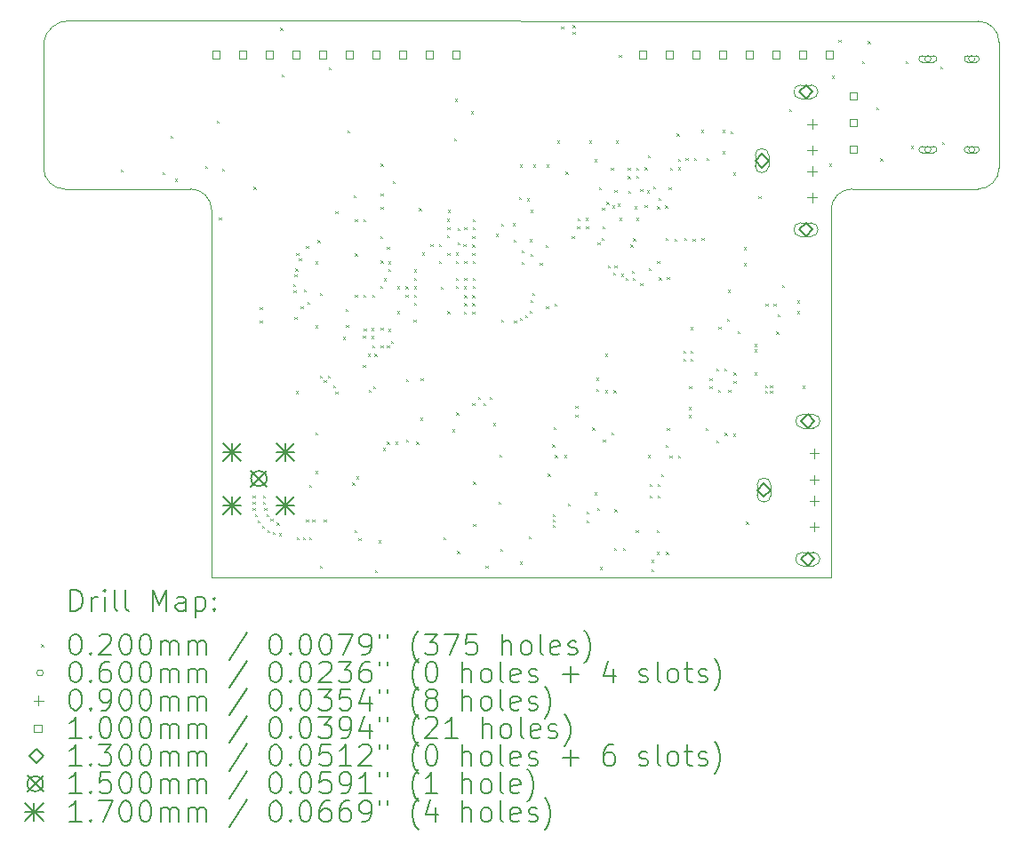
<source format=gbr>
%TF.GenerationSoftware,KiCad,Pcbnew,8.0.6*%
%TF.CreationDate,2025-04-20T13:18:49+02:00*%
%TF.ProjectId,hardware,68617264-7761-4726-952e-6b696361645f,rev?*%
%TF.SameCoordinates,Original*%
%TF.FileFunction,Drillmap*%
%TF.FilePolarity,Positive*%
%FSLAX45Y45*%
G04 Gerber Fmt 4.5, Leading zero omitted, Abs format (unit mm)*
G04 Created by KiCad (PCBNEW 8.0.6) date 2025-04-20 13:18:49*
%MOMM*%
%LPD*%
G01*
G04 APERTURE LIST*
%ADD10C,0.100000*%
%ADD11C,0.200000*%
%ADD12C,0.130000*%
%ADD13C,0.150000*%
%ADD14C,0.170000*%
G04 APERTURE END LIST*
D10*
X7900000Y-9800000D02*
X7900000Y-8600000D01*
X17000000Y-9800000D02*
X17000000Y-8600000D01*
X7900000Y-8600000D02*
G75*
G02*
X8141421Y-8396473I241420J-41420D01*
G01*
X8100000Y-10000000D02*
G75*
G02*
X7900000Y-9800000I0J200000D01*
G01*
X17000000Y-9800000D02*
G75*
G02*
X16800000Y-10000000I-200000J0D01*
G01*
X8100000Y-10000000D02*
X9300000Y-10000000D01*
X9500000Y-13704000D02*
X9500000Y-13190000D01*
X15400000Y-10200000D02*
G75*
G02*
X15600000Y-10000000I200000J0D01*
G01*
X9300000Y-10000000D02*
G75*
G02*
X9500000Y-10200000I0J-200000D01*
G01*
X15400000Y-13704000D02*
X9500000Y-13704000D01*
X9500000Y-10200000D02*
X9500000Y-12330000D01*
X15600000Y-10000000D02*
X16800000Y-10000000D01*
X15400000Y-13704000D02*
X15400000Y-10200000D01*
X16800000Y-8400000D02*
G75*
G02*
X17000000Y-8600000I0J-200000D01*
G01*
X16800000Y-8400000D02*
X8141421Y-8396472D01*
X9500000Y-12330000D02*
X9500000Y-13190000D01*
D11*
D10*
X8633000Y-9817000D02*
X8653000Y-9837000D01*
X8653000Y-9817000D02*
X8633000Y-9837000D01*
X9030000Y-9840000D02*
X9050000Y-9860000D01*
X9050000Y-9840000D02*
X9030000Y-9860000D01*
X9110000Y-9490000D02*
X9130000Y-9510000D01*
X9130000Y-9490000D02*
X9110000Y-9510000D01*
X9150000Y-9902500D02*
X9170000Y-9922500D01*
X9170000Y-9902500D02*
X9150000Y-9922500D01*
X9440000Y-9780000D02*
X9460000Y-9800000D01*
X9460000Y-9780000D02*
X9440000Y-9800000D01*
X9550000Y-9350000D02*
X9570000Y-9370000D01*
X9570000Y-9350000D02*
X9550000Y-9370000D01*
X9570000Y-10270000D02*
X9590000Y-10290000D01*
X9590000Y-10270000D02*
X9570000Y-10290000D01*
X9601698Y-9803456D02*
X9621698Y-9823456D01*
X9621698Y-9803456D02*
X9601698Y-9823456D01*
X9890000Y-12920000D02*
X9910000Y-12940000D01*
X9910000Y-12920000D02*
X9890000Y-12940000D01*
X9890000Y-12980000D02*
X9910000Y-13000000D01*
X9910000Y-12980000D02*
X9890000Y-13000000D01*
X9890000Y-13040000D02*
X9910000Y-13060000D01*
X9910000Y-13040000D02*
X9890000Y-13060000D01*
X9900000Y-9980000D02*
X9920000Y-10000000D01*
X9920000Y-9980000D02*
X9900000Y-10000000D01*
X9910000Y-13100000D02*
X9930000Y-13120000D01*
X9930000Y-13100000D02*
X9910000Y-13120000D01*
X9940000Y-13160000D02*
X9960000Y-13180000D01*
X9960000Y-13160000D02*
X9940000Y-13180000D01*
X9960000Y-11125000D02*
X9980000Y-11145000D01*
X9980000Y-11125000D02*
X9960000Y-11145000D01*
X9960000Y-11255000D02*
X9980000Y-11275000D01*
X9980000Y-11255000D02*
X9960000Y-11275000D01*
X9980000Y-13210000D02*
X10000000Y-13230000D01*
X10000000Y-13210000D02*
X9980000Y-13230000D01*
X9990000Y-12920000D02*
X10010000Y-12940000D01*
X10010000Y-12920000D02*
X9990000Y-12940000D01*
X9990000Y-12980000D02*
X10010000Y-13000000D01*
X10010000Y-12980000D02*
X9990000Y-13000000D01*
X10000000Y-13040000D02*
X10020000Y-13060000D01*
X10020000Y-13040000D02*
X10000000Y-13060000D01*
X10020000Y-13100000D02*
X10040000Y-13120000D01*
X10040000Y-13100000D02*
X10020000Y-13120000D01*
X10030000Y-13250000D02*
X10050000Y-13270000D01*
X10050000Y-13250000D02*
X10030000Y-13270000D01*
X10060000Y-13140000D02*
X10080000Y-13160000D01*
X10080000Y-13140000D02*
X10060000Y-13160000D01*
X10080000Y-13270000D02*
X10100000Y-13290000D01*
X10100000Y-13270000D02*
X10080000Y-13290000D01*
X10120000Y-13180000D02*
X10140000Y-13200000D01*
X10140000Y-13180000D02*
X10120000Y-13200000D01*
X10140000Y-13280000D02*
X10160000Y-13300000D01*
X10160000Y-13280000D02*
X10140000Y-13300000D01*
X10155000Y-8465000D02*
X10175000Y-8485000D01*
X10175000Y-8465000D02*
X10155000Y-8485000D01*
X10165000Y-8910000D02*
X10185000Y-8930000D01*
X10185000Y-8910000D02*
X10165000Y-8930000D01*
X10279090Y-10909090D02*
X10299090Y-10929090D01*
X10299090Y-10909090D02*
X10279090Y-10929090D01*
X10280313Y-10964077D02*
X10300313Y-10984077D01*
X10300313Y-10964077D02*
X10280313Y-10984077D01*
X10289423Y-10813234D02*
X10309423Y-10833234D01*
X10309423Y-10813234D02*
X10289423Y-10833234D01*
X10290000Y-11220000D02*
X10310000Y-11240000D01*
X10310000Y-11220000D02*
X10290000Y-11240000D01*
X10299090Y-10759090D02*
X10319090Y-10779090D01*
X10319090Y-10759090D02*
X10299090Y-10779090D01*
X10302400Y-11928000D02*
X10322400Y-11948000D01*
X10322400Y-11928000D02*
X10302400Y-11948000D01*
X10307500Y-10610000D02*
X10327500Y-10630000D01*
X10327500Y-10610000D02*
X10307500Y-10630000D01*
X10310000Y-13320000D02*
X10330000Y-13340000D01*
X10330000Y-13320000D02*
X10310000Y-13340000D01*
X10332508Y-10662126D02*
X10352508Y-10682126D01*
X10352508Y-10662126D02*
X10332508Y-10682126D01*
X10350000Y-11120000D02*
X10370000Y-11140000D01*
X10370000Y-11120000D02*
X10350000Y-11140000D01*
X10370000Y-13320000D02*
X10390000Y-13340000D01*
X10390000Y-13320000D02*
X10370000Y-13340000D01*
X10380000Y-10960000D02*
X10400000Y-10980000D01*
X10400000Y-10960000D02*
X10380000Y-10980000D01*
X10400000Y-10540000D02*
X10420000Y-10560000D01*
X10420000Y-10540000D02*
X10400000Y-10560000D01*
X10400000Y-13150000D02*
X10420000Y-13170000D01*
X10420000Y-13150000D02*
X10400000Y-13170000D01*
X10410000Y-11077500D02*
X10430000Y-11097500D01*
X10430000Y-11077500D02*
X10410000Y-11097500D01*
X10430000Y-13320000D02*
X10450000Y-13340000D01*
X10450000Y-13320000D02*
X10430000Y-13340000D01*
X10430779Y-12820000D02*
X10450779Y-12840000D01*
X10450779Y-12820000D02*
X10430779Y-12840000D01*
X10460000Y-13150000D02*
X10480000Y-13170000D01*
X10480000Y-13150000D02*
X10460000Y-13170000D01*
X10490000Y-10690000D02*
X10510000Y-10710000D01*
X10510000Y-10690000D02*
X10490000Y-10710000D01*
X10490000Y-11300000D02*
X10510000Y-11320000D01*
X10510000Y-11300000D02*
X10490000Y-11320000D01*
X10490000Y-12320000D02*
X10510000Y-12340000D01*
X10510000Y-12320000D02*
X10490000Y-12340000D01*
X10490000Y-12690000D02*
X10510000Y-12710000D01*
X10510000Y-12690000D02*
X10490000Y-12710000D01*
X10508000Y-10489000D02*
X10528000Y-10509000D01*
X10528000Y-10489000D02*
X10508000Y-10509000D01*
X10528440Y-11780000D02*
X10548440Y-11800000D01*
X10548440Y-11780000D02*
X10528440Y-11800000D01*
X10530000Y-10990000D02*
X10550000Y-11010000D01*
X10550000Y-10990000D02*
X10530000Y-11010000D01*
X10530000Y-13590000D02*
X10550000Y-13610000D01*
X10550000Y-13590000D02*
X10530000Y-13610000D01*
X10570000Y-11820000D02*
X10590000Y-11840000D01*
X10590000Y-11820000D02*
X10570000Y-11840000D01*
X10570000Y-13150000D02*
X10590000Y-13170000D01*
X10590000Y-13150000D02*
X10570000Y-13170000D01*
X10609092Y-11780746D02*
X10629092Y-11800746D01*
X10629092Y-11780746D02*
X10609092Y-11800746D01*
X10615000Y-8840000D02*
X10635000Y-8860000D01*
X10635000Y-8840000D02*
X10615000Y-8860000D01*
X10660000Y-11870000D02*
X10680000Y-11890000D01*
X10680000Y-11870000D02*
X10660000Y-11890000D01*
X10680000Y-10210000D02*
X10700000Y-10230000D01*
X10700000Y-10210000D02*
X10680000Y-10230000D01*
X10680000Y-11930000D02*
X10700000Y-11950000D01*
X10700000Y-11930000D02*
X10680000Y-11950000D01*
X10750000Y-11410000D02*
X10770000Y-11430000D01*
X10770000Y-11410000D02*
X10750000Y-11430000D01*
X10775819Y-11141225D02*
X10795819Y-11161225D01*
X10795819Y-11141225D02*
X10775819Y-11161225D01*
X10780000Y-11296530D02*
X10800000Y-11316530D01*
X10800000Y-11296530D02*
X10780000Y-11316530D01*
X10791000Y-9442000D02*
X10811000Y-9462000D01*
X10811000Y-9442000D02*
X10791000Y-9462000D01*
X10840000Y-12800000D02*
X10860000Y-12820000D01*
X10860000Y-12800000D02*
X10840000Y-12820000D01*
X10850000Y-10060000D02*
X10870000Y-10080000D01*
X10870000Y-10060000D02*
X10850000Y-10080000D01*
X10859220Y-13250000D02*
X10879220Y-13270000D01*
X10879220Y-13250000D02*
X10859220Y-13270000D01*
X10863740Y-10289700D02*
X10883740Y-10309700D01*
X10883740Y-10289700D02*
X10863740Y-10309700D01*
X10863740Y-11005980D02*
X10883740Y-11025980D01*
X10883740Y-11005980D02*
X10863740Y-11025980D01*
X10865720Y-10613373D02*
X10885720Y-10633373D01*
X10885720Y-10613373D02*
X10865720Y-10633373D01*
X10880000Y-12740000D02*
X10900000Y-12760000D01*
X10900000Y-12740000D02*
X10880000Y-12760000D01*
X10899220Y-13330000D02*
X10919220Y-13350000D01*
X10919220Y-13330000D02*
X10899220Y-13350000D01*
X10940000Y-11400000D02*
X10960000Y-11420000D01*
X10960000Y-11400000D02*
X10940000Y-11420000D01*
X10941716Y-11678284D02*
X10961716Y-11698284D01*
X10961716Y-11678284D02*
X10941716Y-11698284D01*
X10945020Y-10287160D02*
X10965020Y-10307160D01*
X10965020Y-10287160D02*
X10945020Y-10307160D01*
X10945020Y-11007300D02*
X10965020Y-11027300D01*
X10965020Y-11007300D02*
X10945020Y-11027300D01*
X10950000Y-11330000D02*
X10970000Y-11350000D01*
X10970000Y-11330000D02*
X10950000Y-11350000D01*
X10990000Y-11570000D02*
X11010000Y-11590000D01*
X11010000Y-11570000D02*
X10990000Y-11590000D01*
X10995333Y-11916448D02*
X11015333Y-11936448D01*
X11015333Y-11916448D02*
X10995333Y-11936448D01*
X11022965Y-11402889D02*
X11042965Y-11422889D01*
X11042965Y-11402889D02*
X11022965Y-11422889D01*
X11024000Y-11325000D02*
X11044000Y-11345000D01*
X11044000Y-11325000D02*
X11024000Y-11345000D01*
X11027570Y-11008520D02*
X11047570Y-11028520D01*
X11047570Y-11008520D02*
X11027570Y-11028520D01*
X11029400Y-11489386D02*
X11049400Y-11509386D01*
X11049400Y-11489386D02*
X11029400Y-11509386D01*
X11040000Y-11880000D02*
X11060000Y-11900000D01*
X11060000Y-11880000D02*
X11040000Y-11900000D01*
X11050000Y-11570000D02*
X11070000Y-11590000D01*
X11070000Y-11570000D02*
X11050000Y-11590000D01*
X11054496Y-13632944D02*
X11074496Y-13652944D01*
X11074496Y-13632944D02*
X11054496Y-13652944D01*
X11090000Y-13350000D02*
X11110000Y-13370000D01*
X11110000Y-13350000D02*
X11090000Y-13370000D01*
X11105040Y-10447180D02*
X11125040Y-10467180D01*
X11125040Y-10447180D02*
X11105040Y-10467180D01*
X11105040Y-10924700D02*
X11125040Y-10944700D01*
X11125040Y-10924700D02*
X11105040Y-10944700D01*
X11109400Y-11489386D02*
X11129400Y-11509386D01*
X11129400Y-11489386D02*
X11109400Y-11509386D01*
X11110000Y-9760000D02*
X11130000Y-9780000D01*
X11130000Y-9760000D02*
X11110000Y-9780000D01*
X11110000Y-10170000D02*
X11130000Y-10190000D01*
X11130000Y-10170000D02*
X11110000Y-10190000D01*
X11110000Y-11320000D02*
X11130000Y-11340000D01*
X11130000Y-11320000D02*
X11110000Y-11340000D01*
X11110120Y-10683400D02*
X11130120Y-10703400D01*
X11130120Y-10683400D02*
X11110120Y-10703400D01*
X11110322Y-10040322D02*
X11130322Y-10060322D01*
X11130322Y-10040322D02*
X11110322Y-10060322D01*
X11130000Y-12470000D02*
X11150000Y-12490000D01*
X11150000Y-12470000D02*
X11130000Y-12490000D01*
X11139584Y-10851040D02*
X11159584Y-10871040D01*
X11159584Y-10851040D02*
X11139584Y-10871040D01*
X11169810Y-10552590D02*
X11189810Y-10572590D01*
X11189810Y-10552590D02*
X11169810Y-10572590D01*
X11170000Y-12410000D02*
X11190000Y-12430000D01*
X11190000Y-12410000D02*
X11170000Y-12430000D01*
X11171108Y-11491981D02*
X11191108Y-11511981D01*
X11191108Y-11491981D02*
X11171108Y-11511981D01*
X11180000Y-11333000D02*
X11200000Y-11353000D01*
X11200000Y-11333000D02*
X11180000Y-11353000D01*
X11181240Y-10691020D02*
X11201240Y-10711020D01*
X11201240Y-10691020D02*
X11181240Y-10711020D01*
X11183780Y-10764680D02*
X11203780Y-10784680D01*
X11203780Y-10764680D02*
X11183780Y-10784680D01*
X11210000Y-11450000D02*
X11230000Y-11470000D01*
X11230000Y-11450000D02*
X11210000Y-11470000D01*
X11226960Y-9926480D02*
X11246960Y-9946480D01*
X11246960Y-9926480D02*
X11226960Y-9946480D01*
X11250000Y-12410000D02*
X11270000Y-12430000D01*
X11270000Y-12410000D02*
X11250000Y-12430000D01*
X11265060Y-10927240D02*
X11285060Y-10947240D01*
X11285060Y-10927240D02*
X11265060Y-10947240D01*
X11265060Y-11166000D02*
X11285060Y-11186000D01*
X11285060Y-11166000D02*
X11265060Y-11186000D01*
X11346340Y-10928510D02*
X11366340Y-10948510D01*
X11366340Y-10928510D02*
X11346340Y-10948510D01*
X11346340Y-11007250D02*
X11366340Y-11027250D01*
X11366340Y-11007250D02*
X11346340Y-11027250D01*
X11350000Y-11810000D02*
X11370000Y-11830000D01*
X11370000Y-11810000D02*
X11350000Y-11830000D01*
X11350000Y-12390000D02*
X11370000Y-12410000D01*
X11370000Y-12390000D02*
X11350000Y-12410000D01*
X11423562Y-11247528D02*
X11443562Y-11267528D01*
X11443562Y-11247528D02*
X11423562Y-11267528D01*
X11426350Y-10765950D02*
X11446350Y-10785950D01*
X11446350Y-10765950D02*
X11426350Y-10785950D01*
X11426350Y-10845960D02*
X11446350Y-10865960D01*
X11446350Y-10845960D02*
X11426350Y-10865960D01*
X11426350Y-10927240D02*
X11446350Y-10947240D01*
X11446350Y-10927240D02*
X11426350Y-10947240D01*
X11427620Y-11005980D02*
X11447620Y-11025980D01*
X11447620Y-11005980D02*
X11427620Y-11025980D01*
X11427620Y-11082180D02*
X11447620Y-11102180D01*
X11447620Y-11082180D02*
X11427620Y-11102180D01*
X11450000Y-12410000D02*
X11470000Y-12430000D01*
X11470000Y-12410000D02*
X11450000Y-12430000D01*
X11473340Y-10183020D02*
X11493340Y-10203020D01*
X11493340Y-10183020D02*
X11473340Y-10203020D01*
X11490000Y-12180000D02*
X11510000Y-12200000D01*
X11510000Y-12180000D02*
X11490000Y-12200000D01*
X11491136Y-11806595D02*
X11511136Y-11826595D01*
X11511136Y-11806595D02*
X11491136Y-11826595D01*
X11506360Y-10607200D02*
X11526360Y-10627200D01*
X11526360Y-10607200D02*
X11506360Y-10627200D01*
X11583830Y-10527190D02*
X11603830Y-10547190D01*
X11603830Y-10527190D02*
X11583830Y-10547190D01*
X11666380Y-10525920D02*
X11686380Y-10545920D01*
X11686380Y-10525920D02*
X11666380Y-10545920D01*
X11667650Y-10685940D02*
X11687650Y-10705940D01*
X11687650Y-10685940D02*
X11667650Y-10705940D01*
X11680000Y-10930000D02*
X11700000Y-10950000D01*
X11700000Y-10930000D02*
X11680000Y-10950000D01*
X11710000Y-13320000D02*
X11730000Y-13340000D01*
X11730000Y-13320000D02*
X11710000Y-13340000D01*
X11742965Y-10282889D02*
X11762965Y-10302889D01*
X11762965Y-10282889D02*
X11742965Y-10302889D01*
X11742965Y-10442889D02*
X11762965Y-10462889D01*
X11762965Y-10442889D02*
X11742965Y-10462889D01*
X11745882Y-11164730D02*
X11765882Y-11184730D01*
X11765882Y-11164730D02*
X11745882Y-11184730D01*
X11746400Y-10362116D02*
X11766400Y-10382116D01*
X11766400Y-10362116D02*
X11746400Y-10382116D01*
X11746400Y-10609740D02*
X11766400Y-10629740D01*
X11766400Y-10609740D02*
X11746400Y-10629740D01*
X11750000Y-10200000D02*
X11770000Y-10220000D01*
X11770000Y-10200000D02*
X11750000Y-10220000D01*
X11790000Y-12290000D02*
X11810000Y-12310000D01*
X11810000Y-12290000D02*
X11790000Y-12310000D01*
X11810000Y-9520000D02*
X11830000Y-9540000D01*
X11830000Y-9520000D02*
X11810000Y-9540000D01*
X11820000Y-9140000D02*
X11840000Y-9160000D01*
X11840000Y-9140000D02*
X11820000Y-9160000D01*
X11826400Y-10607100D02*
X11846400Y-10627100D01*
X11846400Y-10607100D02*
X11826400Y-10627100D01*
X11826400Y-10685940D02*
X11846400Y-10705940D01*
X11846400Y-10685940D02*
X11826400Y-10705940D01*
X11826400Y-10845960D02*
X11846400Y-10865960D01*
X11846400Y-10845960D02*
X11826400Y-10865960D01*
X11826400Y-10924700D02*
X11846400Y-10944700D01*
X11846400Y-10924700D02*
X11826400Y-10944700D01*
X11830000Y-12130000D02*
X11850000Y-12150000D01*
X11850000Y-12130000D02*
X11830000Y-12150000D01*
X11840000Y-13450000D02*
X11860000Y-13470000D01*
X11860000Y-13450000D02*
X11840000Y-13470000D01*
X11842500Y-10373128D02*
X11862500Y-10393128D01*
X11862500Y-10373128D02*
X11842500Y-10393128D01*
X11842500Y-10510896D02*
X11862500Y-10530896D01*
X11862500Y-10510896D02*
X11842500Y-10530896D01*
X11899234Y-10526360D02*
X11919234Y-10546360D01*
X11919234Y-10526360D02*
X11899234Y-10546360D01*
X11902600Y-10927240D02*
X11922600Y-10947240D01*
X11922600Y-10927240D02*
X11902600Y-10947240D01*
X11902600Y-11168540D02*
X11922600Y-11188540D01*
X11922600Y-11168540D02*
X11902600Y-11188540D01*
X11905140Y-10366408D02*
X11925140Y-10386408D01*
X11925140Y-10366408D02*
X11905140Y-10386408D01*
X11905140Y-10845960D02*
X11925140Y-10865960D01*
X11925140Y-10845960D02*
X11905140Y-10865960D01*
X11905140Y-11011060D02*
X11925140Y-11031060D01*
X11925140Y-11011060D02*
X11905140Y-11031060D01*
X11905140Y-11087260D02*
X11925140Y-11107260D01*
X11925140Y-11087260D02*
X11905140Y-11107260D01*
X11907680Y-10685940D02*
X11927680Y-10705940D01*
X11927680Y-10685940D02*
X11907680Y-10705940D01*
X11970000Y-9260000D02*
X11990000Y-9280000D01*
X11990000Y-9260000D02*
X11970000Y-9280000D01*
X11981340Y-10447180D02*
X12001340Y-10467180D01*
X12001340Y-10447180D02*
X11981340Y-10467180D01*
X11981340Y-11011060D02*
X12001340Y-11031060D01*
X12001340Y-11011060D02*
X11981340Y-11031060D01*
X11981340Y-11087260D02*
X12001340Y-11107260D01*
X12001340Y-11087260D02*
X11981340Y-11107260D01*
X11981340Y-12042300D02*
X12001340Y-12062300D01*
X12001340Y-12042300D02*
X11981340Y-12062300D01*
X11982610Y-10608470D02*
X12002610Y-10628470D01*
X12002610Y-10608470D02*
X11982610Y-10628470D01*
X11983880Y-10528460D02*
X12003880Y-10548460D01*
X12003880Y-10528460D02*
X11983880Y-10548460D01*
X11983880Y-11168540D02*
X12003880Y-11188540D01*
X12003880Y-11168540D02*
X11983880Y-11188540D01*
X11984896Y-10365900D02*
X12004896Y-10385900D01*
X12004896Y-10365900D02*
X11984896Y-10385900D01*
X11985441Y-10844700D02*
X12005441Y-10864700D01*
X12005441Y-10844700D02*
X11985441Y-10864700D01*
X11986420Y-10289700D02*
X12006420Y-10309700D01*
X12006420Y-10289700D02*
X11986420Y-10309700D01*
X11986420Y-10685940D02*
X12006420Y-10705940D01*
X12006420Y-10685940D02*
X11986420Y-10705940D01*
X11986420Y-10924700D02*
X12006420Y-10944700D01*
X12006420Y-10924700D02*
X11986420Y-10944700D01*
X11990000Y-12790000D02*
X12010000Y-12810000D01*
X12010000Y-12790000D02*
X11990000Y-12810000D01*
X11990000Y-13190000D02*
X12010000Y-13210000D01*
X12010000Y-13190000D02*
X11990000Y-13210000D01*
X12035950Y-11980070D02*
X12055950Y-12000070D01*
X12055950Y-11980070D02*
X12035950Y-12000070D01*
X12090560Y-12042300D02*
X12110560Y-12062300D01*
X12110560Y-12042300D02*
X12090560Y-12062300D01*
X12110000Y-13590000D02*
X12130000Y-13610000D01*
X12130000Y-13590000D02*
X12110000Y-13610000D01*
X12147710Y-11980070D02*
X12167710Y-12000070D01*
X12167710Y-11980070D02*
X12147710Y-12000070D01*
X12182000Y-12232800D02*
X12202000Y-12252800D01*
X12202000Y-12232800D02*
X12182000Y-12252800D01*
X12204860Y-10426860D02*
X12224860Y-10446860D01*
X12224860Y-10426860D02*
X12204860Y-10446860D01*
X12230000Y-12980000D02*
X12250000Y-13000000D01*
X12250000Y-12980000D02*
X12230000Y-13000000D01*
X12242960Y-12532520D02*
X12262960Y-12552520D01*
X12262960Y-12532520D02*
X12242960Y-12552520D01*
X12247500Y-13430000D02*
X12267500Y-13450000D01*
X12267500Y-13430000D02*
X12247500Y-13450000D01*
X12256930Y-11244740D02*
X12276930Y-11264740D01*
X12276930Y-11244740D02*
X12256930Y-11264740D01*
X12258200Y-10330340D02*
X12278200Y-10350340D01*
X12278200Y-10330340D02*
X12258200Y-10350340D01*
X12367420Y-10327800D02*
X12387420Y-10347800D01*
X12387420Y-10327800D02*
X12367420Y-10347800D01*
X12375040Y-10481879D02*
X12395040Y-10501879D01*
X12395040Y-10481879D02*
X12375040Y-10501879D01*
X12380120Y-11254256D02*
X12400120Y-11274256D01*
X12400120Y-11254256D02*
X12380120Y-11274256D01*
X12428724Y-10076684D02*
X12448724Y-10096684D01*
X12448724Y-10076684D02*
X12428724Y-10096684D01*
X12433302Y-11229255D02*
X12453302Y-11249255D01*
X12453302Y-11229255D02*
X12433302Y-11249255D01*
X12436000Y-9769000D02*
X12456000Y-9789000D01*
X12456000Y-9769000D02*
X12436000Y-9789000D01*
X12436000Y-13553600D02*
X12456000Y-13573600D01*
X12456000Y-13553600D02*
X12436000Y-13573600D01*
X12451240Y-10586880D02*
X12471240Y-10606880D01*
X12471240Y-10586880D02*
X12451240Y-10606880D01*
X12454386Y-10694806D02*
X12474386Y-10714806D01*
X12474386Y-10694806D02*
X12454386Y-10714806D01*
X12486730Y-11202200D02*
X12506730Y-11222200D01*
X12506730Y-11202200D02*
X12486730Y-11222200D01*
X12504580Y-10089040D02*
X12524580Y-10109040D01*
X12524580Y-10089040D02*
X12504580Y-10109040D01*
X12520000Y-13310000D02*
X12540000Y-13330000D01*
X12540000Y-13310000D02*
X12520000Y-13330000D01*
X12526170Y-11162190D02*
X12546170Y-11182190D01*
X12546170Y-11162190D02*
X12526170Y-11182190D01*
X12529980Y-10477660D02*
X12549980Y-10497660D01*
X12549980Y-10477660D02*
X12529980Y-10497660D01*
X12535060Y-11056780D02*
X12555060Y-11076780D01*
X12555060Y-11056780D02*
X12535060Y-11076780D01*
X12537600Y-10200800D02*
X12557600Y-10220800D01*
X12557600Y-10200800D02*
X12537600Y-10220800D01*
X12538870Y-10617360D02*
X12558870Y-10637360D01*
X12558870Y-10617360D02*
X12538870Y-10637360D01*
X12553620Y-10992500D02*
X12573620Y-11012500D01*
X12573620Y-10992500D02*
X12553620Y-11012500D01*
X12563000Y-9769000D02*
X12583000Y-9789000D01*
X12583000Y-9769000D02*
X12563000Y-9789000D01*
X12627140Y-10701820D02*
X12647140Y-10721820D01*
X12647140Y-10701820D02*
X12627140Y-10721820D01*
X12683528Y-10533421D02*
X12703528Y-10553421D01*
X12703528Y-10533421D02*
X12683528Y-10553421D01*
X12686075Y-11120920D02*
X12706075Y-11140920D01*
X12706075Y-11120920D02*
X12686075Y-11140920D01*
X12690000Y-9769000D02*
X12710000Y-9789000D01*
X12710000Y-9769000D02*
X12690000Y-9789000D01*
X12703380Y-12713540D02*
X12723380Y-12733540D01*
X12723380Y-12713540D02*
X12703380Y-12733540D01*
X12745880Y-12433460D02*
X12765880Y-12453460D01*
X12765880Y-12433460D02*
X12745880Y-12453460D01*
X12750000Y-13100000D02*
X12770000Y-13120000D01*
X12770000Y-13100000D02*
X12750000Y-13120000D01*
X12750000Y-13150000D02*
X12770000Y-13170000D01*
X12770000Y-13150000D02*
X12750000Y-13170000D01*
X12750000Y-13200000D02*
X12770000Y-13220000D01*
X12770000Y-13200000D02*
X12750000Y-13220000D01*
X12756040Y-12270900D02*
X12776040Y-12290900D01*
X12776040Y-12270900D02*
X12756040Y-12290900D01*
X12766200Y-11092980D02*
X12786200Y-11112980D01*
X12786200Y-11092980D02*
X12766200Y-11112980D01*
X12771280Y-12537600D02*
X12791280Y-12557600D01*
X12791280Y-12537600D02*
X12771280Y-12557600D01*
X12791600Y-9540400D02*
X12811600Y-9560400D01*
X12811600Y-9540400D02*
X12791600Y-9560400D01*
X12830000Y-8450000D02*
X12850000Y-8470000D01*
X12850000Y-8450000D02*
X12830000Y-8470000D01*
X12860180Y-12537600D02*
X12880180Y-12557600D01*
X12880180Y-12537600D02*
X12860180Y-12557600D01*
X12872880Y-9836345D02*
X12892880Y-9856345D01*
X12892880Y-9836345D02*
X12872880Y-9856345D01*
X12893282Y-12999544D02*
X12913282Y-13019544D01*
X12913282Y-12999544D02*
X12893282Y-13019544D01*
X12930000Y-10450000D02*
X12950000Y-10470000D01*
X12950000Y-10450000D02*
X12930000Y-10470000D01*
X12939721Y-8437500D02*
X12959721Y-8457500D01*
X12959721Y-8437500D02*
X12939721Y-8457500D01*
X12939721Y-8502500D02*
X12959721Y-8522500D01*
X12959721Y-8502500D02*
X12939721Y-8522500D01*
X12964320Y-12068970D02*
X12984320Y-12088970D01*
X12984320Y-12068970D02*
X12964320Y-12088970D01*
X12964320Y-12151520D02*
X12984320Y-12171520D01*
X12984320Y-12151520D02*
X12964320Y-12171520D01*
X12982100Y-10358280D02*
X13002100Y-10378280D01*
X13002100Y-10358280D02*
X12982100Y-10378280D01*
X12984193Y-10277447D02*
X13004193Y-10297447D01*
X13004193Y-10277447D02*
X12984193Y-10297447D01*
X13062880Y-10276177D02*
X13082880Y-10296177D01*
X13082880Y-10276177D02*
X13062880Y-10296177D01*
X13065522Y-10358822D02*
X13085522Y-10378822D01*
X13085522Y-10358822D02*
X13065522Y-10378822D01*
X13069222Y-13156344D02*
X13089222Y-13176344D01*
X13089222Y-13156344D02*
X13069222Y-13176344D01*
X13069730Y-13076080D02*
X13089730Y-13096080D01*
X13089730Y-13076080D02*
X13069730Y-13096080D01*
X13096400Y-9540400D02*
X13116400Y-9560400D01*
X13116400Y-9540400D02*
X13096400Y-9560400D01*
X13126880Y-12273440D02*
X13146880Y-12293440D01*
X13146880Y-12273440D02*
X13126880Y-12293440D01*
X13147200Y-9718200D02*
X13167200Y-9738200D01*
X13167200Y-9718200D02*
X13147200Y-9738200D01*
X13147200Y-12893200D02*
X13167200Y-12913200D01*
X13167200Y-12893200D02*
X13147200Y-12913200D01*
X13162440Y-11801000D02*
X13182440Y-11821000D01*
X13182440Y-11801000D02*
X13162440Y-11821000D01*
X13162440Y-11906410D02*
X13182440Y-11926410D01*
X13182440Y-11906410D02*
X13162440Y-11926410D01*
X13173362Y-13042044D02*
X13193362Y-13062044D01*
X13193362Y-13042044D02*
X13173362Y-13062044D01*
X13175140Y-10506880D02*
X13195140Y-10526880D01*
X13195140Y-10506880D02*
X13175140Y-10526880D01*
X13190380Y-9982360D02*
X13210380Y-10002360D01*
X13210380Y-9982360D02*
X13190380Y-10002360D01*
X13198000Y-13604400D02*
X13218000Y-13624400D01*
X13218000Y-13604400D02*
X13198000Y-13624400D01*
X13215780Y-10463690D02*
X13235780Y-10483690D01*
X13235780Y-10463690D02*
X13215780Y-10483690D01*
X13218320Y-10180480D02*
X13238320Y-10200480D01*
X13238320Y-10180480D02*
X13218320Y-10200480D01*
X13221345Y-10354793D02*
X13241345Y-10374793D01*
X13241345Y-10354793D02*
X13221345Y-10374793D01*
X13225940Y-12390280D02*
X13245940Y-12410280D01*
X13245940Y-12390280D02*
X13225940Y-12410280D01*
X13246260Y-11917840D02*
X13266260Y-11937840D01*
X13266260Y-11917840D02*
X13246260Y-11937840D01*
X13248800Y-11572400D02*
X13268800Y-11592400D01*
X13268800Y-11572400D02*
X13248800Y-11592400D01*
X13261500Y-10122060D02*
X13281500Y-10142060D01*
X13281500Y-10122060D02*
X13261500Y-10142060D01*
X13272991Y-10726348D02*
X13292991Y-10746348D01*
X13292991Y-10726348D02*
X13272991Y-10746348D01*
X13304680Y-9795670D02*
X13324680Y-9815670D01*
X13324680Y-9795670D02*
X13304680Y-9815670D01*
X13307220Y-12319160D02*
X13327220Y-12339160D01*
X13327220Y-12319160D02*
X13307220Y-12339160D01*
X13317380Y-10157620D02*
X13337380Y-10177620D01*
X13337380Y-10157620D02*
X13317380Y-10177620D01*
X13326343Y-10796598D02*
X13346343Y-10816598D01*
X13346343Y-10796598D02*
X13326343Y-10816598D01*
X13330080Y-11917840D02*
X13350080Y-11937840D01*
X13350080Y-11917840D02*
X13330080Y-11937840D01*
X13333382Y-13423044D02*
X13353382Y-13443044D01*
X13353382Y-13423044D02*
X13333382Y-13443044D01*
X13335922Y-13052204D02*
X13355922Y-13072204D01*
X13355922Y-13052204D02*
X13335922Y-13072204D01*
X13336430Y-10011570D02*
X13356430Y-10031570D01*
X13356430Y-10011570D02*
X13336430Y-10031570D01*
X13337965Y-10726609D02*
X13357965Y-10746609D01*
X13357965Y-10726609D02*
X13337965Y-10746609D01*
X13350400Y-9540400D02*
X13370400Y-9560400D01*
X13370400Y-9540400D02*
X13350400Y-9560400D01*
X13369390Y-10139734D02*
X13389390Y-10159734D01*
X13389390Y-10139734D02*
X13369390Y-10159734D01*
X13380000Y-8720000D02*
X13400000Y-8740000D01*
X13400000Y-8720000D02*
X13380000Y-8740000D01*
X13384060Y-10277000D02*
X13404060Y-10297000D01*
X13404060Y-10277000D02*
X13384060Y-10297000D01*
X13398660Y-10810400D02*
X13418660Y-10830400D01*
X13418660Y-10810400D02*
X13398660Y-10830400D01*
X13418980Y-13422790D02*
X13438980Y-13442790D01*
X13438980Y-13422790D02*
X13418980Y-13442790D01*
X13441840Y-10846600D02*
X13461840Y-10866600D01*
X13461840Y-10846600D02*
X13441840Y-10866600D01*
X13464060Y-9876457D02*
X13484060Y-9896457D01*
X13484060Y-9876457D02*
X13464060Y-9896457D01*
X13465658Y-9798969D02*
X13485658Y-9818969D01*
X13485658Y-9798969D02*
X13465658Y-9818969D01*
X13468510Y-10016650D02*
X13488510Y-10036650D01*
X13488510Y-10016650D02*
X13468510Y-10036650D01*
X13489061Y-10528657D02*
X13509061Y-10548657D01*
X13509061Y-10528657D02*
X13489061Y-10548657D01*
X13500768Y-10777888D02*
X13520768Y-10797888D01*
X13520768Y-10777888D02*
X13500768Y-10797888D01*
X13510420Y-10845960D02*
X13530420Y-10865960D01*
X13530420Y-10845960D02*
X13510420Y-10865960D01*
X13516008Y-10470548D02*
X13536008Y-10490548D01*
X13536008Y-10470548D02*
X13516008Y-10490548D01*
X13525419Y-10165240D02*
X13545419Y-10185240D01*
X13545419Y-10165240D02*
X13525419Y-10185240D01*
X13540000Y-13250000D02*
X13560000Y-13270000D01*
X13560000Y-13250000D02*
X13540000Y-13270000D01*
X13543033Y-9876320D02*
X13563033Y-9896320D01*
X13563033Y-9876320D02*
X13543033Y-9896320D01*
X13543586Y-10276849D02*
X13563586Y-10296849D01*
X13563586Y-10276849D02*
X13543586Y-10296849D01*
X13544851Y-9798116D02*
X13564851Y-9818116D01*
X13564851Y-9798116D02*
X13544851Y-9818116D01*
X13584080Y-10000140D02*
X13604080Y-10020140D01*
X13604080Y-10000140D02*
X13584080Y-10020140D01*
X13584080Y-10896760D02*
X13604080Y-10916760D01*
X13604080Y-10896760D02*
X13584080Y-10916760D01*
X13624212Y-10154592D02*
X13644212Y-10174592D01*
X13644212Y-10154592D02*
X13624212Y-10174592D01*
X13624850Y-9794526D02*
X13644850Y-9814526D01*
X13644850Y-9794526D02*
X13624850Y-9814526D01*
X13647072Y-10014364D02*
X13667072Y-10034364D01*
X13667072Y-10014364D02*
X13647072Y-10034364D01*
X13655200Y-9677560D02*
X13675200Y-9697560D01*
X13675200Y-9677560D02*
X13655200Y-9697560D01*
X13655200Y-12537600D02*
X13675200Y-12557600D01*
X13675200Y-12537600D02*
X13655200Y-12557600D01*
X13662820Y-10754520D02*
X13682820Y-10774520D01*
X13682820Y-10754520D02*
X13662820Y-10774520D01*
X13669990Y-12813320D02*
X13689990Y-12833320D01*
X13689990Y-12813320D02*
X13669990Y-12833320D01*
X13669990Y-12920000D02*
X13689990Y-12940000D01*
X13689990Y-12920000D02*
X13669990Y-12940000D01*
X13688982Y-13535820D02*
X13708982Y-13555820D01*
X13708982Y-13535820D02*
X13688982Y-13555820D01*
X13688982Y-13626244D02*
X13708982Y-13646244D01*
X13708982Y-13626244D02*
X13688982Y-13646244D01*
X13707270Y-9973470D02*
X13727270Y-9993470D01*
X13727270Y-9973470D02*
X13707270Y-9993470D01*
X13737750Y-13458350D02*
X13757750Y-13478350D01*
X13757750Y-13458350D02*
X13737750Y-13478350D01*
X13740000Y-13250000D02*
X13760000Y-13270000D01*
X13760000Y-13250000D02*
X13740000Y-13270000D01*
X13743084Y-10686347D02*
X13763084Y-10706347D01*
X13763084Y-10686347D02*
X13743084Y-10706347D01*
X13745295Y-10166435D02*
X13765295Y-10186435D01*
X13765295Y-10166435D02*
X13745295Y-10186435D01*
X13750000Y-12813320D02*
X13770000Y-12833320D01*
X13770000Y-12813320D02*
X13750000Y-12833320D01*
X13750000Y-12920000D02*
X13770000Y-12940000D01*
X13770000Y-12920000D02*
X13750000Y-12940000D01*
X13755530Y-10083960D02*
X13775530Y-10103960D01*
X13775530Y-10083960D02*
X13755530Y-10103960D01*
X13759340Y-10843420D02*
X13779340Y-10863420D01*
X13779340Y-10843420D02*
X13759340Y-10863420D01*
X13783642Y-12718766D02*
X13803642Y-12738766D01*
X13803642Y-12718766D02*
X13783642Y-12738766D01*
X13820300Y-10157620D02*
X13840300Y-10177620D01*
X13840300Y-10157620D02*
X13820300Y-10177620D01*
X13822840Y-10464960D02*
X13842840Y-10484960D01*
X13842840Y-10464960D02*
X13822840Y-10484960D01*
X13826142Y-12438686D02*
X13846142Y-12458686D01*
X13846142Y-12438686D02*
X13826142Y-12458686D01*
X13827920Y-13458350D02*
X13847920Y-13478350D01*
X13847920Y-13458350D02*
X13827920Y-13478350D01*
X13835540Y-10838340D02*
X13855540Y-10858340D01*
X13855540Y-10838340D02*
X13835540Y-10858340D01*
X13836302Y-12276126D02*
X13856302Y-12296126D01*
X13856302Y-12276126D02*
X13836302Y-12296126D01*
X13853320Y-9984900D02*
X13873320Y-10004900D01*
X13873320Y-9984900D02*
X13853320Y-10004900D01*
X13863480Y-12542680D02*
X13883480Y-12562680D01*
X13883480Y-12542680D02*
X13863480Y-12562680D01*
X13864234Y-9795153D02*
X13884234Y-9815153D01*
X13884234Y-9795153D02*
X13864234Y-9815153D01*
X13908692Y-10475120D02*
X13928692Y-10495120D01*
X13928692Y-10475120D02*
X13908692Y-10495120D01*
X13930790Y-9472200D02*
X13950790Y-9492200D01*
X13950790Y-9472200D02*
X13930790Y-9492200D01*
X13940442Y-12542826D02*
X13960442Y-12562826D01*
X13960442Y-12542826D02*
X13940442Y-12562826D01*
X13944760Y-9713120D02*
X13964760Y-9733120D01*
X13964760Y-9713120D02*
X13944760Y-9733120D01*
X13944916Y-9794457D02*
X13964916Y-9814457D01*
X13964916Y-9794457D02*
X13944916Y-9814457D01*
X13991750Y-11541920D02*
X14011750Y-11561920D01*
X14011750Y-11541920D02*
X13991750Y-11561920D01*
X13991750Y-11615580D02*
X14011750Y-11635580D01*
X14011750Y-11615580D02*
X13991750Y-11635580D01*
X13999624Y-10465976D02*
X14019624Y-10485976D01*
X14019624Y-10465976D02*
X13999624Y-10485976D01*
X14015880Y-9704230D02*
X14035880Y-9724230D01*
X14035880Y-9704230D02*
X14015880Y-9724230D01*
X14044582Y-12077860D02*
X14064582Y-12097860D01*
X14064582Y-12077860D02*
X14044582Y-12097860D01*
X14044582Y-12156746D02*
X14064582Y-12176746D01*
X14064582Y-12156746D02*
X14044582Y-12176746D01*
X14050000Y-11880000D02*
X14070000Y-11900000D01*
X14070000Y-11880000D02*
X14050000Y-11900000D01*
X14061600Y-11318400D02*
X14081600Y-11338400D01*
X14081600Y-11318400D02*
X14061600Y-11338400D01*
X14061600Y-11541920D02*
X14081600Y-11561920D01*
X14081600Y-11541920D02*
X14061600Y-11561920D01*
X14061600Y-11615580D02*
X14081600Y-11635580D01*
X14081600Y-11615580D02*
X14061600Y-11635580D01*
X14082428Y-10472580D02*
X14102428Y-10492580D01*
X14102428Y-10472580D02*
X14082428Y-10492580D01*
X14097160Y-9702960D02*
X14117160Y-9722960D01*
X14117160Y-9702960D02*
X14097160Y-9722960D01*
X14163200Y-9438800D02*
X14183200Y-9458800D01*
X14183200Y-9438800D02*
X14163200Y-9458800D01*
X14167264Y-10464452D02*
X14187264Y-10484452D01*
X14187264Y-10464452D02*
X14167264Y-10484452D01*
X14207142Y-12278666D02*
X14227142Y-12298666D01*
X14227142Y-12278666D02*
X14207142Y-12298666D01*
X14215270Y-9705500D02*
X14235270Y-9725500D01*
X14235270Y-9705500D02*
X14215270Y-9725500D01*
X14241940Y-11806226D02*
X14261940Y-11826226D01*
X14261940Y-11806226D02*
X14241940Y-11826226D01*
X14241940Y-11882280D02*
X14261940Y-11902280D01*
X14261940Y-11882280D02*
X14241940Y-11902280D01*
X14305440Y-11711846D02*
X14325440Y-11731846D01*
X14325440Y-11711846D02*
X14305440Y-11731846D01*
X14306202Y-12395506D02*
X14326202Y-12415506D01*
X14326202Y-12395506D02*
X14306202Y-12415506D01*
X14321442Y-11912906D02*
X14341442Y-11932906D01*
X14341442Y-11912906D02*
X14321442Y-11932906D01*
X14328300Y-11310526D02*
X14348300Y-11330526D01*
X14348300Y-11310526D02*
X14328300Y-11330526D01*
X14366400Y-9438800D02*
X14386400Y-9458800D01*
X14386400Y-9438800D02*
X14366400Y-9458800D01*
X14366400Y-9642000D02*
X14386400Y-9662000D01*
X14386400Y-9642000D02*
X14366400Y-9662000D01*
X14381640Y-11711846D02*
X14401640Y-11731846D01*
X14401640Y-11711846D02*
X14381640Y-11731846D01*
X14387482Y-12324386D02*
X14407482Y-12344386D01*
X14407482Y-12324386D02*
X14387482Y-12344386D01*
X14409580Y-11239406D02*
X14429580Y-11259406D01*
X14429580Y-11239406D02*
X14409580Y-11259406D01*
X14417200Y-10962800D02*
X14437200Y-10982800D01*
X14437200Y-10962800D02*
X14417200Y-10982800D01*
X14419740Y-11912760D02*
X14439740Y-11932760D01*
X14439740Y-11912760D02*
X14419740Y-11932760D01*
X14440000Y-9450000D02*
X14460000Y-9470000D01*
X14460000Y-9450000D02*
X14440000Y-9470000D01*
X14468000Y-9845200D02*
X14488000Y-9865200D01*
X14488000Y-9845200D02*
X14468000Y-9865200D01*
X14468000Y-12334400D02*
X14488000Y-12354400D01*
X14488000Y-12334400D02*
X14468000Y-12354400D01*
X14473080Y-11750200D02*
X14493080Y-11770200D01*
X14493080Y-11750200D02*
X14473080Y-11770200D01*
X14473080Y-11828686D02*
X14493080Y-11848686D01*
X14493080Y-11828686D02*
X14473080Y-11848686D01*
X14508640Y-11355230D02*
X14528640Y-11375230D01*
X14528640Y-11355230D02*
X14508640Y-11375230D01*
X14569600Y-10556400D02*
X14589600Y-10576400D01*
X14589600Y-10556400D02*
X14569600Y-10576400D01*
X14569600Y-10708800D02*
X14589600Y-10728800D01*
X14589600Y-10708800D02*
X14569600Y-10728800D01*
X14590000Y-13170000D02*
X14610000Y-13190000D01*
X14610000Y-13170000D02*
X14590000Y-13190000D01*
X14670000Y-11750000D02*
X14690000Y-11770000D01*
X14690000Y-11750000D02*
X14670000Y-11770000D01*
X14671200Y-11478166D02*
X14691200Y-11498166D01*
X14691200Y-11478166D02*
X14671200Y-11498166D01*
X14671200Y-11528966D02*
X14691200Y-11548966D01*
X14691200Y-11528966D02*
X14671200Y-11548966D01*
X14710000Y-10070000D02*
X14730000Y-10090000D01*
X14730000Y-10070000D02*
X14710000Y-10090000D01*
X14770000Y-11870000D02*
X14790000Y-11890000D01*
X14790000Y-11870000D02*
X14770000Y-11890000D01*
X14770000Y-11920000D02*
X14790000Y-11940000D01*
X14790000Y-11920000D02*
X14770000Y-11940000D01*
X14775340Y-11092086D02*
X14795340Y-11112086D01*
X14795340Y-11092086D02*
X14775340Y-11112086D01*
X14820000Y-11870000D02*
X14840000Y-11890000D01*
X14840000Y-11870000D02*
X14820000Y-11890000D01*
X14820000Y-11920000D02*
X14840000Y-11940000D01*
X14840000Y-11920000D02*
X14820000Y-11940000D01*
X14854080Y-11092086D02*
X14874080Y-11112086D01*
X14874080Y-11092086D02*
X14854080Y-11112086D01*
X14879480Y-11358786D02*
X14899480Y-11378786D01*
X14899480Y-11358786D02*
X14879480Y-11378786D01*
X14889640Y-11195210D02*
X14909640Y-11215210D01*
X14909640Y-11195210D02*
X14889640Y-11215210D01*
X14932140Y-10916146D02*
X14952140Y-10936146D01*
X14952140Y-10916146D02*
X14932140Y-10936146D01*
X15000000Y-9240000D02*
X15020000Y-9260000D01*
X15020000Y-9240000D02*
X15000000Y-9260000D01*
X15077600Y-11064400D02*
X15097600Y-11084400D01*
X15097600Y-11064400D02*
X15077600Y-11084400D01*
X15077600Y-11166000D02*
X15097600Y-11186000D01*
X15097600Y-11166000D02*
X15077600Y-11186000D01*
X15128400Y-11877200D02*
X15148400Y-11897200D01*
X15148400Y-11877200D02*
X15128400Y-11897200D01*
X15380000Y-9760000D02*
X15400000Y-9780000D01*
X15400000Y-9760000D02*
X15380000Y-9780000D01*
X15410000Y-8920000D02*
X15430000Y-8940000D01*
X15430000Y-8920000D02*
X15410000Y-8940000D01*
X15470000Y-8580000D02*
X15490000Y-8600000D01*
X15490000Y-8580000D02*
X15470000Y-8600000D01*
X15697500Y-8782500D02*
X15717500Y-8802500D01*
X15717500Y-8782500D02*
X15697500Y-8802500D01*
X15750000Y-8590000D02*
X15770000Y-8610000D01*
X15770000Y-8590000D02*
X15750000Y-8610000D01*
X15830000Y-9220000D02*
X15850000Y-9240000D01*
X15850000Y-9220000D02*
X15830000Y-9240000D01*
X15870000Y-9710000D02*
X15890000Y-9730000D01*
X15890000Y-9710000D02*
X15870000Y-9730000D01*
X16110000Y-8780000D02*
X16130000Y-8800000D01*
X16130000Y-8780000D02*
X16110000Y-8800000D01*
X16160000Y-9590000D02*
X16180000Y-9610000D01*
X16180000Y-9590000D02*
X16160000Y-9610000D01*
X16440000Y-8830000D02*
X16460000Y-8850000D01*
X16460000Y-8830000D02*
X16440000Y-8850000D01*
X16460000Y-9550000D02*
X16480000Y-9570000D01*
X16480000Y-9550000D02*
X16460000Y-9570000D01*
X16352000Y-8760000D02*
G75*
G02*
X16292000Y-8760000I-30000J0D01*
G01*
X16292000Y-8760000D02*
G75*
G02*
X16352000Y-8760000I30000J0D01*
G01*
X16267000Y-8790000D02*
X16377000Y-8790000D01*
X16377000Y-8730000D02*
G75*
G02*
X16377000Y-8790000I0J-30000D01*
G01*
X16377000Y-8730000D02*
X16267000Y-8730000D01*
X16267000Y-8730000D02*
G75*
G03*
X16267000Y-8790000I0J-30000D01*
G01*
X16352000Y-9624000D02*
G75*
G02*
X16292000Y-9624000I-30000J0D01*
G01*
X16292000Y-9624000D02*
G75*
G02*
X16352000Y-9624000I30000J0D01*
G01*
X16267000Y-9654000D02*
X16377000Y-9654000D01*
X16377000Y-9594000D02*
G75*
G02*
X16377000Y-9654000I0J-30000D01*
G01*
X16377000Y-9594000D02*
X16267000Y-9594000D01*
X16267000Y-9594000D02*
G75*
G03*
X16267000Y-9654000I0J-30000D01*
G01*
X16770000Y-8760000D02*
G75*
G02*
X16710000Y-8760000I-30000J0D01*
G01*
X16710000Y-8760000D02*
G75*
G02*
X16770000Y-8760000I30000J0D01*
G01*
X16700000Y-8790000D02*
X16780000Y-8790000D01*
X16780000Y-8730000D02*
G75*
G02*
X16780000Y-8790000I0J-30000D01*
G01*
X16780000Y-8730000D02*
X16700000Y-8730000D01*
X16700000Y-8730000D02*
G75*
G03*
X16700000Y-8790000I0J-30000D01*
G01*
X16770000Y-9624000D02*
G75*
G02*
X16710000Y-9624000I-30000J0D01*
G01*
X16710000Y-9624000D02*
G75*
G02*
X16770000Y-9624000I30000J0D01*
G01*
X16700000Y-9654000D02*
X16780000Y-9654000D01*
X16780000Y-9594000D02*
G75*
G02*
X16780000Y-9654000I0J-30000D01*
G01*
X16780000Y-9594000D02*
X16700000Y-9594000D01*
X16700000Y-9594000D02*
G75*
G03*
X16700000Y-9654000I0J-30000D01*
G01*
X15220000Y-9335000D02*
X15220000Y-9425000D01*
X15175000Y-9380000D02*
X15265000Y-9380000D01*
X15220000Y-9585000D02*
X15220000Y-9675000D01*
X15175000Y-9630000D02*
X15265000Y-9630000D01*
X15220000Y-9785000D02*
X15220000Y-9875000D01*
X15175000Y-9830000D02*
X15265000Y-9830000D01*
X15220000Y-10035000D02*
X15220000Y-10125000D01*
X15175000Y-10080000D02*
X15265000Y-10080000D01*
X15238500Y-12475000D02*
X15238500Y-12565000D01*
X15193500Y-12520000D02*
X15283500Y-12520000D01*
X15238500Y-12725000D02*
X15238500Y-12815000D01*
X15193500Y-12770000D02*
X15283500Y-12770000D01*
X15238500Y-12925000D02*
X15238500Y-13015000D01*
X15193500Y-12970000D02*
X15283500Y-12970000D01*
X15238500Y-13175000D02*
X15238500Y-13265000D01*
X15193500Y-13220000D02*
X15283500Y-13220000D01*
X9577356Y-8755356D02*
X9577356Y-8684644D01*
X9506644Y-8684644D01*
X9506644Y-8755356D01*
X9577356Y-8755356D01*
X9831356Y-8755356D02*
X9831356Y-8684644D01*
X9760644Y-8684644D01*
X9760644Y-8755356D01*
X9831356Y-8755356D01*
X10085356Y-8755356D02*
X10085356Y-8684644D01*
X10014644Y-8684644D01*
X10014644Y-8755356D01*
X10085356Y-8755356D01*
X10339356Y-8755356D02*
X10339356Y-8684644D01*
X10268644Y-8684644D01*
X10268644Y-8755356D01*
X10339356Y-8755356D01*
X10593356Y-8755356D02*
X10593356Y-8684644D01*
X10522644Y-8684644D01*
X10522644Y-8755356D01*
X10593356Y-8755356D01*
X10847356Y-8755356D02*
X10847356Y-8684644D01*
X10776644Y-8684644D01*
X10776644Y-8755356D01*
X10847356Y-8755356D01*
X11101356Y-8755356D02*
X11101356Y-8684644D01*
X11030644Y-8684644D01*
X11030644Y-8755356D01*
X11101356Y-8755356D01*
X11355356Y-8755356D02*
X11355356Y-8684644D01*
X11284644Y-8684644D01*
X11284644Y-8755356D01*
X11355356Y-8755356D01*
X11609356Y-8755356D02*
X11609356Y-8684644D01*
X11538644Y-8684644D01*
X11538644Y-8755356D01*
X11609356Y-8755356D01*
X11863356Y-8755356D02*
X11863356Y-8684644D01*
X11792644Y-8684644D01*
X11792644Y-8755356D01*
X11863356Y-8755356D01*
X13643356Y-8755356D02*
X13643356Y-8684644D01*
X13572644Y-8684644D01*
X13572644Y-8755356D01*
X13643356Y-8755356D01*
X13897356Y-8755356D02*
X13897356Y-8684644D01*
X13826644Y-8684644D01*
X13826644Y-8755356D01*
X13897356Y-8755356D01*
X14151356Y-8755356D02*
X14151356Y-8684644D01*
X14080644Y-8684644D01*
X14080644Y-8755356D01*
X14151356Y-8755356D01*
X14405356Y-8755356D02*
X14405356Y-8684644D01*
X14334644Y-8684644D01*
X14334644Y-8755356D01*
X14405356Y-8755356D01*
X14659356Y-8755356D02*
X14659356Y-8684644D01*
X14588644Y-8684644D01*
X14588644Y-8755356D01*
X14659356Y-8755356D01*
X14913356Y-8755356D02*
X14913356Y-8684644D01*
X14842644Y-8684644D01*
X14842644Y-8755356D01*
X14913356Y-8755356D01*
X15167356Y-8755356D02*
X15167356Y-8684644D01*
X15096644Y-8684644D01*
X15096644Y-8755356D01*
X15167356Y-8755356D01*
X15421356Y-8755356D02*
X15421356Y-8684644D01*
X15350644Y-8684644D01*
X15350644Y-8755356D01*
X15421356Y-8755356D01*
X15645356Y-9147356D02*
X15645356Y-9076644D01*
X15574644Y-9076644D01*
X15574644Y-9147356D01*
X15645356Y-9147356D01*
X15645356Y-9401356D02*
X15645356Y-9330644D01*
X15574644Y-9330644D01*
X15574644Y-9401356D01*
X15645356Y-9401356D01*
X15645356Y-9655356D02*
X15645356Y-9584644D01*
X15574644Y-9584644D01*
X15574644Y-9655356D01*
X15645356Y-9655356D01*
D12*
X14742000Y-9795000D02*
X14807000Y-9730000D01*
X14742000Y-9665000D01*
X14677000Y-9730000D01*
X14742000Y-9795000D01*
D10*
X14807000Y-9780000D02*
X14807000Y-9680000D01*
X14677000Y-9680000D02*
G75*
G02*
X14807000Y-9680000I65000J0D01*
G01*
X14677000Y-9680000D02*
X14677000Y-9780000D01*
X14677000Y-9780000D02*
G75*
G03*
X14807000Y-9780000I65000J0D01*
G01*
D12*
X14760500Y-12935000D02*
X14825500Y-12870000D01*
X14760500Y-12805000D01*
X14695500Y-12870000D01*
X14760500Y-12935000D01*
D10*
X14825500Y-12920000D02*
X14825500Y-12820000D01*
X14695500Y-12820000D02*
G75*
G02*
X14825500Y-12820000I65000J0D01*
G01*
X14695500Y-12820000D02*
X14695500Y-12920000D01*
X14695500Y-12920000D02*
G75*
G03*
X14825500Y-12920000I65000J0D01*
G01*
D12*
X15160000Y-9138000D02*
X15225000Y-9073000D01*
X15160000Y-9008000D01*
X15095000Y-9073000D01*
X15160000Y-9138000D01*
D10*
X15110000Y-9138000D02*
X15210000Y-9138000D01*
X15210000Y-9008000D02*
G75*
G02*
X15210000Y-9138000I0J-65000D01*
G01*
X15210000Y-9008000D02*
X15110000Y-9008000D01*
X15110000Y-9008000D02*
G75*
G03*
X15110000Y-9138000I0J-65000D01*
G01*
D12*
X15160000Y-10452000D02*
X15225000Y-10387000D01*
X15160000Y-10322000D01*
X15095000Y-10387000D01*
X15160000Y-10452000D01*
D10*
X15210000Y-10322000D02*
X15110000Y-10322000D01*
X15110000Y-10452000D02*
G75*
G02*
X15110000Y-10322000I0J65000D01*
G01*
X15110000Y-10452000D02*
X15210000Y-10452000D01*
X15210000Y-10452000D02*
G75*
G03*
X15210000Y-10322000I0J65000D01*
G01*
D12*
X15178500Y-12278000D02*
X15243500Y-12213000D01*
X15178500Y-12148000D01*
X15113500Y-12213000D01*
X15178500Y-12278000D01*
D10*
X15128500Y-12278000D02*
X15228500Y-12278000D01*
X15228500Y-12148000D02*
G75*
G02*
X15228500Y-12278000I0J-65000D01*
G01*
X15228500Y-12148000D02*
X15128500Y-12148000D01*
X15128500Y-12148000D02*
G75*
G03*
X15128500Y-12278000I0J-65000D01*
G01*
D12*
X15178500Y-13592000D02*
X15243500Y-13527000D01*
X15178500Y-13462000D01*
X15113500Y-13527000D01*
X15178500Y-13592000D01*
D10*
X15228500Y-13462000D02*
X15128500Y-13462000D01*
X15128500Y-13592000D02*
G75*
G02*
X15128500Y-13462000I0J65000D01*
G01*
X15128500Y-13592000D02*
X15228500Y-13592000D01*
X15228500Y-13592000D02*
G75*
G03*
X15228500Y-13462000I0J65000D01*
G01*
D13*
X9875000Y-12685000D02*
X10025000Y-12835000D01*
X10025000Y-12685000D02*
X9875000Y-12835000D01*
X10025000Y-12760000D02*
G75*
G02*
X9875000Y-12760000I-75000J0D01*
G01*
X9875000Y-12760000D02*
G75*
G02*
X10025000Y-12760000I75000J0D01*
G01*
D14*
X9611000Y-12421000D02*
X9781000Y-12591000D01*
X9781000Y-12421000D02*
X9611000Y-12591000D01*
X9696000Y-12421000D02*
X9696000Y-12591000D01*
X9611000Y-12506000D02*
X9781000Y-12506000D01*
X9611000Y-12929000D02*
X9781000Y-13099000D01*
X9781000Y-12929000D02*
X9611000Y-13099000D01*
X9696000Y-12929000D02*
X9696000Y-13099000D01*
X9611000Y-13014000D02*
X9781000Y-13014000D01*
X10119000Y-12421000D02*
X10289000Y-12591000D01*
X10289000Y-12421000D02*
X10119000Y-12591000D01*
X10204000Y-12421000D02*
X10204000Y-12591000D01*
X10119000Y-12506000D02*
X10289000Y-12506000D01*
X10119000Y-12929000D02*
X10289000Y-13099000D01*
X10289000Y-12929000D02*
X10119000Y-13099000D01*
X10204000Y-12929000D02*
X10204000Y-13099000D01*
X10119000Y-13014000D02*
X10289000Y-13014000D01*
D11*
X8155777Y-14020484D02*
X8155777Y-13820484D01*
X8155777Y-13820484D02*
X8203396Y-13820484D01*
X8203396Y-13820484D02*
X8231967Y-13830008D01*
X8231967Y-13830008D02*
X8251015Y-13849055D01*
X8251015Y-13849055D02*
X8260539Y-13868103D01*
X8260539Y-13868103D02*
X8270062Y-13906198D01*
X8270062Y-13906198D02*
X8270062Y-13934769D01*
X8270062Y-13934769D02*
X8260539Y-13972865D01*
X8260539Y-13972865D02*
X8251015Y-13991912D01*
X8251015Y-13991912D02*
X8231967Y-14010960D01*
X8231967Y-14010960D02*
X8203396Y-14020484D01*
X8203396Y-14020484D02*
X8155777Y-14020484D01*
X8355777Y-14020484D02*
X8355777Y-13887150D01*
X8355777Y-13925246D02*
X8365301Y-13906198D01*
X8365301Y-13906198D02*
X8374824Y-13896674D01*
X8374824Y-13896674D02*
X8393872Y-13887150D01*
X8393872Y-13887150D02*
X8412920Y-13887150D01*
X8479586Y-14020484D02*
X8479586Y-13887150D01*
X8479586Y-13820484D02*
X8470063Y-13830008D01*
X8470063Y-13830008D02*
X8479586Y-13839531D01*
X8479586Y-13839531D02*
X8489110Y-13830008D01*
X8489110Y-13830008D02*
X8479586Y-13820484D01*
X8479586Y-13820484D02*
X8479586Y-13839531D01*
X8603396Y-14020484D02*
X8584348Y-14010960D01*
X8584348Y-14010960D02*
X8574824Y-13991912D01*
X8574824Y-13991912D02*
X8574824Y-13820484D01*
X8708158Y-14020484D02*
X8689110Y-14010960D01*
X8689110Y-14010960D02*
X8679586Y-13991912D01*
X8679586Y-13991912D02*
X8679586Y-13820484D01*
X8936729Y-14020484D02*
X8936729Y-13820484D01*
X8936729Y-13820484D02*
X9003396Y-13963341D01*
X9003396Y-13963341D02*
X9070063Y-13820484D01*
X9070063Y-13820484D02*
X9070063Y-14020484D01*
X9251015Y-14020484D02*
X9251015Y-13915722D01*
X9251015Y-13915722D02*
X9241491Y-13896674D01*
X9241491Y-13896674D02*
X9222444Y-13887150D01*
X9222444Y-13887150D02*
X9184348Y-13887150D01*
X9184348Y-13887150D02*
X9165301Y-13896674D01*
X9251015Y-14010960D02*
X9231967Y-14020484D01*
X9231967Y-14020484D02*
X9184348Y-14020484D01*
X9184348Y-14020484D02*
X9165301Y-14010960D01*
X9165301Y-14010960D02*
X9155777Y-13991912D01*
X9155777Y-13991912D02*
X9155777Y-13972865D01*
X9155777Y-13972865D02*
X9165301Y-13953817D01*
X9165301Y-13953817D02*
X9184348Y-13944293D01*
X9184348Y-13944293D02*
X9231967Y-13944293D01*
X9231967Y-13944293D02*
X9251015Y-13934769D01*
X9346253Y-13887150D02*
X9346253Y-14087150D01*
X9346253Y-13896674D02*
X9365301Y-13887150D01*
X9365301Y-13887150D02*
X9403396Y-13887150D01*
X9403396Y-13887150D02*
X9422444Y-13896674D01*
X9422444Y-13896674D02*
X9431967Y-13906198D01*
X9431967Y-13906198D02*
X9441491Y-13925246D01*
X9441491Y-13925246D02*
X9441491Y-13982388D01*
X9441491Y-13982388D02*
X9431967Y-14001436D01*
X9431967Y-14001436D02*
X9422444Y-14010960D01*
X9422444Y-14010960D02*
X9403396Y-14020484D01*
X9403396Y-14020484D02*
X9365301Y-14020484D01*
X9365301Y-14020484D02*
X9346253Y-14010960D01*
X9527205Y-14001436D02*
X9536729Y-14010960D01*
X9536729Y-14010960D02*
X9527205Y-14020484D01*
X9527205Y-14020484D02*
X9517682Y-14010960D01*
X9517682Y-14010960D02*
X9527205Y-14001436D01*
X9527205Y-14001436D02*
X9527205Y-14020484D01*
X9527205Y-13896674D02*
X9536729Y-13906198D01*
X9536729Y-13906198D02*
X9527205Y-13915722D01*
X9527205Y-13915722D02*
X9517682Y-13906198D01*
X9517682Y-13906198D02*
X9527205Y-13896674D01*
X9527205Y-13896674D02*
X9527205Y-13915722D01*
D10*
X7875000Y-14339000D02*
X7895000Y-14359000D01*
X7895000Y-14339000D02*
X7875000Y-14359000D01*
D11*
X8193872Y-14240484D02*
X8212920Y-14240484D01*
X8212920Y-14240484D02*
X8231967Y-14250008D01*
X8231967Y-14250008D02*
X8241491Y-14259531D01*
X8241491Y-14259531D02*
X8251015Y-14278579D01*
X8251015Y-14278579D02*
X8260539Y-14316674D01*
X8260539Y-14316674D02*
X8260539Y-14364293D01*
X8260539Y-14364293D02*
X8251015Y-14402388D01*
X8251015Y-14402388D02*
X8241491Y-14421436D01*
X8241491Y-14421436D02*
X8231967Y-14430960D01*
X8231967Y-14430960D02*
X8212920Y-14440484D01*
X8212920Y-14440484D02*
X8193872Y-14440484D01*
X8193872Y-14440484D02*
X8174824Y-14430960D01*
X8174824Y-14430960D02*
X8165301Y-14421436D01*
X8165301Y-14421436D02*
X8155777Y-14402388D01*
X8155777Y-14402388D02*
X8146253Y-14364293D01*
X8146253Y-14364293D02*
X8146253Y-14316674D01*
X8146253Y-14316674D02*
X8155777Y-14278579D01*
X8155777Y-14278579D02*
X8165301Y-14259531D01*
X8165301Y-14259531D02*
X8174824Y-14250008D01*
X8174824Y-14250008D02*
X8193872Y-14240484D01*
X8346253Y-14421436D02*
X8355777Y-14430960D01*
X8355777Y-14430960D02*
X8346253Y-14440484D01*
X8346253Y-14440484D02*
X8336729Y-14430960D01*
X8336729Y-14430960D02*
X8346253Y-14421436D01*
X8346253Y-14421436D02*
X8346253Y-14440484D01*
X8431967Y-14259531D02*
X8441491Y-14250008D01*
X8441491Y-14250008D02*
X8460539Y-14240484D01*
X8460539Y-14240484D02*
X8508158Y-14240484D01*
X8508158Y-14240484D02*
X8527205Y-14250008D01*
X8527205Y-14250008D02*
X8536729Y-14259531D01*
X8536729Y-14259531D02*
X8546253Y-14278579D01*
X8546253Y-14278579D02*
X8546253Y-14297627D01*
X8546253Y-14297627D02*
X8536729Y-14326198D01*
X8536729Y-14326198D02*
X8422444Y-14440484D01*
X8422444Y-14440484D02*
X8546253Y-14440484D01*
X8670063Y-14240484D02*
X8689110Y-14240484D01*
X8689110Y-14240484D02*
X8708158Y-14250008D01*
X8708158Y-14250008D02*
X8717682Y-14259531D01*
X8717682Y-14259531D02*
X8727205Y-14278579D01*
X8727205Y-14278579D02*
X8736729Y-14316674D01*
X8736729Y-14316674D02*
X8736729Y-14364293D01*
X8736729Y-14364293D02*
X8727205Y-14402388D01*
X8727205Y-14402388D02*
X8717682Y-14421436D01*
X8717682Y-14421436D02*
X8708158Y-14430960D01*
X8708158Y-14430960D02*
X8689110Y-14440484D01*
X8689110Y-14440484D02*
X8670063Y-14440484D01*
X8670063Y-14440484D02*
X8651015Y-14430960D01*
X8651015Y-14430960D02*
X8641491Y-14421436D01*
X8641491Y-14421436D02*
X8631967Y-14402388D01*
X8631967Y-14402388D02*
X8622444Y-14364293D01*
X8622444Y-14364293D02*
X8622444Y-14316674D01*
X8622444Y-14316674D02*
X8631967Y-14278579D01*
X8631967Y-14278579D02*
X8641491Y-14259531D01*
X8641491Y-14259531D02*
X8651015Y-14250008D01*
X8651015Y-14250008D02*
X8670063Y-14240484D01*
X8860539Y-14240484D02*
X8879586Y-14240484D01*
X8879586Y-14240484D02*
X8898634Y-14250008D01*
X8898634Y-14250008D02*
X8908158Y-14259531D01*
X8908158Y-14259531D02*
X8917682Y-14278579D01*
X8917682Y-14278579D02*
X8927205Y-14316674D01*
X8927205Y-14316674D02*
X8927205Y-14364293D01*
X8927205Y-14364293D02*
X8917682Y-14402388D01*
X8917682Y-14402388D02*
X8908158Y-14421436D01*
X8908158Y-14421436D02*
X8898634Y-14430960D01*
X8898634Y-14430960D02*
X8879586Y-14440484D01*
X8879586Y-14440484D02*
X8860539Y-14440484D01*
X8860539Y-14440484D02*
X8841491Y-14430960D01*
X8841491Y-14430960D02*
X8831967Y-14421436D01*
X8831967Y-14421436D02*
X8822444Y-14402388D01*
X8822444Y-14402388D02*
X8812920Y-14364293D01*
X8812920Y-14364293D02*
X8812920Y-14316674D01*
X8812920Y-14316674D02*
X8822444Y-14278579D01*
X8822444Y-14278579D02*
X8831967Y-14259531D01*
X8831967Y-14259531D02*
X8841491Y-14250008D01*
X8841491Y-14250008D02*
X8860539Y-14240484D01*
X9012920Y-14440484D02*
X9012920Y-14307150D01*
X9012920Y-14326198D02*
X9022444Y-14316674D01*
X9022444Y-14316674D02*
X9041491Y-14307150D01*
X9041491Y-14307150D02*
X9070063Y-14307150D01*
X9070063Y-14307150D02*
X9089110Y-14316674D01*
X9089110Y-14316674D02*
X9098634Y-14335722D01*
X9098634Y-14335722D02*
X9098634Y-14440484D01*
X9098634Y-14335722D02*
X9108158Y-14316674D01*
X9108158Y-14316674D02*
X9127205Y-14307150D01*
X9127205Y-14307150D02*
X9155777Y-14307150D01*
X9155777Y-14307150D02*
X9174825Y-14316674D01*
X9174825Y-14316674D02*
X9184348Y-14335722D01*
X9184348Y-14335722D02*
X9184348Y-14440484D01*
X9279586Y-14440484D02*
X9279586Y-14307150D01*
X9279586Y-14326198D02*
X9289110Y-14316674D01*
X9289110Y-14316674D02*
X9308158Y-14307150D01*
X9308158Y-14307150D02*
X9336729Y-14307150D01*
X9336729Y-14307150D02*
X9355777Y-14316674D01*
X9355777Y-14316674D02*
X9365301Y-14335722D01*
X9365301Y-14335722D02*
X9365301Y-14440484D01*
X9365301Y-14335722D02*
X9374825Y-14316674D01*
X9374825Y-14316674D02*
X9393872Y-14307150D01*
X9393872Y-14307150D02*
X9422444Y-14307150D01*
X9422444Y-14307150D02*
X9441491Y-14316674D01*
X9441491Y-14316674D02*
X9451015Y-14335722D01*
X9451015Y-14335722D02*
X9451015Y-14440484D01*
X9841491Y-14230960D02*
X9670063Y-14488103D01*
X10098634Y-14240484D02*
X10117682Y-14240484D01*
X10117682Y-14240484D02*
X10136729Y-14250008D01*
X10136729Y-14250008D02*
X10146253Y-14259531D01*
X10146253Y-14259531D02*
X10155777Y-14278579D01*
X10155777Y-14278579D02*
X10165301Y-14316674D01*
X10165301Y-14316674D02*
X10165301Y-14364293D01*
X10165301Y-14364293D02*
X10155777Y-14402388D01*
X10155777Y-14402388D02*
X10146253Y-14421436D01*
X10146253Y-14421436D02*
X10136729Y-14430960D01*
X10136729Y-14430960D02*
X10117682Y-14440484D01*
X10117682Y-14440484D02*
X10098634Y-14440484D01*
X10098634Y-14440484D02*
X10079587Y-14430960D01*
X10079587Y-14430960D02*
X10070063Y-14421436D01*
X10070063Y-14421436D02*
X10060539Y-14402388D01*
X10060539Y-14402388D02*
X10051015Y-14364293D01*
X10051015Y-14364293D02*
X10051015Y-14316674D01*
X10051015Y-14316674D02*
X10060539Y-14278579D01*
X10060539Y-14278579D02*
X10070063Y-14259531D01*
X10070063Y-14259531D02*
X10079587Y-14250008D01*
X10079587Y-14250008D02*
X10098634Y-14240484D01*
X10251015Y-14421436D02*
X10260539Y-14430960D01*
X10260539Y-14430960D02*
X10251015Y-14440484D01*
X10251015Y-14440484D02*
X10241491Y-14430960D01*
X10241491Y-14430960D02*
X10251015Y-14421436D01*
X10251015Y-14421436D02*
X10251015Y-14440484D01*
X10384348Y-14240484D02*
X10403396Y-14240484D01*
X10403396Y-14240484D02*
X10422444Y-14250008D01*
X10422444Y-14250008D02*
X10431968Y-14259531D01*
X10431968Y-14259531D02*
X10441491Y-14278579D01*
X10441491Y-14278579D02*
X10451015Y-14316674D01*
X10451015Y-14316674D02*
X10451015Y-14364293D01*
X10451015Y-14364293D02*
X10441491Y-14402388D01*
X10441491Y-14402388D02*
X10431968Y-14421436D01*
X10431968Y-14421436D02*
X10422444Y-14430960D01*
X10422444Y-14430960D02*
X10403396Y-14440484D01*
X10403396Y-14440484D02*
X10384348Y-14440484D01*
X10384348Y-14440484D02*
X10365301Y-14430960D01*
X10365301Y-14430960D02*
X10355777Y-14421436D01*
X10355777Y-14421436D02*
X10346253Y-14402388D01*
X10346253Y-14402388D02*
X10336729Y-14364293D01*
X10336729Y-14364293D02*
X10336729Y-14316674D01*
X10336729Y-14316674D02*
X10346253Y-14278579D01*
X10346253Y-14278579D02*
X10355777Y-14259531D01*
X10355777Y-14259531D02*
X10365301Y-14250008D01*
X10365301Y-14250008D02*
X10384348Y-14240484D01*
X10574825Y-14240484D02*
X10593872Y-14240484D01*
X10593872Y-14240484D02*
X10612920Y-14250008D01*
X10612920Y-14250008D02*
X10622444Y-14259531D01*
X10622444Y-14259531D02*
X10631968Y-14278579D01*
X10631968Y-14278579D02*
X10641491Y-14316674D01*
X10641491Y-14316674D02*
X10641491Y-14364293D01*
X10641491Y-14364293D02*
X10631968Y-14402388D01*
X10631968Y-14402388D02*
X10622444Y-14421436D01*
X10622444Y-14421436D02*
X10612920Y-14430960D01*
X10612920Y-14430960D02*
X10593872Y-14440484D01*
X10593872Y-14440484D02*
X10574825Y-14440484D01*
X10574825Y-14440484D02*
X10555777Y-14430960D01*
X10555777Y-14430960D02*
X10546253Y-14421436D01*
X10546253Y-14421436D02*
X10536729Y-14402388D01*
X10536729Y-14402388D02*
X10527206Y-14364293D01*
X10527206Y-14364293D02*
X10527206Y-14316674D01*
X10527206Y-14316674D02*
X10536729Y-14278579D01*
X10536729Y-14278579D02*
X10546253Y-14259531D01*
X10546253Y-14259531D02*
X10555777Y-14250008D01*
X10555777Y-14250008D02*
X10574825Y-14240484D01*
X10708158Y-14240484D02*
X10841491Y-14240484D01*
X10841491Y-14240484D02*
X10755777Y-14440484D01*
X10927206Y-14440484D02*
X10965301Y-14440484D01*
X10965301Y-14440484D02*
X10984349Y-14430960D01*
X10984349Y-14430960D02*
X10993872Y-14421436D01*
X10993872Y-14421436D02*
X11012920Y-14392865D01*
X11012920Y-14392865D02*
X11022444Y-14354769D01*
X11022444Y-14354769D02*
X11022444Y-14278579D01*
X11022444Y-14278579D02*
X11012920Y-14259531D01*
X11012920Y-14259531D02*
X11003396Y-14250008D01*
X11003396Y-14250008D02*
X10984349Y-14240484D01*
X10984349Y-14240484D02*
X10946253Y-14240484D01*
X10946253Y-14240484D02*
X10927206Y-14250008D01*
X10927206Y-14250008D02*
X10917682Y-14259531D01*
X10917682Y-14259531D02*
X10908158Y-14278579D01*
X10908158Y-14278579D02*
X10908158Y-14326198D01*
X10908158Y-14326198D02*
X10917682Y-14345246D01*
X10917682Y-14345246D02*
X10927206Y-14354769D01*
X10927206Y-14354769D02*
X10946253Y-14364293D01*
X10946253Y-14364293D02*
X10984349Y-14364293D01*
X10984349Y-14364293D02*
X11003396Y-14354769D01*
X11003396Y-14354769D02*
X11012920Y-14345246D01*
X11012920Y-14345246D02*
X11022444Y-14326198D01*
X11098634Y-14240484D02*
X11098634Y-14278579D01*
X11174825Y-14240484D02*
X11174825Y-14278579D01*
X11470063Y-14516674D02*
X11460539Y-14507150D01*
X11460539Y-14507150D02*
X11441491Y-14478579D01*
X11441491Y-14478579D02*
X11431968Y-14459531D01*
X11431968Y-14459531D02*
X11422444Y-14430960D01*
X11422444Y-14430960D02*
X11412920Y-14383341D01*
X11412920Y-14383341D02*
X11412920Y-14345246D01*
X11412920Y-14345246D02*
X11422444Y-14297627D01*
X11422444Y-14297627D02*
X11431968Y-14269055D01*
X11431968Y-14269055D02*
X11441491Y-14250008D01*
X11441491Y-14250008D02*
X11460539Y-14221436D01*
X11460539Y-14221436D02*
X11470063Y-14211912D01*
X11527206Y-14240484D02*
X11651015Y-14240484D01*
X11651015Y-14240484D02*
X11584348Y-14316674D01*
X11584348Y-14316674D02*
X11612920Y-14316674D01*
X11612920Y-14316674D02*
X11631968Y-14326198D01*
X11631968Y-14326198D02*
X11641491Y-14335722D01*
X11641491Y-14335722D02*
X11651015Y-14354769D01*
X11651015Y-14354769D02*
X11651015Y-14402388D01*
X11651015Y-14402388D02*
X11641491Y-14421436D01*
X11641491Y-14421436D02*
X11631968Y-14430960D01*
X11631968Y-14430960D02*
X11612920Y-14440484D01*
X11612920Y-14440484D02*
X11555777Y-14440484D01*
X11555777Y-14440484D02*
X11536729Y-14430960D01*
X11536729Y-14430960D02*
X11527206Y-14421436D01*
X11717682Y-14240484D02*
X11851015Y-14240484D01*
X11851015Y-14240484D02*
X11765301Y-14440484D01*
X12022444Y-14240484D02*
X11927206Y-14240484D01*
X11927206Y-14240484D02*
X11917682Y-14335722D01*
X11917682Y-14335722D02*
X11927206Y-14326198D01*
X11927206Y-14326198D02*
X11946253Y-14316674D01*
X11946253Y-14316674D02*
X11993872Y-14316674D01*
X11993872Y-14316674D02*
X12012920Y-14326198D01*
X12012920Y-14326198D02*
X12022444Y-14335722D01*
X12022444Y-14335722D02*
X12031968Y-14354769D01*
X12031968Y-14354769D02*
X12031968Y-14402388D01*
X12031968Y-14402388D02*
X12022444Y-14421436D01*
X12022444Y-14421436D02*
X12012920Y-14430960D01*
X12012920Y-14430960D02*
X11993872Y-14440484D01*
X11993872Y-14440484D02*
X11946253Y-14440484D01*
X11946253Y-14440484D02*
X11927206Y-14430960D01*
X11927206Y-14430960D02*
X11917682Y-14421436D01*
X12270063Y-14440484D02*
X12270063Y-14240484D01*
X12355777Y-14440484D02*
X12355777Y-14335722D01*
X12355777Y-14335722D02*
X12346253Y-14316674D01*
X12346253Y-14316674D02*
X12327206Y-14307150D01*
X12327206Y-14307150D02*
X12298634Y-14307150D01*
X12298634Y-14307150D02*
X12279587Y-14316674D01*
X12279587Y-14316674D02*
X12270063Y-14326198D01*
X12479587Y-14440484D02*
X12460539Y-14430960D01*
X12460539Y-14430960D02*
X12451015Y-14421436D01*
X12451015Y-14421436D02*
X12441491Y-14402388D01*
X12441491Y-14402388D02*
X12441491Y-14345246D01*
X12441491Y-14345246D02*
X12451015Y-14326198D01*
X12451015Y-14326198D02*
X12460539Y-14316674D01*
X12460539Y-14316674D02*
X12479587Y-14307150D01*
X12479587Y-14307150D02*
X12508158Y-14307150D01*
X12508158Y-14307150D02*
X12527206Y-14316674D01*
X12527206Y-14316674D02*
X12536730Y-14326198D01*
X12536730Y-14326198D02*
X12546253Y-14345246D01*
X12546253Y-14345246D02*
X12546253Y-14402388D01*
X12546253Y-14402388D02*
X12536730Y-14421436D01*
X12536730Y-14421436D02*
X12527206Y-14430960D01*
X12527206Y-14430960D02*
X12508158Y-14440484D01*
X12508158Y-14440484D02*
X12479587Y-14440484D01*
X12660539Y-14440484D02*
X12641491Y-14430960D01*
X12641491Y-14430960D02*
X12631968Y-14411912D01*
X12631968Y-14411912D02*
X12631968Y-14240484D01*
X12812920Y-14430960D02*
X12793872Y-14440484D01*
X12793872Y-14440484D02*
X12755777Y-14440484D01*
X12755777Y-14440484D02*
X12736730Y-14430960D01*
X12736730Y-14430960D02*
X12727206Y-14411912D01*
X12727206Y-14411912D02*
X12727206Y-14335722D01*
X12727206Y-14335722D02*
X12736730Y-14316674D01*
X12736730Y-14316674D02*
X12755777Y-14307150D01*
X12755777Y-14307150D02*
X12793872Y-14307150D01*
X12793872Y-14307150D02*
X12812920Y-14316674D01*
X12812920Y-14316674D02*
X12822444Y-14335722D01*
X12822444Y-14335722D02*
X12822444Y-14354769D01*
X12822444Y-14354769D02*
X12727206Y-14373817D01*
X12898634Y-14430960D02*
X12917682Y-14440484D01*
X12917682Y-14440484D02*
X12955777Y-14440484D01*
X12955777Y-14440484D02*
X12974825Y-14430960D01*
X12974825Y-14430960D02*
X12984349Y-14411912D01*
X12984349Y-14411912D02*
X12984349Y-14402388D01*
X12984349Y-14402388D02*
X12974825Y-14383341D01*
X12974825Y-14383341D02*
X12955777Y-14373817D01*
X12955777Y-14373817D02*
X12927206Y-14373817D01*
X12927206Y-14373817D02*
X12908158Y-14364293D01*
X12908158Y-14364293D02*
X12898634Y-14345246D01*
X12898634Y-14345246D02*
X12898634Y-14335722D01*
X12898634Y-14335722D02*
X12908158Y-14316674D01*
X12908158Y-14316674D02*
X12927206Y-14307150D01*
X12927206Y-14307150D02*
X12955777Y-14307150D01*
X12955777Y-14307150D02*
X12974825Y-14316674D01*
X13051015Y-14516674D02*
X13060539Y-14507150D01*
X13060539Y-14507150D02*
X13079587Y-14478579D01*
X13079587Y-14478579D02*
X13089111Y-14459531D01*
X13089111Y-14459531D02*
X13098634Y-14430960D01*
X13098634Y-14430960D02*
X13108158Y-14383341D01*
X13108158Y-14383341D02*
X13108158Y-14345246D01*
X13108158Y-14345246D02*
X13098634Y-14297627D01*
X13098634Y-14297627D02*
X13089111Y-14269055D01*
X13089111Y-14269055D02*
X13079587Y-14250008D01*
X13079587Y-14250008D02*
X13060539Y-14221436D01*
X13060539Y-14221436D02*
X13051015Y-14211912D01*
D10*
X7895000Y-14613000D02*
G75*
G02*
X7835000Y-14613000I-30000J0D01*
G01*
X7835000Y-14613000D02*
G75*
G02*
X7895000Y-14613000I30000J0D01*
G01*
D11*
X8193872Y-14504484D02*
X8212920Y-14504484D01*
X8212920Y-14504484D02*
X8231967Y-14514008D01*
X8231967Y-14514008D02*
X8241491Y-14523531D01*
X8241491Y-14523531D02*
X8251015Y-14542579D01*
X8251015Y-14542579D02*
X8260539Y-14580674D01*
X8260539Y-14580674D02*
X8260539Y-14628293D01*
X8260539Y-14628293D02*
X8251015Y-14666388D01*
X8251015Y-14666388D02*
X8241491Y-14685436D01*
X8241491Y-14685436D02*
X8231967Y-14694960D01*
X8231967Y-14694960D02*
X8212920Y-14704484D01*
X8212920Y-14704484D02*
X8193872Y-14704484D01*
X8193872Y-14704484D02*
X8174824Y-14694960D01*
X8174824Y-14694960D02*
X8165301Y-14685436D01*
X8165301Y-14685436D02*
X8155777Y-14666388D01*
X8155777Y-14666388D02*
X8146253Y-14628293D01*
X8146253Y-14628293D02*
X8146253Y-14580674D01*
X8146253Y-14580674D02*
X8155777Y-14542579D01*
X8155777Y-14542579D02*
X8165301Y-14523531D01*
X8165301Y-14523531D02*
X8174824Y-14514008D01*
X8174824Y-14514008D02*
X8193872Y-14504484D01*
X8346253Y-14685436D02*
X8355777Y-14694960D01*
X8355777Y-14694960D02*
X8346253Y-14704484D01*
X8346253Y-14704484D02*
X8336729Y-14694960D01*
X8336729Y-14694960D02*
X8346253Y-14685436D01*
X8346253Y-14685436D02*
X8346253Y-14704484D01*
X8527205Y-14504484D02*
X8489110Y-14504484D01*
X8489110Y-14504484D02*
X8470063Y-14514008D01*
X8470063Y-14514008D02*
X8460539Y-14523531D01*
X8460539Y-14523531D02*
X8441491Y-14552103D01*
X8441491Y-14552103D02*
X8431967Y-14590198D01*
X8431967Y-14590198D02*
X8431967Y-14666388D01*
X8431967Y-14666388D02*
X8441491Y-14685436D01*
X8441491Y-14685436D02*
X8451015Y-14694960D01*
X8451015Y-14694960D02*
X8470063Y-14704484D01*
X8470063Y-14704484D02*
X8508158Y-14704484D01*
X8508158Y-14704484D02*
X8527205Y-14694960D01*
X8527205Y-14694960D02*
X8536729Y-14685436D01*
X8536729Y-14685436D02*
X8546253Y-14666388D01*
X8546253Y-14666388D02*
X8546253Y-14618769D01*
X8546253Y-14618769D02*
X8536729Y-14599722D01*
X8536729Y-14599722D02*
X8527205Y-14590198D01*
X8527205Y-14590198D02*
X8508158Y-14580674D01*
X8508158Y-14580674D02*
X8470063Y-14580674D01*
X8470063Y-14580674D02*
X8451015Y-14590198D01*
X8451015Y-14590198D02*
X8441491Y-14599722D01*
X8441491Y-14599722D02*
X8431967Y-14618769D01*
X8670063Y-14504484D02*
X8689110Y-14504484D01*
X8689110Y-14504484D02*
X8708158Y-14514008D01*
X8708158Y-14514008D02*
X8717682Y-14523531D01*
X8717682Y-14523531D02*
X8727205Y-14542579D01*
X8727205Y-14542579D02*
X8736729Y-14580674D01*
X8736729Y-14580674D02*
X8736729Y-14628293D01*
X8736729Y-14628293D02*
X8727205Y-14666388D01*
X8727205Y-14666388D02*
X8717682Y-14685436D01*
X8717682Y-14685436D02*
X8708158Y-14694960D01*
X8708158Y-14694960D02*
X8689110Y-14704484D01*
X8689110Y-14704484D02*
X8670063Y-14704484D01*
X8670063Y-14704484D02*
X8651015Y-14694960D01*
X8651015Y-14694960D02*
X8641491Y-14685436D01*
X8641491Y-14685436D02*
X8631967Y-14666388D01*
X8631967Y-14666388D02*
X8622444Y-14628293D01*
X8622444Y-14628293D02*
X8622444Y-14580674D01*
X8622444Y-14580674D02*
X8631967Y-14542579D01*
X8631967Y-14542579D02*
X8641491Y-14523531D01*
X8641491Y-14523531D02*
X8651015Y-14514008D01*
X8651015Y-14514008D02*
X8670063Y-14504484D01*
X8860539Y-14504484D02*
X8879586Y-14504484D01*
X8879586Y-14504484D02*
X8898634Y-14514008D01*
X8898634Y-14514008D02*
X8908158Y-14523531D01*
X8908158Y-14523531D02*
X8917682Y-14542579D01*
X8917682Y-14542579D02*
X8927205Y-14580674D01*
X8927205Y-14580674D02*
X8927205Y-14628293D01*
X8927205Y-14628293D02*
X8917682Y-14666388D01*
X8917682Y-14666388D02*
X8908158Y-14685436D01*
X8908158Y-14685436D02*
X8898634Y-14694960D01*
X8898634Y-14694960D02*
X8879586Y-14704484D01*
X8879586Y-14704484D02*
X8860539Y-14704484D01*
X8860539Y-14704484D02*
X8841491Y-14694960D01*
X8841491Y-14694960D02*
X8831967Y-14685436D01*
X8831967Y-14685436D02*
X8822444Y-14666388D01*
X8822444Y-14666388D02*
X8812920Y-14628293D01*
X8812920Y-14628293D02*
X8812920Y-14580674D01*
X8812920Y-14580674D02*
X8822444Y-14542579D01*
X8822444Y-14542579D02*
X8831967Y-14523531D01*
X8831967Y-14523531D02*
X8841491Y-14514008D01*
X8841491Y-14514008D02*
X8860539Y-14504484D01*
X9012920Y-14704484D02*
X9012920Y-14571150D01*
X9012920Y-14590198D02*
X9022444Y-14580674D01*
X9022444Y-14580674D02*
X9041491Y-14571150D01*
X9041491Y-14571150D02*
X9070063Y-14571150D01*
X9070063Y-14571150D02*
X9089110Y-14580674D01*
X9089110Y-14580674D02*
X9098634Y-14599722D01*
X9098634Y-14599722D02*
X9098634Y-14704484D01*
X9098634Y-14599722D02*
X9108158Y-14580674D01*
X9108158Y-14580674D02*
X9127205Y-14571150D01*
X9127205Y-14571150D02*
X9155777Y-14571150D01*
X9155777Y-14571150D02*
X9174825Y-14580674D01*
X9174825Y-14580674D02*
X9184348Y-14599722D01*
X9184348Y-14599722D02*
X9184348Y-14704484D01*
X9279586Y-14704484D02*
X9279586Y-14571150D01*
X9279586Y-14590198D02*
X9289110Y-14580674D01*
X9289110Y-14580674D02*
X9308158Y-14571150D01*
X9308158Y-14571150D02*
X9336729Y-14571150D01*
X9336729Y-14571150D02*
X9355777Y-14580674D01*
X9355777Y-14580674D02*
X9365301Y-14599722D01*
X9365301Y-14599722D02*
X9365301Y-14704484D01*
X9365301Y-14599722D02*
X9374825Y-14580674D01*
X9374825Y-14580674D02*
X9393872Y-14571150D01*
X9393872Y-14571150D02*
X9422444Y-14571150D01*
X9422444Y-14571150D02*
X9441491Y-14580674D01*
X9441491Y-14580674D02*
X9451015Y-14599722D01*
X9451015Y-14599722D02*
X9451015Y-14704484D01*
X9841491Y-14494960D02*
X9670063Y-14752103D01*
X10098634Y-14504484D02*
X10117682Y-14504484D01*
X10117682Y-14504484D02*
X10136729Y-14514008D01*
X10136729Y-14514008D02*
X10146253Y-14523531D01*
X10146253Y-14523531D02*
X10155777Y-14542579D01*
X10155777Y-14542579D02*
X10165301Y-14580674D01*
X10165301Y-14580674D02*
X10165301Y-14628293D01*
X10165301Y-14628293D02*
X10155777Y-14666388D01*
X10155777Y-14666388D02*
X10146253Y-14685436D01*
X10146253Y-14685436D02*
X10136729Y-14694960D01*
X10136729Y-14694960D02*
X10117682Y-14704484D01*
X10117682Y-14704484D02*
X10098634Y-14704484D01*
X10098634Y-14704484D02*
X10079587Y-14694960D01*
X10079587Y-14694960D02*
X10070063Y-14685436D01*
X10070063Y-14685436D02*
X10060539Y-14666388D01*
X10060539Y-14666388D02*
X10051015Y-14628293D01*
X10051015Y-14628293D02*
X10051015Y-14580674D01*
X10051015Y-14580674D02*
X10060539Y-14542579D01*
X10060539Y-14542579D02*
X10070063Y-14523531D01*
X10070063Y-14523531D02*
X10079587Y-14514008D01*
X10079587Y-14514008D02*
X10098634Y-14504484D01*
X10251015Y-14685436D02*
X10260539Y-14694960D01*
X10260539Y-14694960D02*
X10251015Y-14704484D01*
X10251015Y-14704484D02*
X10241491Y-14694960D01*
X10241491Y-14694960D02*
X10251015Y-14685436D01*
X10251015Y-14685436D02*
X10251015Y-14704484D01*
X10384348Y-14504484D02*
X10403396Y-14504484D01*
X10403396Y-14504484D02*
X10422444Y-14514008D01*
X10422444Y-14514008D02*
X10431968Y-14523531D01*
X10431968Y-14523531D02*
X10441491Y-14542579D01*
X10441491Y-14542579D02*
X10451015Y-14580674D01*
X10451015Y-14580674D02*
X10451015Y-14628293D01*
X10451015Y-14628293D02*
X10441491Y-14666388D01*
X10441491Y-14666388D02*
X10431968Y-14685436D01*
X10431968Y-14685436D02*
X10422444Y-14694960D01*
X10422444Y-14694960D02*
X10403396Y-14704484D01*
X10403396Y-14704484D02*
X10384348Y-14704484D01*
X10384348Y-14704484D02*
X10365301Y-14694960D01*
X10365301Y-14694960D02*
X10355777Y-14685436D01*
X10355777Y-14685436D02*
X10346253Y-14666388D01*
X10346253Y-14666388D02*
X10336729Y-14628293D01*
X10336729Y-14628293D02*
X10336729Y-14580674D01*
X10336729Y-14580674D02*
X10346253Y-14542579D01*
X10346253Y-14542579D02*
X10355777Y-14523531D01*
X10355777Y-14523531D02*
X10365301Y-14514008D01*
X10365301Y-14514008D02*
X10384348Y-14504484D01*
X10527206Y-14523531D02*
X10536729Y-14514008D01*
X10536729Y-14514008D02*
X10555777Y-14504484D01*
X10555777Y-14504484D02*
X10603396Y-14504484D01*
X10603396Y-14504484D02*
X10622444Y-14514008D01*
X10622444Y-14514008D02*
X10631968Y-14523531D01*
X10631968Y-14523531D02*
X10641491Y-14542579D01*
X10641491Y-14542579D02*
X10641491Y-14561627D01*
X10641491Y-14561627D02*
X10631968Y-14590198D01*
X10631968Y-14590198D02*
X10517682Y-14704484D01*
X10517682Y-14704484D02*
X10641491Y-14704484D01*
X10708158Y-14504484D02*
X10831968Y-14504484D01*
X10831968Y-14504484D02*
X10765301Y-14580674D01*
X10765301Y-14580674D02*
X10793872Y-14580674D01*
X10793872Y-14580674D02*
X10812920Y-14590198D01*
X10812920Y-14590198D02*
X10822444Y-14599722D01*
X10822444Y-14599722D02*
X10831968Y-14618769D01*
X10831968Y-14618769D02*
X10831968Y-14666388D01*
X10831968Y-14666388D02*
X10822444Y-14685436D01*
X10822444Y-14685436D02*
X10812920Y-14694960D01*
X10812920Y-14694960D02*
X10793872Y-14704484D01*
X10793872Y-14704484D02*
X10736729Y-14704484D01*
X10736729Y-14704484D02*
X10717682Y-14694960D01*
X10717682Y-14694960D02*
X10708158Y-14685436D01*
X11003396Y-14504484D02*
X10965301Y-14504484D01*
X10965301Y-14504484D02*
X10946253Y-14514008D01*
X10946253Y-14514008D02*
X10936729Y-14523531D01*
X10936729Y-14523531D02*
X10917682Y-14552103D01*
X10917682Y-14552103D02*
X10908158Y-14590198D01*
X10908158Y-14590198D02*
X10908158Y-14666388D01*
X10908158Y-14666388D02*
X10917682Y-14685436D01*
X10917682Y-14685436D02*
X10927206Y-14694960D01*
X10927206Y-14694960D02*
X10946253Y-14704484D01*
X10946253Y-14704484D02*
X10984349Y-14704484D01*
X10984349Y-14704484D02*
X11003396Y-14694960D01*
X11003396Y-14694960D02*
X11012920Y-14685436D01*
X11012920Y-14685436D02*
X11022444Y-14666388D01*
X11022444Y-14666388D02*
X11022444Y-14618769D01*
X11022444Y-14618769D02*
X11012920Y-14599722D01*
X11012920Y-14599722D02*
X11003396Y-14590198D01*
X11003396Y-14590198D02*
X10984349Y-14580674D01*
X10984349Y-14580674D02*
X10946253Y-14580674D01*
X10946253Y-14580674D02*
X10927206Y-14590198D01*
X10927206Y-14590198D02*
X10917682Y-14599722D01*
X10917682Y-14599722D02*
X10908158Y-14618769D01*
X11098634Y-14504484D02*
X11098634Y-14542579D01*
X11174825Y-14504484D02*
X11174825Y-14542579D01*
X11470063Y-14780674D02*
X11460539Y-14771150D01*
X11460539Y-14771150D02*
X11441491Y-14742579D01*
X11441491Y-14742579D02*
X11431968Y-14723531D01*
X11431968Y-14723531D02*
X11422444Y-14694960D01*
X11422444Y-14694960D02*
X11412920Y-14647341D01*
X11412920Y-14647341D02*
X11412920Y-14609246D01*
X11412920Y-14609246D02*
X11422444Y-14561627D01*
X11422444Y-14561627D02*
X11431968Y-14533055D01*
X11431968Y-14533055D02*
X11441491Y-14514008D01*
X11441491Y-14514008D02*
X11460539Y-14485436D01*
X11460539Y-14485436D02*
X11470063Y-14475912D01*
X11584348Y-14504484D02*
X11603396Y-14504484D01*
X11603396Y-14504484D02*
X11622444Y-14514008D01*
X11622444Y-14514008D02*
X11631968Y-14523531D01*
X11631968Y-14523531D02*
X11641491Y-14542579D01*
X11641491Y-14542579D02*
X11651015Y-14580674D01*
X11651015Y-14580674D02*
X11651015Y-14628293D01*
X11651015Y-14628293D02*
X11641491Y-14666388D01*
X11641491Y-14666388D02*
X11631968Y-14685436D01*
X11631968Y-14685436D02*
X11622444Y-14694960D01*
X11622444Y-14694960D02*
X11603396Y-14704484D01*
X11603396Y-14704484D02*
X11584348Y-14704484D01*
X11584348Y-14704484D02*
X11565301Y-14694960D01*
X11565301Y-14694960D02*
X11555777Y-14685436D01*
X11555777Y-14685436D02*
X11546253Y-14666388D01*
X11546253Y-14666388D02*
X11536729Y-14628293D01*
X11536729Y-14628293D02*
X11536729Y-14580674D01*
X11536729Y-14580674D02*
X11546253Y-14542579D01*
X11546253Y-14542579D02*
X11555777Y-14523531D01*
X11555777Y-14523531D02*
X11565301Y-14514008D01*
X11565301Y-14514008D02*
X11584348Y-14504484D01*
X11889110Y-14704484D02*
X11889110Y-14504484D01*
X11974825Y-14704484D02*
X11974825Y-14599722D01*
X11974825Y-14599722D02*
X11965301Y-14580674D01*
X11965301Y-14580674D02*
X11946253Y-14571150D01*
X11946253Y-14571150D02*
X11917682Y-14571150D01*
X11917682Y-14571150D02*
X11898634Y-14580674D01*
X11898634Y-14580674D02*
X11889110Y-14590198D01*
X12098634Y-14704484D02*
X12079587Y-14694960D01*
X12079587Y-14694960D02*
X12070063Y-14685436D01*
X12070063Y-14685436D02*
X12060539Y-14666388D01*
X12060539Y-14666388D02*
X12060539Y-14609246D01*
X12060539Y-14609246D02*
X12070063Y-14590198D01*
X12070063Y-14590198D02*
X12079587Y-14580674D01*
X12079587Y-14580674D02*
X12098634Y-14571150D01*
X12098634Y-14571150D02*
X12127206Y-14571150D01*
X12127206Y-14571150D02*
X12146253Y-14580674D01*
X12146253Y-14580674D02*
X12155777Y-14590198D01*
X12155777Y-14590198D02*
X12165301Y-14609246D01*
X12165301Y-14609246D02*
X12165301Y-14666388D01*
X12165301Y-14666388D02*
X12155777Y-14685436D01*
X12155777Y-14685436D02*
X12146253Y-14694960D01*
X12146253Y-14694960D02*
X12127206Y-14704484D01*
X12127206Y-14704484D02*
X12098634Y-14704484D01*
X12279587Y-14704484D02*
X12260539Y-14694960D01*
X12260539Y-14694960D02*
X12251015Y-14675912D01*
X12251015Y-14675912D02*
X12251015Y-14504484D01*
X12431968Y-14694960D02*
X12412920Y-14704484D01*
X12412920Y-14704484D02*
X12374825Y-14704484D01*
X12374825Y-14704484D02*
X12355777Y-14694960D01*
X12355777Y-14694960D02*
X12346253Y-14675912D01*
X12346253Y-14675912D02*
X12346253Y-14599722D01*
X12346253Y-14599722D02*
X12355777Y-14580674D01*
X12355777Y-14580674D02*
X12374825Y-14571150D01*
X12374825Y-14571150D02*
X12412920Y-14571150D01*
X12412920Y-14571150D02*
X12431968Y-14580674D01*
X12431968Y-14580674D02*
X12441491Y-14599722D01*
X12441491Y-14599722D02*
X12441491Y-14618769D01*
X12441491Y-14618769D02*
X12346253Y-14637817D01*
X12517682Y-14694960D02*
X12536730Y-14704484D01*
X12536730Y-14704484D02*
X12574825Y-14704484D01*
X12574825Y-14704484D02*
X12593872Y-14694960D01*
X12593872Y-14694960D02*
X12603396Y-14675912D01*
X12603396Y-14675912D02*
X12603396Y-14666388D01*
X12603396Y-14666388D02*
X12593872Y-14647341D01*
X12593872Y-14647341D02*
X12574825Y-14637817D01*
X12574825Y-14637817D02*
X12546253Y-14637817D01*
X12546253Y-14637817D02*
X12527206Y-14628293D01*
X12527206Y-14628293D02*
X12517682Y-14609246D01*
X12517682Y-14609246D02*
X12517682Y-14599722D01*
X12517682Y-14599722D02*
X12527206Y-14580674D01*
X12527206Y-14580674D02*
X12546253Y-14571150D01*
X12546253Y-14571150D02*
X12574825Y-14571150D01*
X12574825Y-14571150D02*
X12593872Y-14580674D01*
X12841492Y-14628293D02*
X12993873Y-14628293D01*
X12917682Y-14704484D02*
X12917682Y-14552103D01*
X13327206Y-14571150D02*
X13327206Y-14704484D01*
X13279587Y-14494960D02*
X13231968Y-14637817D01*
X13231968Y-14637817D02*
X13355777Y-14637817D01*
X13574825Y-14694960D02*
X13593873Y-14704484D01*
X13593873Y-14704484D02*
X13631968Y-14704484D01*
X13631968Y-14704484D02*
X13651015Y-14694960D01*
X13651015Y-14694960D02*
X13660539Y-14675912D01*
X13660539Y-14675912D02*
X13660539Y-14666388D01*
X13660539Y-14666388D02*
X13651015Y-14647341D01*
X13651015Y-14647341D02*
X13631968Y-14637817D01*
X13631968Y-14637817D02*
X13603396Y-14637817D01*
X13603396Y-14637817D02*
X13584349Y-14628293D01*
X13584349Y-14628293D02*
X13574825Y-14609246D01*
X13574825Y-14609246D02*
X13574825Y-14599722D01*
X13574825Y-14599722D02*
X13584349Y-14580674D01*
X13584349Y-14580674D02*
X13603396Y-14571150D01*
X13603396Y-14571150D02*
X13631968Y-14571150D01*
X13631968Y-14571150D02*
X13651015Y-14580674D01*
X13774825Y-14704484D02*
X13755777Y-14694960D01*
X13755777Y-14694960D02*
X13746254Y-14675912D01*
X13746254Y-14675912D02*
X13746254Y-14504484D01*
X13879587Y-14704484D02*
X13860539Y-14694960D01*
X13860539Y-14694960D02*
X13851015Y-14685436D01*
X13851015Y-14685436D02*
X13841492Y-14666388D01*
X13841492Y-14666388D02*
X13841492Y-14609246D01*
X13841492Y-14609246D02*
X13851015Y-14590198D01*
X13851015Y-14590198D02*
X13860539Y-14580674D01*
X13860539Y-14580674D02*
X13879587Y-14571150D01*
X13879587Y-14571150D02*
X13908158Y-14571150D01*
X13908158Y-14571150D02*
X13927206Y-14580674D01*
X13927206Y-14580674D02*
X13936730Y-14590198D01*
X13936730Y-14590198D02*
X13946254Y-14609246D01*
X13946254Y-14609246D02*
X13946254Y-14666388D01*
X13946254Y-14666388D02*
X13936730Y-14685436D01*
X13936730Y-14685436D02*
X13927206Y-14694960D01*
X13927206Y-14694960D02*
X13908158Y-14704484D01*
X13908158Y-14704484D02*
X13879587Y-14704484D01*
X14003396Y-14571150D02*
X14079587Y-14571150D01*
X14031968Y-14504484D02*
X14031968Y-14675912D01*
X14031968Y-14675912D02*
X14041492Y-14694960D01*
X14041492Y-14694960D02*
X14060539Y-14704484D01*
X14060539Y-14704484D02*
X14079587Y-14704484D01*
X14136730Y-14694960D02*
X14155777Y-14704484D01*
X14155777Y-14704484D02*
X14193873Y-14704484D01*
X14193873Y-14704484D02*
X14212920Y-14694960D01*
X14212920Y-14694960D02*
X14222444Y-14675912D01*
X14222444Y-14675912D02*
X14222444Y-14666388D01*
X14222444Y-14666388D02*
X14212920Y-14647341D01*
X14212920Y-14647341D02*
X14193873Y-14637817D01*
X14193873Y-14637817D02*
X14165301Y-14637817D01*
X14165301Y-14637817D02*
X14146254Y-14628293D01*
X14146254Y-14628293D02*
X14136730Y-14609246D01*
X14136730Y-14609246D02*
X14136730Y-14599722D01*
X14136730Y-14599722D02*
X14146254Y-14580674D01*
X14146254Y-14580674D02*
X14165301Y-14571150D01*
X14165301Y-14571150D02*
X14193873Y-14571150D01*
X14193873Y-14571150D02*
X14212920Y-14580674D01*
X14289111Y-14780674D02*
X14298635Y-14771150D01*
X14298635Y-14771150D02*
X14317682Y-14742579D01*
X14317682Y-14742579D02*
X14327206Y-14723531D01*
X14327206Y-14723531D02*
X14336730Y-14694960D01*
X14336730Y-14694960D02*
X14346254Y-14647341D01*
X14346254Y-14647341D02*
X14346254Y-14609246D01*
X14346254Y-14609246D02*
X14336730Y-14561627D01*
X14336730Y-14561627D02*
X14327206Y-14533055D01*
X14327206Y-14533055D02*
X14317682Y-14514008D01*
X14317682Y-14514008D02*
X14298635Y-14485436D01*
X14298635Y-14485436D02*
X14289111Y-14475912D01*
D10*
X7850000Y-14832000D02*
X7850000Y-14922000D01*
X7805000Y-14877000D02*
X7895000Y-14877000D01*
D11*
X8193872Y-14768484D02*
X8212920Y-14768484D01*
X8212920Y-14768484D02*
X8231967Y-14778008D01*
X8231967Y-14778008D02*
X8241491Y-14787531D01*
X8241491Y-14787531D02*
X8251015Y-14806579D01*
X8251015Y-14806579D02*
X8260539Y-14844674D01*
X8260539Y-14844674D02*
X8260539Y-14892293D01*
X8260539Y-14892293D02*
X8251015Y-14930388D01*
X8251015Y-14930388D02*
X8241491Y-14949436D01*
X8241491Y-14949436D02*
X8231967Y-14958960D01*
X8231967Y-14958960D02*
X8212920Y-14968484D01*
X8212920Y-14968484D02*
X8193872Y-14968484D01*
X8193872Y-14968484D02*
X8174824Y-14958960D01*
X8174824Y-14958960D02*
X8165301Y-14949436D01*
X8165301Y-14949436D02*
X8155777Y-14930388D01*
X8155777Y-14930388D02*
X8146253Y-14892293D01*
X8146253Y-14892293D02*
X8146253Y-14844674D01*
X8146253Y-14844674D02*
X8155777Y-14806579D01*
X8155777Y-14806579D02*
X8165301Y-14787531D01*
X8165301Y-14787531D02*
X8174824Y-14778008D01*
X8174824Y-14778008D02*
X8193872Y-14768484D01*
X8346253Y-14949436D02*
X8355777Y-14958960D01*
X8355777Y-14958960D02*
X8346253Y-14968484D01*
X8346253Y-14968484D02*
X8336729Y-14958960D01*
X8336729Y-14958960D02*
X8346253Y-14949436D01*
X8346253Y-14949436D02*
X8346253Y-14968484D01*
X8451015Y-14968484D02*
X8489110Y-14968484D01*
X8489110Y-14968484D02*
X8508158Y-14958960D01*
X8508158Y-14958960D02*
X8517682Y-14949436D01*
X8517682Y-14949436D02*
X8536729Y-14920865D01*
X8536729Y-14920865D02*
X8546253Y-14882769D01*
X8546253Y-14882769D02*
X8546253Y-14806579D01*
X8546253Y-14806579D02*
X8536729Y-14787531D01*
X8536729Y-14787531D02*
X8527205Y-14778008D01*
X8527205Y-14778008D02*
X8508158Y-14768484D01*
X8508158Y-14768484D02*
X8470063Y-14768484D01*
X8470063Y-14768484D02*
X8451015Y-14778008D01*
X8451015Y-14778008D02*
X8441491Y-14787531D01*
X8441491Y-14787531D02*
X8431967Y-14806579D01*
X8431967Y-14806579D02*
X8431967Y-14854198D01*
X8431967Y-14854198D02*
X8441491Y-14873246D01*
X8441491Y-14873246D02*
X8451015Y-14882769D01*
X8451015Y-14882769D02*
X8470063Y-14892293D01*
X8470063Y-14892293D02*
X8508158Y-14892293D01*
X8508158Y-14892293D02*
X8527205Y-14882769D01*
X8527205Y-14882769D02*
X8536729Y-14873246D01*
X8536729Y-14873246D02*
X8546253Y-14854198D01*
X8670063Y-14768484D02*
X8689110Y-14768484D01*
X8689110Y-14768484D02*
X8708158Y-14778008D01*
X8708158Y-14778008D02*
X8717682Y-14787531D01*
X8717682Y-14787531D02*
X8727205Y-14806579D01*
X8727205Y-14806579D02*
X8736729Y-14844674D01*
X8736729Y-14844674D02*
X8736729Y-14892293D01*
X8736729Y-14892293D02*
X8727205Y-14930388D01*
X8727205Y-14930388D02*
X8717682Y-14949436D01*
X8717682Y-14949436D02*
X8708158Y-14958960D01*
X8708158Y-14958960D02*
X8689110Y-14968484D01*
X8689110Y-14968484D02*
X8670063Y-14968484D01*
X8670063Y-14968484D02*
X8651015Y-14958960D01*
X8651015Y-14958960D02*
X8641491Y-14949436D01*
X8641491Y-14949436D02*
X8631967Y-14930388D01*
X8631967Y-14930388D02*
X8622444Y-14892293D01*
X8622444Y-14892293D02*
X8622444Y-14844674D01*
X8622444Y-14844674D02*
X8631967Y-14806579D01*
X8631967Y-14806579D02*
X8641491Y-14787531D01*
X8641491Y-14787531D02*
X8651015Y-14778008D01*
X8651015Y-14778008D02*
X8670063Y-14768484D01*
X8860539Y-14768484D02*
X8879586Y-14768484D01*
X8879586Y-14768484D02*
X8898634Y-14778008D01*
X8898634Y-14778008D02*
X8908158Y-14787531D01*
X8908158Y-14787531D02*
X8917682Y-14806579D01*
X8917682Y-14806579D02*
X8927205Y-14844674D01*
X8927205Y-14844674D02*
X8927205Y-14892293D01*
X8927205Y-14892293D02*
X8917682Y-14930388D01*
X8917682Y-14930388D02*
X8908158Y-14949436D01*
X8908158Y-14949436D02*
X8898634Y-14958960D01*
X8898634Y-14958960D02*
X8879586Y-14968484D01*
X8879586Y-14968484D02*
X8860539Y-14968484D01*
X8860539Y-14968484D02*
X8841491Y-14958960D01*
X8841491Y-14958960D02*
X8831967Y-14949436D01*
X8831967Y-14949436D02*
X8822444Y-14930388D01*
X8822444Y-14930388D02*
X8812920Y-14892293D01*
X8812920Y-14892293D02*
X8812920Y-14844674D01*
X8812920Y-14844674D02*
X8822444Y-14806579D01*
X8822444Y-14806579D02*
X8831967Y-14787531D01*
X8831967Y-14787531D02*
X8841491Y-14778008D01*
X8841491Y-14778008D02*
X8860539Y-14768484D01*
X9012920Y-14968484D02*
X9012920Y-14835150D01*
X9012920Y-14854198D02*
X9022444Y-14844674D01*
X9022444Y-14844674D02*
X9041491Y-14835150D01*
X9041491Y-14835150D02*
X9070063Y-14835150D01*
X9070063Y-14835150D02*
X9089110Y-14844674D01*
X9089110Y-14844674D02*
X9098634Y-14863722D01*
X9098634Y-14863722D02*
X9098634Y-14968484D01*
X9098634Y-14863722D02*
X9108158Y-14844674D01*
X9108158Y-14844674D02*
X9127205Y-14835150D01*
X9127205Y-14835150D02*
X9155777Y-14835150D01*
X9155777Y-14835150D02*
X9174825Y-14844674D01*
X9174825Y-14844674D02*
X9184348Y-14863722D01*
X9184348Y-14863722D02*
X9184348Y-14968484D01*
X9279586Y-14968484D02*
X9279586Y-14835150D01*
X9279586Y-14854198D02*
X9289110Y-14844674D01*
X9289110Y-14844674D02*
X9308158Y-14835150D01*
X9308158Y-14835150D02*
X9336729Y-14835150D01*
X9336729Y-14835150D02*
X9355777Y-14844674D01*
X9355777Y-14844674D02*
X9365301Y-14863722D01*
X9365301Y-14863722D02*
X9365301Y-14968484D01*
X9365301Y-14863722D02*
X9374825Y-14844674D01*
X9374825Y-14844674D02*
X9393872Y-14835150D01*
X9393872Y-14835150D02*
X9422444Y-14835150D01*
X9422444Y-14835150D02*
X9441491Y-14844674D01*
X9441491Y-14844674D02*
X9451015Y-14863722D01*
X9451015Y-14863722D02*
X9451015Y-14968484D01*
X9841491Y-14758960D02*
X9670063Y-15016103D01*
X10098634Y-14768484D02*
X10117682Y-14768484D01*
X10117682Y-14768484D02*
X10136729Y-14778008D01*
X10136729Y-14778008D02*
X10146253Y-14787531D01*
X10146253Y-14787531D02*
X10155777Y-14806579D01*
X10155777Y-14806579D02*
X10165301Y-14844674D01*
X10165301Y-14844674D02*
X10165301Y-14892293D01*
X10165301Y-14892293D02*
X10155777Y-14930388D01*
X10155777Y-14930388D02*
X10146253Y-14949436D01*
X10146253Y-14949436D02*
X10136729Y-14958960D01*
X10136729Y-14958960D02*
X10117682Y-14968484D01*
X10117682Y-14968484D02*
X10098634Y-14968484D01*
X10098634Y-14968484D02*
X10079587Y-14958960D01*
X10079587Y-14958960D02*
X10070063Y-14949436D01*
X10070063Y-14949436D02*
X10060539Y-14930388D01*
X10060539Y-14930388D02*
X10051015Y-14892293D01*
X10051015Y-14892293D02*
X10051015Y-14844674D01*
X10051015Y-14844674D02*
X10060539Y-14806579D01*
X10060539Y-14806579D02*
X10070063Y-14787531D01*
X10070063Y-14787531D02*
X10079587Y-14778008D01*
X10079587Y-14778008D02*
X10098634Y-14768484D01*
X10251015Y-14949436D02*
X10260539Y-14958960D01*
X10260539Y-14958960D02*
X10251015Y-14968484D01*
X10251015Y-14968484D02*
X10241491Y-14958960D01*
X10241491Y-14958960D02*
X10251015Y-14949436D01*
X10251015Y-14949436D02*
X10251015Y-14968484D01*
X10384348Y-14768484D02*
X10403396Y-14768484D01*
X10403396Y-14768484D02*
X10422444Y-14778008D01*
X10422444Y-14778008D02*
X10431968Y-14787531D01*
X10431968Y-14787531D02*
X10441491Y-14806579D01*
X10441491Y-14806579D02*
X10451015Y-14844674D01*
X10451015Y-14844674D02*
X10451015Y-14892293D01*
X10451015Y-14892293D02*
X10441491Y-14930388D01*
X10441491Y-14930388D02*
X10431968Y-14949436D01*
X10431968Y-14949436D02*
X10422444Y-14958960D01*
X10422444Y-14958960D02*
X10403396Y-14968484D01*
X10403396Y-14968484D02*
X10384348Y-14968484D01*
X10384348Y-14968484D02*
X10365301Y-14958960D01*
X10365301Y-14958960D02*
X10355777Y-14949436D01*
X10355777Y-14949436D02*
X10346253Y-14930388D01*
X10346253Y-14930388D02*
X10336729Y-14892293D01*
X10336729Y-14892293D02*
X10336729Y-14844674D01*
X10336729Y-14844674D02*
X10346253Y-14806579D01*
X10346253Y-14806579D02*
X10355777Y-14787531D01*
X10355777Y-14787531D02*
X10365301Y-14778008D01*
X10365301Y-14778008D02*
X10384348Y-14768484D01*
X10517682Y-14768484D02*
X10641491Y-14768484D01*
X10641491Y-14768484D02*
X10574825Y-14844674D01*
X10574825Y-14844674D02*
X10603396Y-14844674D01*
X10603396Y-14844674D02*
X10622444Y-14854198D01*
X10622444Y-14854198D02*
X10631968Y-14863722D01*
X10631968Y-14863722D02*
X10641491Y-14882769D01*
X10641491Y-14882769D02*
X10641491Y-14930388D01*
X10641491Y-14930388D02*
X10631968Y-14949436D01*
X10631968Y-14949436D02*
X10622444Y-14958960D01*
X10622444Y-14958960D02*
X10603396Y-14968484D01*
X10603396Y-14968484D02*
X10546253Y-14968484D01*
X10546253Y-14968484D02*
X10527206Y-14958960D01*
X10527206Y-14958960D02*
X10517682Y-14949436D01*
X10822444Y-14768484D02*
X10727206Y-14768484D01*
X10727206Y-14768484D02*
X10717682Y-14863722D01*
X10717682Y-14863722D02*
X10727206Y-14854198D01*
X10727206Y-14854198D02*
X10746253Y-14844674D01*
X10746253Y-14844674D02*
X10793872Y-14844674D01*
X10793872Y-14844674D02*
X10812920Y-14854198D01*
X10812920Y-14854198D02*
X10822444Y-14863722D01*
X10822444Y-14863722D02*
X10831968Y-14882769D01*
X10831968Y-14882769D02*
X10831968Y-14930388D01*
X10831968Y-14930388D02*
X10822444Y-14949436D01*
X10822444Y-14949436D02*
X10812920Y-14958960D01*
X10812920Y-14958960D02*
X10793872Y-14968484D01*
X10793872Y-14968484D02*
X10746253Y-14968484D01*
X10746253Y-14968484D02*
X10727206Y-14958960D01*
X10727206Y-14958960D02*
X10717682Y-14949436D01*
X11003396Y-14835150D02*
X11003396Y-14968484D01*
X10955777Y-14758960D02*
X10908158Y-14901817D01*
X10908158Y-14901817D02*
X11031968Y-14901817D01*
X11098634Y-14768484D02*
X11098634Y-14806579D01*
X11174825Y-14768484D02*
X11174825Y-14806579D01*
X11470063Y-15044674D02*
X11460539Y-15035150D01*
X11460539Y-15035150D02*
X11441491Y-15006579D01*
X11441491Y-15006579D02*
X11431968Y-14987531D01*
X11431968Y-14987531D02*
X11422444Y-14958960D01*
X11422444Y-14958960D02*
X11412920Y-14911341D01*
X11412920Y-14911341D02*
X11412920Y-14873246D01*
X11412920Y-14873246D02*
X11422444Y-14825627D01*
X11422444Y-14825627D02*
X11431968Y-14797055D01*
X11431968Y-14797055D02*
X11441491Y-14778008D01*
X11441491Y-14778008D02*
X11460539Y-14749436D01*
X11460539Y-14749436D02*
X11470063Y-14739912D01*
X11574825Y-14854198D02*
X11555777Y-14844674D01*
X11555777Y-14844674D02*
X11546253Y-14835150D01*
X11546253Y-14835150D02*
X11536729Y-14816103D01*
X11536729Y-14816103D02*
X11536729Y-14806579D01*
X11536729Y-14806579D02*
X11546253Y-14787531D01*
X11546253Y-14787531D02*
X11555777Y-14778008D01*
X11555777Y-14778008D02*
X11574825Y-14768484D01*
X11574825Y-14768484D02*
X11612920Y-14768484D01*
X11612920Y-14768484D02*
X11631968Y-14778008D01*
X11631968Y-14778008D02*
X11641491Y-14787531D01*
X11641491Y-14787531D02*
X11651015Y-14806579D01*
X11651015Y-14806579D02*
X11651015Y-14816103D01*
X11651015Y-14816103D02*
X11641491Y-14835150D01*
X11641491Y-14835150D02*
X11631968Y-14844674D01*
X11631968Y-14844674D02*
X11612920Y-14854198D01*
X11612920Y-14854198D02*
X11574825Y-14854198D01*
X11574825Y-14854198D02*
X11555777Y-14863722D01*
X11555777Y-14863722D02*
X11546253Y-14873246D01*
X11546253Y-14873246D02*
X11536729Y-14892293D01*
X11536729Y-14892293D02*
X11536729Y-14930388D01*
X11536729Y-14930388D02*
X11546253Y-14949436D01*
X11546253Y-14949436D02*
X11555777Y-14958960D01*
X11555777Y-14958960D02*
X11574825Y-14968484D01*
X11574825Y-14968484D02*
X11612920Y-14968484D01*
X11612920Y-14968484D02*
X11631968Y-14958960D01*
X11631968Y-14958960D02*
X11641491Y-14949436D01*
X11641491Y-14949436D02*
X11651015Y-14930388D01*
X11651015Y-14930388D02*
X11651015Y-14892293D01*
X11651015Y-14892293D02*
X11641491Y-14873246D01*
X11641491Y-14873246D02*
X11631968Y-14863722D01*
X11631968Y-14863722D02*
X11612920Y-14854198D01*
X11889110Y-14968484D02*
X11889110Y-14768484D01*
X11974825Y-14968484D02*
X11974825Y-14863722D01*
X11974825Y-14863722D02*
X11965301Y-14844674D01*
X11965301Y-14844674D02*
X11946253Y-14835150D01*
X11946253Y-14835150D02*
X11917682Y-14835150D01*
X11917682Y-14835150D02*
X11898634Y-14844674D01*
X11898634Y-14844674D02*
X11889110Y-14854198D01*
X12098634Y-14968484D02*
X12079587Y-14958960D01*
X12079587Y-14958960D02*
X12070063Y-14949436D01*
X12070063Y-14949436D02*
X12060539Y-14930388D01*
X12060539Y-14930388D02*
X12060539Y-14873246D01*
X12060539Y-14873246D02*
X12070063Y-14854198D01*
X12070063Y-14854198D02*
X12079587Y-14844674D01*
X12079587Y-14844674D02*
X12098634Y-14835150D01*
X12098634Y-14835150D02*
X12127206Y-14835150D01*
X12127206Y-14835150D02*
X12146253Y-14844674D01*
X12146253Y-14844674D02*
X12155777Y-14854198D01*
X12155777Y-14854198D02*
X12165301Y-14873246D01*
X12165301Y-14873246D02*
X12165301Y-14930388D01*
X12165301Y-14930388D02*
X12155777Y-14949436D01*
X12155777Y-14949436D02*
X12146253Y-14958960D01*
X12146253Y-14958960D02*
X12127206Y-14968484D01*
X12127206Y-14968484D02*
X12098634Y-14968484D01*
X12279587Y-14968484D02*
X12260539Y-14958960D01*
X12260539Y-14958960D02*
X12251015Y-14939912D01*
X12251015Y-14939912D02*
X12251015Y-14768484D01*
X12431968Y-14958960D02*
X12412920Y-14968484D01*
X12412920Y-14968484D02*
X12374825Y-14968484D01*
X12374825Y-14968484D02*
X12355777Y-14958960D01*
X12355777Y-14958960D02*
X12346253Y-14939912D01*
X12346253Y-14939912D02*
X12346253Y-14863722D01*
X12346253Y-14863722D02*
X12355777Y-14844674D01*
X12355777Y-14844674D02*
X12374825Y-14835150D01*
X12374825Y-14835150D02*
X12412920Y-14835150D01*
X12412920Y-14835150D02*
X12431968Y-14844674D01*
X12431968Y-14844674D02*
X12441491Y-14863722D01*
X12441491Y-14863722D02*
X12441491Y-14882769D01*
X12441491Y-14882769D02*
X12346253Y-14901817D01*
X12517682Y-14958960D02*
X12536730Y-14968484D01*
X12536730Y-14968484D02*
X12574825Y-14968484D01*
X12574825Y-14968484D02*
X12593872Y-14958960D01*
X12593872Y-14958960D02*
X12603396Y-14939912D01*
X12603396Y-14939912D02*
X12603396Y-14930388D01*
X12603396Y-14930388D02*
X12593872Y-14911341D01*
X12593872Y-14911341D02*
X12574825Y-14901817D01*
X12574825Y-14901817D02*
X12546253Y-14901817D01*
X12546253Y-14901817D02*
X12527206Y-14892293D01*
X12527206Y-14892293D02*
X12517682Y-14873246D01*
X12517682Y-14873246D02*
X12517682Y-14863722D01*
X12517682Y-14863722D02*
X12527206Y-14844674D01*
X12527206Y-14844674D02*
X12546253Y-14835150D01*
X12546253Y-14835150D02*
X12574825Y-14835150D01*
X12574825Y-14835150D02*
X12593872Y-14844674D01*
X12670063Y-15044674D02*
X12679587Y-15035150D01*
X12679587Y-15035150D02*
X12698634Y-15006579D01*
X12698634Y-15006579D02*
X12708158Y-14987531D01*
X12708158Y-14987531D02*
X12717682Y-14958960D01*
X12717682Y-14958960D02*
X12727206Y-14911341D01*
X12727206Y-14911341D02*
X12727206Y-14873246D01*
X12727206Y-14873246D02*
X12717682Y-14825627D01*
X12717682Y-14825627D02*
X12708158Y-14797055D01*
X12708158Y-14797055D02*
X12698634Y-14778008D01*
X12698634Y-14778008D02*
X12679587Y-14749436D01*
X12679587Y-14749436D02*
X12670063Y-14739912D01*
D10*
X7880356Y-15176356D02*
X7880356Y-15105644D01*
X7809644Y-15105644D01*
X7809644Y-15176356D01*
X7880356Y-15176356D01*
D11*
X8260539Y-15232484D02*
X8146253Y-15232484D01*
X8203396Y-15232484D02*
X8203396Y-15032484D01*
X8203396Y-15032484D02*
X8184348Y-15061055D01*
X8184348Y-15061055D02*
X8165301Y-15080103D01*
X8165301Y-15080103D02*
X8146253Y-15089627D01*
X8346253Y-15213436D02*
X8355777Y-15222960D01*
X8355777Y-15222960D02*
X8346253Y-15232484D01*
X8346253Y-15232484D02*
X8336729Y-15222960D01*
X8336729Y-15222960D02*
X8346253Y-15213436D01*
X8346253Y-15213436D02*
X8346253Y-15232484D01*
X8479586Y-15032484D02*
X8498634Y-15032484D01*
X8498634Y-15032484D02*
X8517682Y-15042008D01*
X8517682Y-15042008D02*
X8527205Y-15051531D01*
X8527205Y-15051531D02*
X8536729Y-15070579D01*
X8536729Y-15070579D02*
X8546253Y-15108674D01*
X8546253Y-15108674D02*
X8546253Y-15156293D01*
X8546253Y-15156293D02*
X8536729Y-15194388D01*
X8536729Y-15194388D02*
X8527205Y-15213436D01*
X8527205Y-15213436D02*
X8517682Y-15222960D01*
X8517682Y-15222960D02*
X8498634Y-15232484D01*
X8498634Y-15232484D02*
X8479586Y-15232484D01*
X8479586Y-15232484D02*
X8460539Y-15222960D01*
X8460539Y-15222960D02*
X8451015Y-15213436D01*
X8451015Y-15213436D02*
X8441491Y-15194388D01*
X8441491Y-15194388D02*
X8431967Y-15156293D01*
X8431967Y-15156293D02*
X8431967Y-15108674D01*
X8431967Y-15108674D02*
X8441491Y-15070579D01*
X8441491Y-15070579D02*
X8451015Y-15051531D01*
X8451015Y-15051531D02*
X8460539Y-15042008D01*
X8460539Y-15042008D02*
X8479586Y-15032484D01*
X8670063Y-15032484D02*
X8689110Y-15032484D01*
X8689110Y-15032484D02*
X8708158Y-15042008D01*
X8708158Y-15042008D02*
X8717682Y-15051531D01*
X8717682Y-15051531D02*
X8727205Y-15070579D01*
X8727205Y-15070579D02*
X8736729Y-15108674D01*
X8736729Y-15108674D02*
X8736729Y-15156293D01*
X8736729Y-15156293D02*
X8727205Y-15194388D01*
X8727205Y-15194388D02*
X8717682Y-15213436D01*
X8717682Y-15213436D02*
X8708158Y-15222960D01*
X8708158Y-15222960D02*
X8689110Y-15232484D01*
X8689110Y-15232484D02*
X8670063Y-15232484D01*
X8670063Y-15232484D02*
X8651015Y-15222960D01*
X8651015Y-15222960D02*
X8641491Y-15213436D01*
X8641491Y-15213436D02*
X8631967Y-15194388D01*
X8631967Y-15194388D02*
X8622444Y-15156293D01*
X8622444Y-15156293D02*
X8622444Y-15108674D01*
X8622444Y-15108674D02*
X8631967Y-15070579D01*
X8631967Y-15070579D02*
X8641491Y-15051531D01*
X8641491Y-15051531D02*
X8651015Y-15042008D01*
X8651015Y-15042008D02*
X8670063Y-15032484D01*
X8860539Y-15032484D02*
X8879586Y-15032484D01*
X8879586Y-15032484D02*
X8898634Y-15042008D01*
X8898634Y-15042008D02*
X8908158Y-15051531D01*
X8908158Y-15051531D02*
X8917682Y-15070579D01*
X8917682Y-15070579D02*
X8927205Y-15108674D01*
X8927205Y-15108674D02*
X8927205Y-15156293D01*
X8927205Y-15156293D02*
X8917682Y-15194388D01*
X8917682Y-15194388D02*
X8908158Y-15213436D01*
X8908158Y-15213436D02*
X8898634Y-15222960D01*
X8898634Y-15222960D02*
X8879586Y-15232484D01*
X8879586Y-15232484D02*
X8860539Y-15232484D01*
X8860539Y-15232484D02*
X8841491Y-15222960D01*
X8841491Y-15222960D02*
X8831967Y-15213436D01*
X8831967Y-15213436D02*
X8822444Y-15194388D01*
X8822444Y-15194388D02*
X8812920Y-15156293D01*
X8812920Y-15156293D02*
X8812920Y-15108674D01*
X8812920Y-15108674D02*
X8822444Y-15070579D01*
X8822444Y-15070579D02*
X8831967Y-15051531D01*
X8831967Y-15051531D02*
X8841491Y-15042008D01*
X8841491Y-15042008D02*
X8860539Y-15032484D01*
X9012920Y-15232484D02*
X9012920Y-15099150D01*
X9012920Y-15118198D02*
X9022444Y-15108674D01*
X9022444Y-15108674D02*
X9041491Y-15099150D01*
X9041491Y-15099150D02*
X9070063Y-15099150D01*
X9070063Y-15099150D02*
X9089110Y-15108674D01*
X9089110Y-15108674D02*
X9098634Y-15127722D01*
X9098634Y-15127722D02*
X9098634Y-15232484D01*
X9098634Y-15127722D02*
X9108158Y-15108674D01*
X9108158Y-15108674D02*
X9127205Y-15099150D01*
X9127205Y-15099150D02*
X9155777Y-15099150D01*
X9155777Y-15099150D02*
X9174825Y-15108674D01*
X9174825Y-15108674D02*
X9184348Y-15127722D01*
X9184348Y-15127722D02*
X9184348Y-15232484D01*
X9279586Y-15232484D02*
X9279586Y-15099150D01*
X9279586Y-15118198D02*
X9289110Y-15108674D01*
X9289110Y-15108674D02*
X9308158Y-15099150D01*
X9308158Y-15099150D02*
X9336729Y-15099150D01*
X9336729Y-15099150D02*
X9355777Y-15108674D01*
X9355777Y-15108674D02*
X9365301Y-15127722D01*
X9365301Y-15127722D02*
X9365301Y-15232484D01*
X9365301Y-15127722D02*
X9374825Y-15108674D01*
X9374825Y-15108674D02*
X9393872Y-15099150D01*
X9393872Y-15099150D02*
X9422444Y-15099150D01*
X9422444Y-15099150D02*
X9441491Y-15108674D01*
X9441491Y-15108674D02*
X9451015Y-15127722D01*
X9451015Y-15127722D02*
X9451015Y-15232484D01*
X9841491Y-15022960D02*
X9670063Y-15280103D01*
X10098634Y-15032484D02*
X10117682Y-15032484D01*
X10117682Y-15032484D02*
X10136729Y-15042008D01*
X10136729Y-15042008D02*
X10146253Y-15051531D01*
X10146253Y-15051531D02*
X10155777Y-15070579D01*
X10155777Y-15070579D02*
X10165301Y-15108674D01*
X10165301Y-15108674D02*
X10165301Y-15156293D01*
X10165301Y-15156293D02*
X10155777Y-15194388D01*
X10155777Y-15194388D02*
X10146253Y-15213436D01*
X10146253Y-15213436D02*
X10136729Y-15222960D01*
X10136729Y-15222960D02*
X10117682Y-15232484D01*
X10117682Y-15232484D02*
X10098634Y-15232484D01*
X10098634Y-15232484D02*
X10079587Y-15222960D01*
X10079587Y-15222960D02*
X10070063Y-15213436D01*
X10070063Y-15213436D02*
X10060539Y-15194388D01*
X10060539Y-15194388D02*
X10051015Y-15156293D01*
X10051015Y-15156293D02*
X10051015Y-15108674D01*
X10051015Y-15108674D02*
X10060539Y-15070579D01*
X10060539Y-15070579D02*
X10070063Y-15051531D01*
X10070063Y-15051531D02*
X10079587Y-15042008D01*
X10079587Y-15042008D02*
X10098634Y-15032484D01*
X10251015Y-15213436D02*
X10260539Y-15222960D01*
X10260539Y-15222960D02*
X10251015Y-15232484D01*
X10251015Y-15232484D02*
X10241491Y-15222960D01*
X10241491Y-15222960D02*
X10251015Y-15213436D01*
X10251015Y-15213436D02*
X10251015Y-15232484D01*
X10384348Y-15032484D02*
X10403396Y-15032484D01*
X10403396Y-15032484D02*
X10422444Y-15042008D01*
X10422444Y-15042008D02*
X10431968Y-15051531D01*
X10431968Y-15051531D02*
X10441491Y-15070579D01*
X10441491Y-15070579D02*
X10451015Y-15108674D01*
X10451015Y-15108674D02*
X10451015Y-15156293D01*
X10451015Y-15156293D02*
X10441491Y-15194388D01*
X10441491Y-15194388D02*
X10431968Y-15213436D01*
X10431968Y-15213436D02*
X10422444Y-15222960D01*
X10422444Y-15222960D02*
X10403396Y-15232484D01*
X10403396Y-15232484D02*
X10384348Y-15232484D01*
X10384348Y-15232484D02*
X10365301Y-15222960D01*
X10365301Y-15222960D02*
X10355777Y-15213436D01*
X10355777Y-15213436D02*
X10346253Y-15194388D01*
X10346253Y-15194388D02*
X10336729Y-15156293D01*
X10336729Y-15156293D02*
X10336729Y-15108674D01*
X10336729Y-15108674D02*
X10346253Y-15070579D01*
X10346253Y-15070579D02*
X10355777Y-15051531D01*
X10355777Y-15051531D02*
X10365301Y-15042008D01*
X10365301Y-15042008D02*
X10384348Y-15032484D01*
X10517682Y-15032484D02*
X10641491Y-15032484D01*
X10641491Y-15032484D02*
X10574825Y-15108674D01*
X10574825Y-15108674D02*
X10603396Y-15108674D01*
X10603396Y-15108674D02*
X10622444Y-15118198D01*
X10622444Y-15118198D02*
X10631968Y-15127722D01*
X10631968Y-15127722D02*
X10641491Y-15146769D01*
X10641491Y-15146769D02*
X10641491Y-15194388D01*
X10641491Y-15194388D02*
X10631968Y-15213436D01*
X10631968Y-15213436D02*
X10622444Y-15222960D01*
X10622444Y-15222960D02*
X10603396Y-15232484D01*
X10603396Y-15232484D02*
X10546253Y-15232484D01*
X10546253Y-15232484D02*
X10527206Y-15222960D01*
X10527206Y-15222960D02*
X10517682Y-15213436D01*
X10736729Y-15232484D02*
X10774825Y-15232484D01*
X10774825Y-15232484D02*
X10793872Y-15222960D01*
X10793872Y-15222960D02*
X10803396Y-15213436D01*
X10803396Y-15213436D02*
X10822444Y-15184865D01*
X10822444Y-15184865D02*
X10831968Y-15146769D01*
X10831968Y-15146769D02*
X10831968Y-15070579D01*
X10831968Y-15070579D02*
X10822444Y-15051531D01*
X10822444Y-15051531D02*
X10812920Y-15042008D01*
X10812920Y-15042008D02*
X10793872Y-15032484D01*
X10793872Y-15032484D02*
X10755777Y-15032484D01*
X10755777Y-15032484D02*
X10736729Y-15042008D01*
X10736729Y-15042008D02*
X10727206Y-15051531D01*
X10727206Y-15051531D02*
X10717682Y-15070579D01*
X10717682Y-15070579D02*
X10717682Y-15118198D01*
X10717682Y-15118198D02*
X10727206Y-15137246D01*
X10727206Y-15137246D02*
X10736729Y-15146769D01*
X10736729Y-15146769D02*
X10755777Y-15156293D01*
X10755777Y-15156293D02*
X10793872Y-15156293D01*
X10793872Y-15156293D02*
X10812920Y-15146769D01*
X10812920Y-15146769D02*
X10822444Y-15137246D01*
X10822444Y-15137246D02*
X10831968Y-15118198D01*
X11003396Y-15099150D02*
X11003396Y-15232484D01*
X10955777Y-15022960D02*
X10908158Y-15165817D01*
X10908158Y-15165817D02*
X11031968Y-15165817D01*
X11098634Y-15032484D02*
X11098634Y-15070579D01*
X11174825Y-15032484D02*
X11174825Y-15070579D01*
X11470063Y-15308674D02*
X11460539Y-15299150D01*
X11460539Y-15299150D02*
X11441491Y-15270579D01*
X11441491Y-15270579D02*
X11431968Y-15251531D01*
X11431968Y-15251531D02*
X11422444Y-15222960D01*
X11422444Y-15222960D02*
X11412920Y-15175341D01*
X11412920Y-15175341D02*
X11412920Y-15137246D01*
X11412920Y-15137246D02*
X11422444Y-15089627D01*
X11422444Y-15089627D02*
X11431968Y-15061055D01*
X11431968Y-15061055D02*
X11441491Y-15042008D01*
X11441491Y-15042008D02*
X11460539Y-15013436D01*
X11460539Y-15013436D02*
X11470063Y-15003912D01*
X11536729Y-15051531D02*
X11546253Y-15042008D01*
X11546253Y-15042008D02*
X11565301Y-15032484D01*
X11565301Y-15032484D02*
X11612920Y-15032484D01*
X11612920Y-15032484D02*
X11631968Y-15042008D01*
X11631968Y-15042008D02*
X11641491Y-15051531D01*
X11641491Y-15051531D02*
X11651015Y-15070579D01*
X11651015Y-15070579D02*
X11651015Y-15089627D01*
X11651015Y-15089627D02*
X11641491Y-15118198D01*
X11641491Y-15118198D02*
X11527206Y-15232484D01*
X11527206Y-15232484D02*
X11651015Y-15232484D01*
X11841491Y-15232484D02*
X11727206Y-15232484D01*
X11784348Y-15232484D02*
X11784348Y-15032484D01*
X11784348Y-15032484D02*
X11765301Y-15061055D01*
X11765301Y-15061055D02*
X11746253Y-15080103D01*
X11746253Y-15080103D02*
X11727206Y-15089627D01*
X12079587Y-15232484D02*
X12079587Y-15032484D01*
X12165301Y-15232484D02*
X12165301Y-15127722D01*
X12165301Y-15127722D02*
X12155777Y-15108674D01*
X12155777Y-15108674D02*
X12136730Y-15099150D01*
X12136730Y-15099150D02*
X12108158Y-15099150D01*
X12108158Y-15099150D02*
X12089110Y-15108674D01*
X12089110Y-15108674D02*
X12079587Y-15118198D01*
X12289110Y-15232484D02*
X12270063Y-15222960D01*
X12270063Y-15222960D02*
X12260539Y-15213436D01*
X12260539Y-15213436D02*
X12251015Y-15194388D01*
X12251015Y-15194388D02*
X12251015Y-15137246D01*
X12251015Y-15137246D02*
X12260539Y-15118198D01*
X12260539Y-15118198D02*
X12270063Y-15108674D01*
X12270063Y-15108674D02*
X12289110Y-15099150D01*
X12289110Y-15099150D02*
X12317682Y-15099150D01*
X12317682Y-15099150D02*
X12336730Y-15108674D01*
X12336730Y-15108674D02*
X12346253Y-15118198D01*
X12346253Y-15118198D02*
X12355777Y-15137246D01*
X12355777Y-15137246D02*
X12355777Y-15194388D01*
X12355777Y-15194388D02*
X12346253Y-15213436D01*
X12346253Y-15213436D02*
X12336730Y-15222960D01*
X12336730Y-15222960D02*
X12317682Y-15232484D01*
X12317682Y-15232484D02*
X12289110Y-15232484D01*
X12470063Y-15232484D02*
X12451015Y-15222960D01*
X12451015Y-15222960D02*
X12441491Y-15203912D01*
X12441491Y-15203912D02*
X12441491Y-15032484D01*
X12622444Y-15222960D02*
X12603396Y-15232484D01*
X12603396Y-15232484D02*
X12565301Y-15232484D01*
X12565301Y-15232484D02*
X12546253Y-15222960D01*
X12546253Y-15222960D02*
X12536730Y-15203912D01*
X12536730Y-15203912D02*
X12536730Y-15127722D01*
X12536730Y-15127722D02*
X12546253Y-15108674D01*
X12546253Y-15108674D02*
X12565301Y-15099150D01*
X12565301Y-15099150D02*
X12603396Y-15099150D01*
X12603396Y-15099150D02*
X12622444Y-15108674D01*
X12622444Y-15108674D02*
X12631968Y-15127722D01*
X12631968Y-15127722D02*
X12631968Y-15146769D01*
X12631968Y-15146769D02*
X12536730Y-15165817D01*
X12708158Y-15222960D02*
X12727206Y-15232484D01*
X12727206Y-15232484D02*
X12765301Y-15232484D01*
X12765301Y-15232484D02*
X12784349Y-15222960D01*
X12784349Y-15222960D02*
X12793872Y-15203912D01*
X12793872Y-15203912D02*
X12793872Y-15194388D01*
X12793872Y-15194388D02*
X12784349Y-15175341D01*
X12784349Y-15175341D02*
X12765301Y-15165817D01*
X12765301Y-15165817D02*
X12736730Y-15165817D01*
X12736730Y-15165817D02*
X12717682Y-15156293D01*
X12717682Y-15156293D02*
X12708158Y-15137246D01*
X12708158Y-15137246D02*
X12708158Y-15127722D01*
X12708158Y-15127722D02*
X12717682Y-15108674D01*
X12717682Y-15108674D02*
X12736730Y-15099150D01*
X12736730Y-15099150D02*
X12765301Y-15099150D01*
X12765301Y-15099150D02*
X12784349Y-15108674D01*
X12860539Y-15308674D02*
X12870063Y-15299150D01*
X12870063Y-15299150D02*
X12889111Y-15270579D01*
X12889111Y-15270579D02*
X12898634Y-15251531D01*
X12898634Y-15251531D02*
X12908158Y-15222960D01*
X12908158Y-15222960D02*
X12917682Y-15175341D01*
X12917682Y-15175341D02*
X12917682Y-15137246D01*
X12917682Y-15137246D02*
X12908158Y-15089627D01*
X12908158Y-15089627D02*
X12898634Y-15061055D01*
X12898634Y-15061055D02*
X12889111Y-15042008D01*
X12889111Y-15042008D02*
X12870063Y-15013436D01*
X12870063Y-15013436D02*
X12860539Y-15003912D01*
D12*
X7830000Y-15470000D02*
X7895000Y-15405000D01*
X7830000Y-15340000D01*
X7765000Y-15405000D01*
X7830000Y-15470000D01*
D11*
X8260539Y-15496484D02*
X8146253Y-15496484D01*
X8203396Y-15496484D02*
X8203396Y-15296484D01*
X8203396Y-15296484D02*
X8184348Y-15325055D01*
X8184348Y-15325055D02*
X8165301Y-15344103D01*
X8165301Y-15344103D02*
X8146253Y-15353627D01*
X8346253Y-15477436D02*
X8355777Y-15486960D01*
X8355777Y-15486960D02*
X8346253Y-15496484D01*
X8346253Y-15496484D02*
X8336729Y-15486960D01*
X8336729Y-15486960D02*
X8346253Y-15477436D01*
X8346253Y-15477436D02*
X8346253Y-15496484D01*
X8422444Y-15296484D02*
X8546253Y-15296484D01*
X8546253Y-15296484D02*
X8479586Y-15372674D01*
X8479586Y-15372674D02*
X8508158Y-15372674D01*
X8508158Y-15372674D02*
X8527205Y-15382198D01*
X8527205Y-15382198D02*
X8536729Y-15391722D01*
X8536729Y-15391722D02*
X8546253Y-15410769D01*
X8546253Y-15410769D02*
X8546253Y-15458388D01*
X8546253Y-15458388D02*
X8536729Y-15477436D01*
X8536729Y-15477436D02*
X8527205Y-15486960D01*
X8527205Y-15486960D02*
X8508158Y-15496484D01*
X8508158Y-15496484D02*
X8451015Y-15496484D01*
X8451015Y-15496484D02*
X8431967Y-15486960D01*
X8431967Y-15486960D02*
X8422444Y-15477436D01*
X8670063Y-15296484D02*
X8689110Y-15296484D01*
X8689110Y-15296484D02*
X8708158Y-15306008D01*
X8708158Y-15306008D02*
X8717682Y-15315531D01*
X8717682Y-15315531D02*
X8727205Y-15334579D01*
X8727205Y-15334579D02*
X8736729Y-15372674D01*
X8736729Y-15372674D02*
X8736729Y-15420293D01*
X8736729Y-15420293D02*
X8727205Y-15458388D01*
X8727205Y-15458388D02*
X8717682Y-15477436D01*
X8717682Y-15477436D02*
X8708158Y-15486960D01*
X8708158Y-15486960D02*
X8689110Y-15496484D01*
X8689110Y-15496484D02*
X8670063Y-15496484D01*
X8670063Y-15496484D02*
X8651015Y-15486960D01*
X8651015Y-15486960D02*
X8641491Y-15477436D01*
X8641491Y-15477436D02*
X8631967Y-15458388D01*
X8631967Y-15458388D02*
X8622444Y-15420293D01*
X8622444Y-15420293D02*
X8622444Y-15372674D01*
X8622444Y-15372674D02*
X8631967Y-15334579D01*
X8631967Y-15334579D02*
X8641491Y-15315531D01*
X8641491Y-15315531D02*
X8651015Y-15306008D01*
X8651015Y-15306008D02*
X8670063Y-15296484D01*
X8860539Y-15296484D02*
X8879586Y-15296484D01*
X8879586Y-15296484D02*
X8898634Y-15306008D01*
X8898634Y-15306008D02*
X8908158Y-15315531D01*
X8908158Y-15315531D02*
X8917682Y-15334579D01*
X8917682Y-15334579D02*
X8927205Y-15372674D01*
X8927205Y-15372674D02*
X8927205Y-15420293D01*
X8927205Y-15420293D02*
X8917682Y-15458388D01*
X8917682Y-15458388D02*
X8908158Y-15477436D01*
X8908158Y-15477436D02*
X8898634Y-15486960D01*
X8898634Y-15486960D02*
X8879586Y-15496484D01*
X8879586Y-15496484D02*
X8860539Y-15496484D01*
X8860539Y-15496484D02*
X8841491Y-15486960D01*
X8841491Y-15486960D02*
X8831967Y-15477436D01*
X8831967Y-15477436D02*
X8822444Y-15458388D01*
X8822444Y-15458388D02*
X8812920Y-15420293D01*
X8812920Y-15420293D02*
X8812920Y-15372674D01*
X8812920Y-15372674D02*
X8822444Y-15334579D01*
X8822444Y-15334579D02*
X8831967Y-15315531D01*
X8831967Y-15315531D02*
X8841491Y-15306008D01*
X8841491Y-15306008D02*
X8860539Y-15296484D01*
X9012920Y-15496484D02*
X9012920Y-15363150D01*
X9012920Y-15382198D02*
X9022444Y-15372674D01*
X9022444Y-15372674D02*
X9041491Y-15363150D01*
X9041491Y-15363150D02*
X9070063Y-15363150D01*
X9070063Y-15363150D02*
X9089110Y-15372674D01*
X9089110Y-15372674D02*
X9098634Y-15391722D01*
X9098634Y-15391722D02*
X9098634Y-15496484D01*
X9098634Y-15391722D02*
X9108158Y-15372674D01*
X9108158Y-15372674D02*
X9127205Y-15363150D01*
X9127205Y-15363150D02*
X9155777Y-15363150D01*
X9155777Y-15363150D02*
X9174825Y-15372674D01*
X9174825Y-15372674D02*
X9184348Y-15391722D01*
X9184348Y-15391722D02*
X9184348Y-15496484D01*
X9279586Y-15496484D02*
X9279586Y-15363150D01*
X9279586Y-15382198D02*
X9289110Y-15372674D01*
X9289110Y-15372674D02*
X9308158Y-15363150D01*
X9308158Y-15363150D02*
X9336729Y-15363150D01*
X9336729Y-15363150D02*
X9355777Y-15372674D01*
X9355777Y-15372674D02*
X9365301Y-15391722D01*
X9365301Y-15391722D02*
X9365301Y-15496484D01*
X9365301Y-15391722D02*
X9374825Y-15372674D01*
X9374825Y-15372674D02*
X9393872Y-15363150D01*
X9393872Y-15363150D02*
X9422444Y-15363150D01*
X9422444Y-15363150D02*
X9441491Y-15372674D01*
X9441491Y-15372674D02*
X9451015Y-15391722D01*
X9451015Y-15391722D02*
X9451015Y-15496484D01*
X9841491Y-15286960D02*
X9670063Y-15544103D01*
X10098634Y-15296484D02*
X10117682Y-15296484D01*
X10117682Y-15296484D02*
X10136729Y-15306008D01*
X10136729Y-15306008D02*
X10146253Y-15315531D01*
X10146253Y-15315531D02*
X10155777Y-15334579D01*
X10155777Y-15334579D02*
X10165301Y-15372674D01*
X10165301Y-15372674D02*
X10165301Y-15420293D01*
X10165301Y-15420293D02*
X10155777Y-15458388D01*
X10155777Y-15458388D02*
X10146253Y-15477436D01*
X10146253Y-15477436D02*
X10136729Y-15486960D01*
X10136729Y-15486960D02*
X10117682Y-15496484D01*
X10117682Y-15496484D02*
X10098634Y-15496484D01*
X10098634Y-15496484D02*
X10079587Y-15486960D01*
X10079587Y-15486960D02*
X10070063Y-15477436D01*
X10070063Y-15477436D02*
X10060539Y-15458388D01*
X10060539Y-15458388D02*
X10051015Y-15420293D01*
X10051015Y-15420293D02*
X10051015Y-15372674D01*
X10051015Y-15372674D02*
X10060539Y-15334579D01*
X10060539Y-15334579D02*
X10070063Y-15315531D01*
X10070063Y-15315531D02*
X10079587Y-15306008D01*
X10079587Y-15306008D02*
X10098634Y-15296484D01*
X10251015Y-15477436D02*
X10260539Y-15486960D01*
X10260539Y-15486960D02*
X10251015Y-15496484D01*
X10251015Y-15496484D02*
X10241491Y-15486960D01*
X10241491Y-15486960D02*
X10251015Y-15477436D01*
X10251015Y-15477436D02*
X10251015Y-15496484D01*
X10384348Y-15296484D02*
X10403396Y-15296484D01*
X10403396Y-15296484D02*
X10422444Y-15306008D01*
X10422444Y-15306008D02*
X10431968Y-15315531D01*
X10431968Y-15315531D02*
X10441491Y-15334579D01*
X10441491Y-15334579D02*
X10451015Y-15372674D01*
X10451015Y-15372674D02*
X10451015Y-15420293D01*
X10451015Y-15420293D02*
X10441491Y-15458388D01*
X10441491Y-15458388D02*
X10431968Y-15477436D01*
X10431968Y-15477436D02*
X10422444Y-15486960D01*
X10422444Y-15486960D02*
X10403396Y-15496484D01*
X10403396Y-15496484D02*
X10384348Y-15496484D01*
X10384348Y-15496484D02*
X10365301Y-15486960D01*
X10365301Y-15486960D02*
X10355777Y-15477436D01*
X10355777Y-15477436D02*
X10346253Y-15458388D01*
X10346253Y-15458388D02*
X10336729Y-15420293D01*
X10336729Y-15420293D02*
X10336729Y-15372674D01*
X10336729Y-15372674D02*
X10346253Y-15334579D01*
X10346253Y-15334579D02*
X10355777Y-15315531D01*
X10355777Y-15315531D02*
X10365301Y-15306008D01*
X10365301Y-15306008D02*
X10384348Y-15296484D01*
X10631968Y-15296484D02*
X10536729Y-15296484D01*
X10536729Y-15296484D02*
X10527206Y-15391722D01*
X10527206Y-15391722D02*
X10536729Y-15382198D01*
X10536729Y-15382198D02*
X10555777Y-15372674D01*
X10555777Y-15372674D02*
X10603396Y-15372674D01*
X10603396Y-15372674D02*
X10622444Y-15382198D01*
X10622444Y-15382198D02*
X10631968Y-15391722D01*
X10631968Y-15391722D02*
X10641491Y-15410769D01*
X10641491Y-15410769D02*
X10641491Y-15458388D01*
X10641491Y-15458388D02*
X10631968Y-15477436D01*
X10631968Y-15477436D02*
X10622444Y-15486960D01*
X10622444Y-15486960D02*
X10603396Y-15496484D01*
X10603396Y-15496484D02*
X10555777Y-15496484D01*
X10555777Y-15496484D02*
X10536729Y-15486960D01*
X10536729Y-15486960D02*
X10527206Y-15477436D01*
X10831968Y-15496484D02*
X10717682Y-15496484D01*
X10774825Y-15496484D02*
X10774825Y-15296484D01*
X10774825Y-15296484D02*
X10755777Y-15325055D01*
X10755777Y-15325055D02*
X10736729Y-15344103D01*
X10736729Y-15344103D02*
X10717682Y-15353627D01*
X10908158Y-15315531D02*
X10917682Y-15306008D01*
X10917682Y-15306008D02*
X10936729Y-15296484D01*
X10936729Y-15296484D02*
X10984349Y-15296484D01*
X10984349Y-15296484D02*
X11003396Y-15306008D01*
X11003396Y-15306008D02*
X11012920Y-15315531D01*
X11012920Y-15315531D02*
X11022444Y-15334579D01*
X11022444Y-15334579D02*
X11022444Y-15353627D01*
X11022444Y-15353627D02*
X11012920Y-15382198D01*
X11012920Y-15382198D02*
X10898634Y-15496484D01*
X10898634Y-15496484D02*
X11022444Y-15496484D01*
X11098634Y-15296484D02*
X11098634Y-15334579D01*
X11174825Y-15296484D02*
X11174825Y-15334579D01*
X11470063Y-15572674D02*
X11460539Y-15563150D01*
X11460539Y-15563150D02*
X11441491Y-15534579D01*
X11441491Y-15534579D02*
X11431968Y-15515531D01*
X11431968Y-15515531D02*
X11422444Y-15486960D01*
X11422444Y-15486960D02*
X11412920Y-15439341D01*
X11412920Y-15439341D02*
X11412920Y-15401246D01*
X11412920Y-15401246D02*
X11422444Y-15353627D01*
X11422444Y-15353627D02*
X11431968Y-15325055D01*
X11431968Y-15325055D02*
X11441491Y-15306008D01*
X11441491Y-15306008D02*
X11460539Y-15277436D01*
X11460539Y-15277436D02*
X11470063Y-15267912D01*
X11584348Y-15296484D02*
X11603396Y-15296484D01*
X11603396Y-15296484D02*
X11622444Y-15306008D01*
X11622444Y-15306008D02*
X11631968Y-15315531D01*
X11631968Y-15315531D02*
X11641491Y-15334579D01*
X11641491Y-15334579D02*
X11651015Y-15372674D01*
X11651015Y-15372674D02*
X11651015Y-15420293D01*
X11651015Y-15420293D02*
X11641491Y-15458388D01*
X11641491Y-15458388D02*
X11631968Y-15477436D01*
X11631968Y-15477436D02*
X11622444Y-15486960D01*
X11622444Y-15486960D02*
X11603396Y-15496484D01*
X11603396Y-15496484D02*
X11584348Y-15496484D01*
X11584348Y-15496484D02*
X11565301Y-15486960D01*
X11565301Y-15486960D02*
X11555777Y-15477436D01*
X11555777Y-15477436D02*
X11546253Y-15458388D01*
X11546253Y-15458388D02*
X11536729Y-15420293D01*
X11536729Y-15420293D02*
X11536729Y-15372674D01*
X11536729Y-15372674D02*
X11546253Y-15334579D01*
X11546253Y-15334579D02*
X11555777Y-15315531D01*
X11555777Y-15315531D02*
X11565301Y-15306008D01*
X11565301Y-15306008D02*
X11584348Y-15296484D01*
X11889110Y-15496484D02*
X11889110Y-15296484D01*
X11974825Y-15496484D02*
X11974825Y-15391722D01*
X11974825Y-15391722D02*
X11965301Y-15372674D01*
X11965301Y-15372674D02*
X11946253Y-15363150D01*
X11946253Y-15363150D02*
X11917682Y-15363150D01*
X11917682Y-15363150D02*
X11898634Y-15372674D01*
X11898634Y-15372674D02*
X11889110Y-15382198D01*
X12098634Y-15496484D02*
X12079587Y-15486960D01*
X12079587Y-15486960D02*
X12070063Y-15477436D01*
X12070063Y-15477436D02*
X12060539Y-15458388D01*
X12060539Y-15458388D02*
X12060539Y-15401246D01*
X12060539Y-15401246D02*
X12070063Y-15382198D01*
X12070063Y-15382198D02*
X12079587Y-15372674D01*
X12079587Y-15372674D02*
X12098634Y-15363150D01*
X12098634Y-15363150D02*
X12127206Y-15363150D01*
X12127206Y-15363150D02*
X12146253Y-15372674D01*
X12146253Y-15372674D02*
X12155777Y-15382198D01*
X12155777Y-15382198D02*
X12165301Y-15401246D01*
X12165301Y-15401246D02*
X12165301Y-15458388D01*
X12165301Y-15458388D02*
X12155777Y-15477436D01*
X12155777Y-15477436D02*
X12146253Y-15486960D01*
X12146253Y-15486960D02*
X12127206Y-15496484D01*
X12127206Y-15496484D02*
X12098634Y-15496484D01*
X12279587Y-15496484D02*
X12260539Y-15486960D01*
X12260539Y-15486960D02*
X12251015Y-15467912D01*
X12251015Y-15467912D02*
X12251015Y-15296484D01*
X12431968Y-15486960D02*
X12412920Y-15496484D01*
X12412920Y-15496484D02*
X12374825Y-15496484D01*
X12374825Y-15496484D02*
X12355777Y-15486960D01*
X12355777Y-15486960D02*
X12346253Y-15467912D01*
X12346253Y-15467912D02*
X12346253Y-15391722D01*
X12346253Y-15391722D02*
X12355777Y-15372674D01*
X12355777Y-15372674D02*
X12374825Y-15363150D01*
X12374825Y-15363150D02*
X12412920Y-15363150D01*
X12412920Y-15363150D02*
X12431968Y-15372674D01*
X12431968Y-15372674D02*
X12441491Y-15391722D01*
X12441491Y-15391722D02*
X12441491Y-15410769D01*
X12441491Y-15410769D02*
X12346253Y-15429817D01*
X12517682Y-15486960D02*
X12536730Y-15496484D01*
X12536730Y-15496484D02*
X12574825Y-15496484D01*
X12574825Y-15496484D02*
X12593872Y-15486960D01*
X12593872Y-15486960D02*
X12603396Y-15467912D01*
X12603396Y-15467912D02*
X12603396Y-15458388D01*
X12603396Y-15458388D02*
X12593872Y-15439341D01*
X12593872Y-15439341D02*
X12574825Y-15429817D01*
X12574825Y-15429817D02*
X12546253Y-15429817D01*
X12546253Y-15429817D02*
X12527206Y-15420293D01*
X12527206Y-15420293D02*
X12517682Y-15401246D01*
X12517682Y-15401246D02*
X12517682Y-15391722D01*
X12517682Y-15391722D02*
X12527206Y-15372674D01*
X12527206Y-15372674D02*
X12546253Y-15363150D01*
X12546253Y-15363150D02*
X12574825Y-15363150D01*
X12574825Y-15363150D02*
X12593872Y-15372674D01*
X12841492Y-15420293D02*
X12993873Y-15420293D01*
X12917682Y-15496484D02*
X12917682Y-15344103D01*
X13327206Y-15296484D02*
X13289111Y-15296484D01*
X13289111Y-15296484D02*
X13270063Y-15306008D01*
X13270063Y-15306008D02*
X13260539Y-15315531D01*
X13260539Y-15315531D02*
X13241492Y-15344103D01*
X13241492Y-15344103D02*
X13231968Y-15382198D01*
X13231968Y-15382198D02*
X13231968Y-15458388D01*
X13231968Y-15458388D02*
X13241492Y-15477436D01*
X13241492Y-15477436D02*
X13251015Y-15486960D01*
X13251015Y-15486960D02*
X13270063Y-15496484D01*
X13270063Y-15496484D02*
X13308158Y-15496484D01*
X13308158Y-15496484D02*
X13327206Y-15486960D01*
X13327206Y-15486960D02*
X13336730Y-15477436D01*
X13336730Y-15477436D02*
X13346253Y-15458388D01*
X13346253Y-15458388D02*
X13346253Y-15410769D01*
X13346253Y-15410769D02*
X13336730Y-15391722D01*
X13336730Y-15391722D02*
X13327206Y-15382198D01*
X13327206Y-15382198D02*
X13308158Y-15372674D01*
X13308158Y-15372674D02*
X13270063Y-15372674D01*
X13270063Y-15372674D02*
X13251015Y-15382198D01*
X13251015Y-15382198D02*
X13241492Y-15391722D01*
X13241492Y-15391722D02*
X13231968Y-15410769D01*
X13574825Y-15486960D02*
X13593873Y-15496484D01*
X13593873Y-15496484D02*
X13631968Y-15496484D01*
X13631968Y-15496484D02*
X13651015Y-15486960D01*
X13651015Y-15486960D02*
X13660539Y-15467912D01*
X13660539Y-15467912D02*
X13660539Y-15458388D01*
X13660539Y-15458388D02*
X13651015Y-15439341D01*
X13651015Y-15439341D02*
X13631968Y-15429817D01*
X13631968Y-15429817D02*
X13603396Y-15429817D01*
X13603396Y-15429817D02*
X13584349Y-15420293D01*
X13584349Y-15420293D02*
X13574825Y-15401246D01*
X13574825Y-15401246D02*
X13574825Y-15391722D01*
X13574825Y-15391722D02*
X13584349Y-15372674D01*
X13584349Y-15372674D02*
X13603396Y-15363150D01*
X13603396Y-15363150D02*
X13631968Y-15363150D01*
X13631968Y-15363150D02*
X13651015Y-15372674D01*
X13774825Y-15496484D02*
X13755777Y-15486960D01*
X13755777Y-15486960D02*
X13746254Y-15467912D01*
X13746254Y-15467912D02*
X13746254Y-15296484D01*
X13879587Y-15496484D02*
X13860539Y-15486960D01*
X13860539Y-15486960D02*
X13851015Y-15477436D01*
X13851015Y-15477436D02*
X13841492Y-15458388D01*
X13841492Y-15458388D02*
X13841492Y-15401246D01*
X13841492Y-15401246D02*
X13851015Y-15382198D01*
X13851015Y-15382198D02*
X13860539Y-15372674D01*
X13860539Y-15372674D02*
X13879587Y-15363150D01*
X13879587Y-15363150D02*
X13908158Y-15363150D01*
X13908158Y-15363150D02*
X13927206Y-15372674D01*
X13927206Y-15372674D02*
X13936730Y-15382198D01*
X13936730Y-15382198D02*
X13946254Y-15401246D01*
X13946254Y-15401246D02*
X13946254Y-15458388D01*
X13946254Y-15458388D02*
X13936730Y-15477436D01*
X13936730Y-15477436D02*
X13927206Y-15486960D01*
X13927206Y-15486960D02*
X13908158Y-15496484D01*
X13908158Y-15496484D02*
X13879587Y-15496484D01*
X14003396Y-15363150D02*
X14079587Y-15363150D01*
X14031968Y-15296484D02*
X14031968Y-15467912D01*
X14031968Y-15467912D02*
X14041492Y-15486960D01*
X14041492Y-15486960D02*
X14060539Y-15496484D01*
X14060539Y-15496484D02*
X14079587Y-15496484D01*
X14136730Y-15486960D02*
X14155777Y-15496484D01*
X14155777Y-15496484D02*
X14193873Y-15496484D01*
X14193873Y-15496484D02*
X14212920Y-15486960D01*
X14212920Y-15486960D02*
X14222444Y-15467912D01*
X14222444Y-15467912D02*
X14222444Y-15458388D01*
X14222444Y-15458388D02*
X14212920Y-15439341D01*
X14212920Y-15439341D02*
X14193873Y-15429817D01*
X14193873Y-15429817D02*
X14165301Y-15429817D01*
X14165301Y-15429817D02*
X14146254Y-15420293D01*
X14146254Y-15420293D02*
X14136730Y-15401246D01*
X14136730Y-15401246D02*
X14136730Y-15391722D01*
X14136730Y-15391722D02*
X14146254Y-15372674D01*
X14146254Y-15372674D02*
X14165301Y-15363150D01*
X14165301Y-15363150D02*
X14193873Y-15363150D01*
X14193873Y-15363150D02*
X14212920Y-15372674D01*
X14289111Y-15572674D02*
X14298635Y-15563150D01*
X14298635Y-15563150D02*
X14317682Y-15534579D01*
X14317682Y-15534579D02*
X14327206Y-15515531D01*
X14327206Y-15515531D02*
X14336730Y-15486960D01*
X14336730Y-15486960D02*
X14346254Y-15439341D01*
X14346254Y-15439341D02*
X14346254Y-15401246D01*
X14346254Y-15401246D02*
X14336730Y-15353627D01*
X14336730Y-15353627D02*
X14327206Y-15325055D01*
X14327206Y-15325055D02*
X14317682Y-15306008D01*
X14317682Y-15306008D02*
X14298635Y-15277436D01*
X14298635Y-15277436D02*
X14289111Y-15267912D01*
D13*
X7745000Y-15594000D02*
X7895000Y-15744000D01*
X7895000Y-15594000D02*
X7745000Y-15744000D01*
X7895000Y-15669000D02*
G75*
G02*
X7745000Y-15669000I-75000J0D01*
G01*
X7745000Y-15669000D02*
G75*
G02*
X7895000Y-15669000I75000J0D01*
G01*
D11*
X8260539Y-15760484D02*
X8146253Y-15760484D01*
X8203396Y-15760484D02*
X8203396Y-15560484D01*
X8203396Y-15560484D02*
X8184348Y-15589055D01*
X8184348Y-15589055D02*
X8165301Y-15608103D01*
X8165301Y-15608103D02*
X8146253Y-15617627D01*
X8346253Y-15741436D02*
X8355777Y-15750960D01*
X8355777Y-15750960D02*
X8346253Y-15760484D01*
X8346253Y-15760484D02*
X8336729Y-15750960D01*
X8336729Y-15750960D02*
X8346253Y-15741436D01*
X8346253Y-15741436D02*
X8346253Y-15760484D01*
X8536729Y-15560484D02*
X8441491Y-15560484D01*
X8441491Y-15560484D02*
X8431967Y-15655722D01*
X8431967Y-15655722D02*
X8441491Y-15646198D01*
X8441491Y-15646198D02*
X8460539Y-15636674D01*
X8460539Y-15636674D02*
X8508158Y-15636674D01*
X8508158Y-15636674D02*
X8527205Y-15646198D01*
X8527205Y-15646198D02*
X8536729Y-15655722D01*
X8536729Y-15655722D02*
X8546253Y-15674769D01*
X8546253Y-15674769D02*
X8546253Y-15722388D01*
X8546253Y-15722388D02*
X8536729Y-15741436D01*
X8536729Y-15741436D02*
X8527205Y-15750960D01*
X8527205Y-15750960D02*
X8508158Y-15760484D01*
X8508158Y-15760484D02*
X8460539Y-15760484D01*
X8460539Y-15760484D02*
X8441491Y-15750960D01*
X8441491Y-15750960D02*
X8431967Y-15741436D01*
X8670063Y-15560484D02*
X8689110Y-15560484D01*
X8689110Y-15560484D02*
X8708158Y-15570008D01*
X8708158Y-15570008D02*
X8717682Y-15579531D01*
X8717682Y-15579531D02*
X8727205Y-15598579D01*
X8727205Y-15598579D02*
X8736729Y-15636674D01*
X8736729Y-15636674D02*
X8736729Y-15684293D01*
X8736729Y-15684293D02*
X8727205Y-15722388D01*
X8727205Y-15722388D02*
X8717682Y-15741436D01*
X8717682Y-15741436D02*
X8708158Y-15750960D01*
X8708158Y-15750960D02*
X8689110Y-15760484D01*
X8689110Y-15760484D02*
X8670063Y-15760484D01*
X8670063Y-15760484D02*
X8651015Y-15750960D01*
X8651015Y-15750960D02*
X8641491Y-15741436D01*
X8641491Y-15741436D02*
X8631967Y-15722388D01*
X8631967Y-15722388D02*
X8622444Y-15684293D01*
X8622444Y-15684293D02*
X8622444Y-15636674D01*
X8622444Y-15636674D02*
X8631967Y-15598579D01*
X8631967Y-15598579D02*
X8641491Y-15579531D01*
X8641491Y-15579531D02*
X8651015Y-15570008D01*
X8651015Y-15570008D02*
X8670063Y-15560484D01*
X8860539Y-15560484D02*
X8879586Y-15560484D01*
X8879586Y-15560484D02*
X8898634Y-15570008D01*
X8898634Y-15570008D02*
X8908158Y-15579531D01*
X8908158Y-15579531D02*
X8917682Y-15598579D01*
X8917682Y-15598579D02*
X8927205Y-15636674D01*
X8927205Y-15636674D02*
X8927205Y-15684293D01*
X8927205Y-15684293D02*
X8917682Y-15722388D01*
X8917682Y-15722388D02*
X8908158Y-15741436D01*
X8908158Y-15741436D02*
X8898634Y-15750960D01*
X8898634Y-15750960D02*
X8879586Y-15760484D01*
X8879586Y-15760484D02*
X8860539Y-15760484D01*
X8860539Y-15760484D02*
X8841491Y-15750960D01*
X8841491Y-15750960D02*
X8831967Y-15741436D01*
X8831967Y-15741436D02*
X8822444Y-15722388D01*
X8822444Y-15722388D02*
X8812920Y-15684293D01*
X8812920Y-15684293D02*
X8812920Y-15636674D01*
X8812920Y-15636674D02*
X8822444Y-15598579D01*
X8822444Y-15598579D02*
X8831967Y-15579531D01*
X8831967Y-15579531D02*
X8841491Y-15570008D01*
X8841491Y-15570008D02*
X8860539Y-15560484D01*
X9012920Y-15760484D02*
X9012920Y-15627150D01*
X9012920Y-15646198D02*
X9022444Y-15636674D01*
X9022444Y-15636674D02*
X9041491Y-15627150D01*
X9041491Y-15627150D02*
X9070063Y-15627150D01*
X9070063Y-15627150D02*
X9089110Y-15636674D01*
X9089110Y-15636674D02*
X9098634Y-15655722D01*
X9098634Y-15655722D02*
X9098634Y-15760484D01*
X9098634Y-15655722D02*
X9108158Y-15636674D01*
X9108158Y-15636674D02*
X9127205Y-15627150D01*
X9127205Y-15627150D02*
X9155777Y-15627150D01*
X9155777Y-15627150D02*
X9174825Y-15636674D01*
X9174825Y-15636674D02*
X9184348Y-15655722D01*
X9184348Y-15655722D02*
X9184348Y-15760484D01*
X9279586Y-15760484D02*
X9279586Y-15627150D01*
X9279586Y-15646198D02*
X9289110Y-15636674D01*
X9289110Y-15636674D02*
X9308158Y-15627150D01*
X9308158Y-15627150D02*
X9336729Y-15627150D01*
X9336729Y-15627150D02*
X9355777Y-15636674D01*
X9355777Y-15636674D02*
X9365301Y-15655722D01*
X9365301Y-15655722D02*
X9365301Y-15760484D01*
X9365301Y-15655722D02*
X9374825Y-15636674D01*
X9374825Y-15636674D02*
X9393872Y-15627150D01*
X9393872Y-15627150D02*
X9422444Y-15627150D01*
X9422444Y-15627150D02*
X9441491Y-15636674D01*
X9441491Y-15636674D02*
X9451015Y-15655722D01*
X9451015Y-15655722D02*
X9451015Y-15760484D01*
X9841491Y-15550960D02*
X9670063Y-15808103D01*
X10098634Y-15560484D02*
X10117682Y-15560484D01*
X10117682Y-15560484D02*
X10136729Y-15570008D01*
X10136729Y-15570008D02*
X10146253Y-15579531D01*
X10146253Y-15579531D02*
X10155777Y-15598579D01*
X10155777Y-15598579D02*
X10165301Y-15636674D01*
X10165301Y-15636674D02*
X10165301Y-15684293D01*
X10165301Y-15684293D02*
X10155777Y-15722388D01*
X10155777Y-15722388D02*
X10146253Y-15741436D01*
X10146253Y-15741436D02*
X10136729Y-15750960D01*
X10136729Y-15750960D02*
X10117682Y-15760484D01*
X10117682Y-15760484D02*
X10098634Y-15760484D01*
X10098634Y-15760484D02*
X10079587Y-15750960D01*
X10079587Y-15750960D02*
X10070063Y-15741436D01*
X10070063Y-15741436D02*
X10060539Y-15722388D01*
X10060539Y-15722388D02*
X10051015Y-15684293D01*
X10051015Y-15684293D02*
X10051015Y-15636674D01*
X10051015Y-15636674D02*
X10060539Y-15598579D01*
X10060539Y-15598579D02*
X10070063Y-15579531D01*
X10070063Y-15579531D02*
X10079587Y-15570008D01*
X10079587Y-15570008D02*
X10098634Y-15560484D01*
X10251015Y-15741436D02*
X10260539Y-15750960D01*
X10260539Y-15750960D02*
X10251015Y-15760484D01*
X10251015Y-15760484D02*
X10241491Y-15750960D01*
X10241491Y-15750960D02*
X10251015Y-15741436D01*
X10251015Y-15741436D02*
X10251015Y-15760484D01*
X10384348Y-15560484D02*
X10403396Y-15560484D01*
X10403396Y-15560484D02*
X10422444Y-15570008D01*
X10422444Y-15570008D02*
X10431968Y-15579531D01*
X10431968Y-15579531D02*
X10441491Y-15598579D01*
X10441491Y-15598579D02*
X10451015Y-15636674D01*
X10451015Y-15636674D02*
X10451015Y-15684293D01*
X10451015Y-15684293D02*
X10441491Y-15722388D01*
X10441491Y-15722388D02*
X10431968Y-15741436D01*
X10431968Y-15741436D02*
X10422444Y-15750960D01*
X10422444Y-15750960D02*
X10403396Y-15760484D01*
X10403396Y-15760484D02*
X10384348Y-15760484D01*
X10384348Y-15760484D02*
X10365301Y-15750960D01*
X10365301Y-15750960D02*
X10355777Y-15741436D01*
X10355777Y-15741436D02*
X10346253Y-15722388D01*
X10346253Y-15722388D02*
X10336729Y-15684293D01*
X10336729Y-15684293D02*
X10336729Y-15636674D01*
X10336729Y-15636674D02*
X10346253Y-15598579D01*
X10346253Y-15598579D02*
X10355777Y-15579531D01*
X10355777Y-15579531D02*
X10365301Y-15570008D01*
X10365301Y-15570008D02*
X10384348Y-15560484D01*
X10631968Y-15560484D02*
X10536729Y-15560484D01*
X10536729Y-15560484D02*
X10527206Y-15655722D01*
X10527206Y-15655722D02*
X10536729Y-15646198D01*
X10536729Y-15646198D02*
X10555777Y-15636674D01*
X10555777Y-15636674D02*
X10603396Y-15636674D01*
X10603396Y-15636674D02*
X10622444Y-15646198D01*
X10622444Y-15646198D02*
X10631968Y-15655722D01*
X10631968Y-15655722D02*
X10641491Y-15674769D01*
X10641491Y-15674769D02*
X10641491Y-15722388D01*
X10641491Y-15722388D02*
X10631968Y-15741436D01*
X10631968Y-15741436D02*
X10622444Y-15750960D01*
X10622444Y-15750960D02*
X10603396Y-15760484D01*
X10603396Y-15760484D02*
X10555777Y-15760484D01*
X10555777Y-15760484D02*
X10536729Y-15750960D01*
X10536729Y-15750960D02*
X10527206Y-15741436D01*
X10736729Y-15760484D02*
X10774825Y-15760484D01*
X10774825Y-15760484D02*
X10793872Y-15750960D01*
X10793872Y-15750960D02*
X10803396Y-15741436D01*
X10803396Y-15741436D02*
X10822444Y-15712865D01*
X10822444Y-15712865D02*
X10831968Y-15674769D01*
X10831968Y-15674769D02*
X10831968Y-15598579D01*
X10831968Y-15598579D02*
X10822444Y-15579531D01*
X10822444Y-15579531D02*
X10812920Y-15570008D01*
X10812920Y-15570008D02*
X10793872Y-15560484D01*
X10793872Y-15560484D02*
X10755777Y-15560484D01*
X10755777Y-15560484D02*
X10736729Y-15570008D01*
X10736729Y-15570008D02*
X10727206Y-15579531D01*
X10727206Y-15579531D02*
X10717682Y-15598579D01*
X10717682Y-15598579D02*
X10717682Y-15646198D01*
X10717682Y-15646198D02*
X10727206Y-15665246D01*
X10727206Y-15665246D02*
X10736729Y-15674769D01*
X10736729Y-15674769D02*
X10755777Y-15684293D01*
X10755777Y-15684293D02*
X10793872Y-15684293D01*
X10793872Y-15684293D02*
X10812920Y-15674769D01*
X10812920Y-15674769D02*
X10822444Y-15665246D01*
X10822444Y-15665246D02*
X10831968Y-15646198D01*
X11022444Y-15760484D02*
X10908158Y-15760484D01*
X10965301Y-15760484D02*
X10965301Y-15560484D01*
X10965301Y-15560484D02*
X10946253Y-15589055D01*
X10946253Y-15589055D02*
X10927206Y-15608103D01*
X10927206Y-15608103D02*
X10908158Y-15617627D01*
X11098634Y-15560484D02*
X11098634Y-15598579D01*
X11174825Y-15560484D02*
X11174825Y-15598579D01*
X11470063Y-15836674D02*
X11460539Y-15827150D01*
X11460539Y-15827150D02*
X11441491Y-15798579D01*
X11441491Y-15798579D02*
X11431968Y-15779531D01*
X11431968Y-15779531D02*
X11422444Y-15750960D01*
X11422444Y-15750960D02*
X11412920Y-15703341D01*
X11412920Y-15703341D02*
X11412920Y-15665246D01*
X11412920Y-15665246D02*
X11422444Y-15617627D01*
X11422444Y-15617627D02*
X11431968Y-15589055D01*
X11431968Y-15589055D02*
X11441491Y-15570008D01*
X11441491Y-15570008D02*
X11460539Y-15541436D01*
X11460539Y-15541436D02*
X11470063Y-15531912D01*
X11651015Y-15760484D02*
X11536729Y-15760484D01*
X11593872Y-15760484D02*
X11593872Y-15560484D01*
X11593872Y-15560484D02*
X11574825Y-15589055D01*
X11574825Y-15589055D02*
X11555777Y-15608103D01*
X11555777Y-15608103D02*
X11536729Y-15617627D01*
X11889110Y-15760484D02*
X11889110Y-15560484D01*
X11974825Y-15760484D02*
X11974825Y-15655722D01*
X11974825Y-15655722D02*
X11965301Y-15636674D01*
X11965301Y-15636674D02*
X11946253Y-15627150D01*
X11946253Y-15627150D02*
X11917682Y-15627150D01*
X11917682Y-15627150D02*
X11898634Y-15636674D01*
X11898634Y-15636674D02*
X11889110Y-15646198D01*
X12098634Y-15760484D02*
X12079587Y-15750960D01*
X12079587Y-15750960D02*
X12070063Y-15741436D01*
X12070063Y-15741436D02*
X12060539Y-15722388D01*
X12060539Y-15722388D02*
X12060539Y-15665246D01*
X12060539Y-15665246D02*
X12070063Y-15646198D01*
X12070063Y-15646198D02*
X12079587Y-15636674D01*
X12079587Y-15636674D02*
X12098634Y-15627150D01*
X12098634Y-15627150D02*
X12127206Y-15627150D01*
X12127206Y-15627150D02*
X12146253Y-15636674D01*
X12146253Y-15636674D02*
X12155777Y-15646198D01*
X12155777Y-15646198D02*
X12165301Y-15665246D01*
X12165301Y-15665246D02*
X12165301Y-15722388D01*
X12165301Y-15722388D02*
X12155777Y-15741436D01*
X12155777Y-15741436D02*
X12146253Y-15750960D01*
X12146253Y-15750960D02*
X12127206Y-15760484D01*
X12127206Y-15760484D02*
X12098634Y-15760484D01*
X12279587Y-15760484D02*
X12260539Y-15750960D01*
X12260539Y-15750960D02*
X12251015Y-15731912D01*
X12251015Y-15731912D02*
X12251015Y-15560484D01*
X12431968Y-15750960D02*
X12412920Y-15760484D01*
X12412920Y-15760484D02*
X12374825Y-15760484D01*
X12374825Y-15760484D02*
X12355777Y-15750960D01*
X12355777Y-15750960D02*
X12346253Y-15731912D01*
X12346253Y-15731912D02*
X12346253Y-15655722D01*
X12346253Y-15655722D02*
X12355777Y-15636674D01*
X12355777Y-15636674D02*
X12374825Y-15627150D01*
X12374825Y-15627150D02*
X12412920Y-15627150D01*
X12412920Y-15627150D02*
X12431968Y-15636674D01*
X12431968Y-15636674D02*
X12441491Y-15655722D01*
X12441491Y-15655722D02*
X12441491Y-15674769D01*
X12441491Y-15674769D02*
X12346253Y-15693817D01*
X12508158Y-15836674D02*
X12517682Y-15827150D01*
X12517682Y-15827150D02*
X12536730Y-15798579D01*
X12536730Y-15798579D02*
X12546253Y-15779531D01*
X12546253Y-15779531D02*
X12555777Y-15750960D01*
X12555777Y-15750960D02*
X12565301Y-15703341D01*
X12565301Y-15703341D02*
X12565301Y-15665246D01*
X12565301Y-15665246D02*
X12555777Y-15617627D01*
X12555777Y-15617627D02*
X12546253Y-15589055D01*
X12546253Y-15589055D02*
X12536730Y-15570008D01*
X12536730Y-15570008D02*
X12517682Y-15541436D01*
X12517682Y-15541436D02*
X12508158Y-15531912D01*
D14*
X7725000Y-15854000D02*
X7895000Y-16024000D01*
X7895000Y-15854000D02*
X7725000Y-16024000D01*
X7810000Y-15854000D02*
X7810000Y-16024000D01*
X7725000Y-15939000D02*
X7895000Y-15939000D01*
D11*
X8260539Y-16030484D02*
X8146253Y-16030484D01*
X8203396Y-16030484D02*
X8203396Y-15830484D01*
X8203396Y-15830484D02*
X8184348Y-15859055D01*
X8184348Y-15859055D02*
X8165301Y-15878103D01*
X8165301Y-15878103D02*
X8146253Y-15887627D01*
X8346253Y-16011436D02*
X8355777Y-16020960D01*
X8355777Y-16020960D02*
X8346253Y-16030484D01*
X8346253Y-16030484D02*
X8336729Y-16020960D01*
X8336729Y-16020960D02*
X8346253Y-16011436D01*
X8346253Y-16011436D02*
X8346253Y-16030484D01*
X8422444Y-15830484D02*
X8555777Y-15830484D01*
X8555777Y-15830484D02*
X8470063Y-16030484D01*
X8670063Y-15830484D02*
X8689110Y-15830484D01*
X8689110Y-15830484D02*
X8708158Y-15840008D01*
X8708158Y-15840008D02*
X8717682Y-15849531D01*
X8717682Y-15849531D02*
X8727205Y-15868579D01*
X8727205Y-15868579D02*
X8736729Y-15906674D01*
X8736729Y-15906674D02*
X8736729Y-15954293D01*
X8736729Y-15954293D02*
X8727205Y-15992388D01*
X8727205Y-15992388D02*
X8717682Y-16011436D01*
X8717682Y-16011436D02*
X8708158Y-16020960D01*
X8708158Y-16020960D02*
X8689110Y-16030484D01*
X8689110Y-16030484D02*
X8670063Y-16030484D01*
X8670063Y-16030484D02*
X8651015Y-16020960D01*
X8651015Y-16020960D02*
X8641491Y-16011436D01*
X8641491Y-16011436D02*
X8631967Y-15992388D01*
X8631967Y-15992388D02*
X8622444Y-15954293D01*
X8622444Y-15954293D02*
X8622444Y-15906674D01*
X8622444Y-15906674D02*
X8631967Y-15868579D01*
X8631967Y-15868579D02*
X8641491Y-15849531D01*
X8641491Y-15849531D02*
X8651015Y-15840008D01*
X8651015Y-15840008D02*
X8670063Y-15830484D01*
X8860539Y-15830484D02*
X8879586Y-15830484D01*
X8879586Y-15830484D02*
X8898634Y-15840008D01*
X8898634Y-15840008D02*
X8908158Y-15849531D01*
X8908158Y-15849531D02*
X8917682Y-15868579D01*
X8917682Y-15868579D02*
X8927205Y-15906674D01*
X8927205Y-15906674D02*
X8927205Y-15954293D01*
X8927205Y-15954293D02*
X8917682Y-15992388D01*
X8917682Y-15992388D02*
X8908158Y-16011436D01*
X8908158Y-16011436D02*
X8898634Y-16020960D01*
X8898634Y-16020960D02*
X8879586Y-16030484D01*
X8879586Y-16030484D02*
X8860539Y-16030484D01*
X8860539Y-16030484D02*
X8841491Y-16020960D01*
X8841491Y-16020960D02*
X8831967Y-16011436D01*
X8831967Y-16011436D02*
X8822444Y-15992388D01*
X8822444Y-15992388D02*
X8812920Y-15954293D01*
X8812920Y-15954293D02*
X8812920Y-15906674D01*
X8812920Y-15906674D02*
X8822444Y-15868579D01*
X8822444Y-15868579D02*
X8831967Y-15849531D01*
X8831967Y-15849531D02*
X8841491Y-15840008D01*
X8841491Y-15840008D02*
X8860539Y-15830484D01*
X9012920Y-16030484D02*
X9012920Y-15897150D01*
X9012920Y-15916198D02*
X9022444Y-15906674D01*
X9022444Y-15906674D02*
X9041491Y-15897150D01*
X9041491Y-15897150D02*
X9070063Y-15897150D01*
X9070063Y-15897150D02*
X9089110Y-15906674D01*
X9089110Y-15906674D02*
X9098634Y-15925722D01*
X9098634Y-15925722D02*
X9098634Y-16030484D01*
X9098634Y-15925722D02*
X9108158Y-15906674D01*
X9108158Y-15906674D02*
X9127205Y-15897150D01*
X9127205Y-15897150D02*
X9155777Y-15897150D01*
X9155777Y-15897150D02*
X9174825Y-15906674D01*
X9174825Y-15906674D02*
X9184348Y-15925722D01*
X9184348Y-15925722D02*
X9184348Y-16030484D01*
X9279586Y-16030484D02*
X9279586Y-15897150D01*
X9279586Y-15916198D02*
X9289110Y-15906674D01*
X9289110Y-15906674D02*
X9308158Y-15897150D01*
X9308158Y-15897150D02*
X9336729Y-15897150D01*
X9336729Y-15897150D02*
X9355777Y-15906674D01*
X9355777Y-15906674D02*
X9365301Y-15925722D01*
X9365301Y-15925722D02*
X9365301Y-16030484D01*
X9365301Y-15925722D02*
X9374825Y-15906674D01*
X9374825Y-15906674D02*
X9393872Y-15897150D01*
X9393872Y-15897150D02*
X9422444Y-15897150D01*
X9422444Y-15897150D02*
X9441491Y-15906674D01*
X9441491Y-15906674D02*
X9451015Y-15925722D01*
X9451015Y-15925722D02*
X9451015Y-16030484D01*
X9841491Y-15820960D02*
X9670063Y-16078103D01*
X10098634Y-15830484D02*
X10117682Y-15830484D01*
X10117682Y-15830484D02*
X10136729Y-15840008D01*
X10136729Y-15840008D02*
X10146253Y-15849531D01*
X10146253Y-15849531D02*
X10155777Y-15868579D01*
X10155777Y-15868579D02*
X10165301Y-15906674D01*
X10165301Y-15906674D02*
X10165301Y-15954293D01*
X10165301Y-15954293D02*
X10155777Y-15992388D01*
X10155777Y-15992388D02*
X10146253Y-16011436D01*
X10146253Y-16011436D02*
X10136729Y-16020960D01*
X10136729Y-16020960D02*
X10117682Y-16030484D01*
X10117682Y-16030484D02*
X10098634Y-16030484D01*
X10098634Y-16030484D02*
X10079587Y-16020960D01*
X10079587Y-16020960D02*
X10070063Y-16011436D01*
X10070063Y-16011436D02*
X10060539Y-15992388D01*
X10060539Y-15992388D02*
X10051015Y-15954293D01*
X10051015Y-15954293D02*
X10051015Y-15906674D01*
X10051015Y-15906674D02*
X10060539Y-15868579D01*
X10060539Y-15868579D02*
X10070063Y-15849531D01*
X10070063Y-15849531D02*
X10079587Y-15840008D01*
X10079587Y-15840008D02*
X10098634Y-15830484D01*
X10251015Y-16011436D02*
X10260539Y-16020960D01*
X10260539Y-16020960D02*
X10251015Y-16030484D01*
X10251015Y-16030484D02*
X10241491Y-16020960D01*
X10241491Y-16020960D02*
X10251015Y-16011436D01*
X10251015Y-16011436D02*
X10251015Y-16030484D01*
X10384348Y-15830484D02*
X10403396Y-15830484D01*
X10403396Y-15830484D02*
X10422444Y-15840008D01*
X10422444Y-15840008D02*
X10431968Y-15849531D01*
X10431968Y-15849531D02*
X10441491Y-15868579D01*
X10441491Y-15868579D02*
X10451015Y-15906674D01*
X10451015Y-15906674D02*
X10451015Y-15954293D01*
X10451015Y-15954293D02*
X10441491Y-15992388D01*
X10441491Y-15992388D02*
X10431968Y-16011436D01*
X10431968Y-16011436D02*
X10422444Y-16020960D01*
X10422444Y-16020960D02*
X10403396Y-16030484D01*
X10403396Y-16030484D02*
X10384348Y-16030484D01*
X10384348Y-16030484D02*
X10365301Y-16020960D01*
X10365301Y-16020960D02*
X10355777Y-16011436D01*
X10355777Y-16011436D02*
X10346253Y-15992388D01*
X10346253Y-15992388D02*
X10336729Y-15954293D01*
X10336729Y-15954293D02*
X10336729Y-15906674D01*
X10336729Y-15906674D02*
X10346253Y-15868579D01*
X10346253Y-15868579D02*
X10355777Y-15849531D01*
X10355777Y-15849531D02*
X10365301Y-15840008D01*
X10365301Y-15840008D02*
X10384348Y-15830484D01*
X10622444Y-15830484D02*
X10584348Y-15830484D01*
X10584348Y-15830484D02*
X10565301Y-15840008D01*
X10565301Y-15840008D02*
X10555777Y-15849531D01*
X10555777Y-15849531D02*
X10536729Y-15878103D01*
X10536729Y-15878103D02*
X10527206Y-15916198D01*
X10527206Y-15916198D02*
X10527206Y-15992388D01*
X10527206Y-15992388D02*
X10536729Y-16011436D01*
X10536729Y-16011436D02*
X10546253Y-16020960D01*
X10546253Y-16020960D02*
X10565301Y-16030484D01*
X10565301Y-16030484D02*
X10603396Y-16030484D01*
X10603396Y-16030484D02*
X10622444Y-16020960D01*
X10622444Y-16020960D02*
X10631968Y-16011436D01*
X10631968Y-16011436D02*
X10641491Y-15992388D01*
X10641491Y-15992388D02*
X10641491Y-15944769D01*
X10641491Y-15944769D02*
X10631968Y-15925722D01*
X10631968Y-15925722D02*
X10622444Y-15916198D01*
X10622444Y-15916198D02*
X10603396Y-15906674D01*
X10603396Y-15906674D02*
X10565301Y-15906674D01*
X10565301Y-15906674D02*
X10546253Y-15916198D01*
X10546253Y-15916198D02*
X10536729Y-15925722D01*
X10536729Y-15925722D02*
X10527206Y-15944769D01*
X10812920Y-15830484D02*
X10774825Y-15830484D01*
X10774825Y-15830484D02*
X10755777Y-15840008D01*
X10755777Y-15840008D02*
X10746253Y-15849531D01*
X10746253Y-15849531D02*
X10727206Y-15878103D01*
X10727206Y-15878103D02*
X10717682Y-15916198D01*
X10717682Y-15916198D02*
X10717682Y-15992388D01*
X10717682Y-15992388D02*
X10727206Y-16011436D01*
X10727206Y-16011436D02*
X10736729Y-16020960D01*
X10736729Y-16020960D02*
X10755777Y-16030484D01*
X10755777Y-16030484D02*
X10793872Y-16030484D01*
X10793872Y-16030484D02*
X10812920Y-16020960D01*
X10812920Y-16020960D02*
X10822444Y-16011436D01*
X10822444Y-16011436D02*
X10831968Y-15992388D01*
X10831968Y-15992388D02*
X10831968Y-15944769D01*
X10831968Y-15944769D02*
X10822444Y-15925722D01*
X10822444Y-15925722D02*
X10812920Y-15916198D01*
X10812920Y-15916198D02*
X10793872Y-15906674D01*
X10793872Y-15906674D02*
X10755777Y-15906674D01*
X10755777Y-15906674D02*
X10736729Y-15916198D01*
X10736729Y-15916198D02*
X10727206Y-15925722D01*
X10727206Y-15925722D02*
X10717682Y-15944769D01*
X10927206Y-16030484D02*
X10965301Y-16030484D01*
X10965301Y-16030484D02*
X10984349Y-16020960D01*
X10984349Y-16020960D02*
X10993872Y-16011436D01*
X10993872Y-16011436D02*
X11012920Y-15982865D01*
X11012920Y-15982865D02*
X11022444Y-15944769D01*
X11022444Y-15944769D02*
X11022444Y-15868579D01*
X11022444Y-15868579D02*
X11012920Y-15849531D01*
X11012920Y-15849531D02*
X11003396Y-15840008D01*
X11003396Y-15840008D02*
X10984349Y-15830484D01*
X10984349Y-15830484D02*
X10946253Y-15830484D01*
X10946253Y-15830484D02*
X10927206Y-15840008D01*
X10927206Y-15840008D02*
X10917682Y-15849531D01*
X10917682Y-15849531D02*
X10908158Y-15868579D01*
X10908158Y-15868579D02*
X10908158Y-15916198D01*
X10908158Y-15916198D02*
X10917682Y-15935246D01*
X10917682Y-15935246D02*
X10927206Y-15944769D01*
X10927206Y-15944769D02*
X10946253Y-15954293D01*
X10946253Y-15954293D02*
X10984349Y-15954293D01*
X10984349Y-15954293D02*
X11003396Y-15944769D01*
X11003396Y-15944769D02*
X11012920Y-15935246D01*
X11012920Y-15935246D02*
X11022444Y-15916198D01*
X11098634Y-15830484D02*
X11098634Y-15868579D01*
X11174825Y-15830484D02*
X11174825Y-15868579D01*
X11470063Y-16106674D02*
X11460539Y-16097150D01*
X11460539Y-16097150D02*
X11441491Y-16068579D01*
X11441491Y-16068579D02*
X11431968Y-16049531D01*
X11431968Y-16049531D02*
X11422444Y-16020960D01*
X11422444Y-16020960D02*
X11412920Y-15973341D01*
X11412920Y-15973341D02*
X11412920Y-15935246D01*
X11412920Y-15935246D02*
X11422444Y-15887627D01*
X11422444Y-15887627D02*
X11431968Y-15859055D01*
X11431968Y-15859055D02*
X11441491Y-15840008D01*
X11441491Y-15840008D02*
X11460539Y-15811436D01*
X11460539Y-15811436D02*
X11470063Y-15801912D01*
X11631968Y-15897150D02*
X11631968Y-16030484D01*
X11584348Y-15820960D02*
X11536729Y-15963817D01*
X11536729Y-15963817D02*
X11660539Y-15963817D01*
X11889110Y-16030484D02*
X11889110Y-15830484D01*
X11974825Y-16030484D02*
X11974825Y-15925722D01*
X11974825Y-15925722D02*
X11965301Y-15906674D01*
X11965301Y-15906674D02*
X11946253Y-15897150D01*
X11946253Y-15897150D02*
X11917682Y-15897150D01*
X11917682Y-15897150D02*
X11898634Y-15906674D01*
X11898634Y-15906674D02*
X11889110Y-15916198D01*
X12098634Y-16030484D02*
X12079587Y-16020960D01*
X12079587Y-16020960D02*
X12070063Y-16011436D01*
X12070063Y-16011436D02*
X12060539Y-15992388D01*
X12060539Y-15992388D02*
X12060539Y-15935246D01*
X12060539Y-15935246D02*
X12070063Y-15916198D01*
X12070063Y-15916198D02*
X12079587Y-15906674D01*
X12079587Y-15906674D02*
X12098634Y-15897150D01*
X12098634Y-15897150D02*
X12127206Y-15897150D01*
X12127206Y-15897150D02*
X12146253Y-15906674D01*
X12146253Y-15906674D02*
X12155777Y-15916198D01*
X12155777Y-15916198D02*
X12165301Y-15935246D01*
X12165301Y-15935246D02*
X12165301Y-15992388D01*
X12165301Y-15992388D02*
X12155777Y-16011436D01*
X12155777Y-16011436D02*
X12146253Y-16020960D01*
X12146253Y-16020960D02*
X12127206Y-16030484D01*
X12127206Y-16030484D02*
X12098634Y-16030484D01*
X12279587Y-16030484D02*
X12260539Y-16020960D01*
X12260539Y-16020960D02*
X12251015Y-16001912D01*
X12251015Y-16001912D02*
X12251015Y-15830484D01*
X12431968Y-16020960D02*
X12412920Y-16030484D01*
X12412920Y-16030484D02*
X12374825Y-16030484D01*
X12374825Y-16030484D02*
X12355777Y-16020960D01*
X12355777Y-16020960D02*
X12346253Y-16001912D01*
X12346253Y-16001912D02*
X12346253Y-15925722D01*
X12346253Y-15925722D02*
X12355777Y-15906674D01*
X12355777Y-15906674D02*
X12374825Y-15897150D01*
X12374825Y-15897150D02*
X12412920Y-15897150D01*
X12412920Y-15897150D02*
X12431968Y-15906674D01*
X12431968Y-15906674D02*
X12441491Y-15925722D01*
X12441491Y-15925722D02*
X12441491Y-15944769D01*
X12441491Y-15944769D02*
X12346253Y-15963817D01*
X12517682Y-16020960D02*
X12536730Y-16030484D01*
X12536730Y-16030484D02*
X12574825Y-16030484D01*
X12574825Y-16030484D02*
X12593872Y-16020960D01*
X12593872Y-16020960D02*
X12603396Y-16001912D01*
X12603396Y-16001912D02*
X12603396Y-15992388D01*
X12603396Y-15992388D02*
X12593872Y-15973341D01*
X12593872Y-15973341D02*
X12574825Y-15963817D01*
X12574825Y-15963817D02*
X12546253Y-15963817D01*
X12546253Y-15963817D02*
X12527206Y-15954293D01*
X12527206Y-15954293D02*
X12517682Y-15935246D01*
X12517682Y-15935246D02*
X12517682Y-15925722D01*
X12517682Y-15925722D02*
X12527206Y-15906674D01*
X12527206Y-15906674D02*
X12546253Y-15897150D01*
X12546253Y-15897150D02*
X12574825Y-15897150D01*
X12574825Y-15897150D02*
X12593872Y-15906674D01*
X12670063Y-16106674D02*
X12679587Y-16097150D01*
X12679587Y-16097150D02*
X12698634Y-16068579D01*
X12698634Y-16068579D02*
X12708158Y-16049531D01*
X12708158Y-16049531D02*
X12717682Y-16020960D01*
X12717682Y-16020960D02*
X12727206Y-15973341D01*
X12727206Y-15973341D02*
X12727206Y-15935246D01*
X12727206Y-15935246D02*
X12717682Y-15887627D01*
X12717682Y-15887627D02*
X12708158Y-15859055D01*
X12708158Y-15859055D02*
X12698634Y-15840008D01*
X12698634Y-15840008D02*
X12679587Y-15811436D01*
X12679587Y-15811436D02*
X12670063Y-15801912D01*
M02*

</source>
